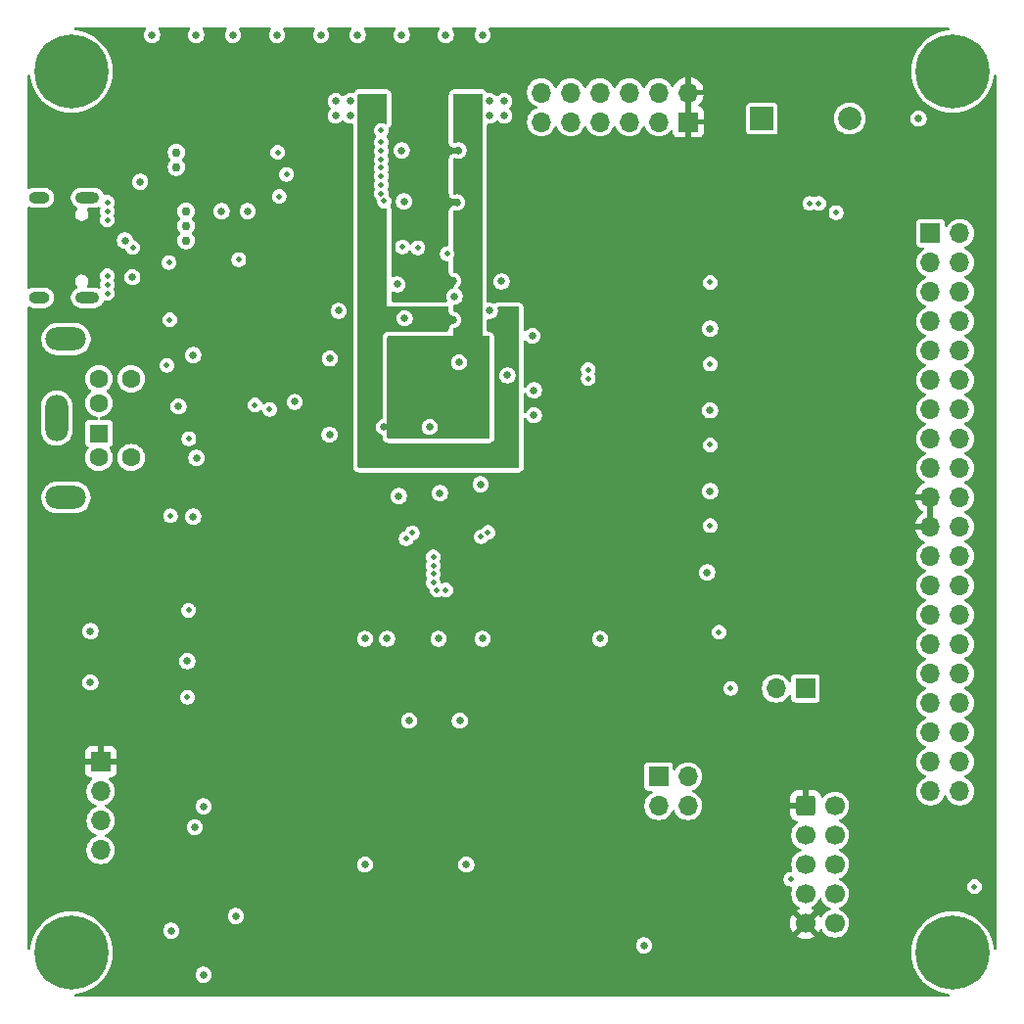
<source format=gbr>
%TF.GenerationSoftware,KiCad,Pcbnew,9.0.2+1*%
%TF.CreationDate,2025-07-26T23:48:38+01:00*%
%TF.ProjectId,ICE40HXDevBoard,49434534-3048-4584-9465-76426f617264,rev?*%
%TF.SameCoordinates,Original*%
%TF.FileFunction,Copper,L2,Inr*%
%TF.FilePolarity,Positive*%
%FSLAX46Y46*%
G04 Gerber Fmt 4.6, Leading zero omitted, Abs format (unit mm)*
G04 Created by KiCad (PCBNEW 9.0.2+1) date 2025-07-26 23:48:38*
%MOMM*%
%LPD*%
G01*
G04 APERTURE LIST*
G04 Aperture macros list*
%AMRoundRect*
0 Rectangle with rounded corners*
0 $1 Rounding radius*
0 $2 $3 $4 $5 $6 $7 $8 $9 X,Y pos of 4 corners*
0 Add a 4 corners polygon primitive as box body*
4,1,4,$2,$3,$4,$5,$6,$7,$8,$9,$2,$3,0*
0 Add four circle primitives for the rounded corners*
1,1,$1+$1,$2,$3*
1,1,$1+$1,$4,$5*
1,1,$1+$1,$6,$7*
1,1,$1+$1,$8,$9*
0 Add four rect primitives between the rounded corners*
20,1,$1+$1,$2,$3,$4,$5,0*
20,1,$1+$1,$4,$5,$6,$7,0*
20,1,$1+$1,$6,$7,$8,$9,0*
20,1,$1+$1,$8,$9,$2,$3,0*%
G04 Aperture macros list end*
%TA.AperFunction,ComponentPad*%
%ADD10R,2.000000X2.000000*%
%TD*%
%TA.AperFunction,ComponentPad*%
%ADD11C,2.000000*%
%TD*%
%TA.AperFunction,ComponentPad*%
%ADD12R,1.600000X1.600000*%
%TD*%
%TA.AperFunction,ComponentPad*%
%ADD13C,1.600000*%
%TD*%
%TA.AperFunction,ComponentPad*%
%ADD14O,3.500000X2.000000*%
%TD*%
%TA.AperFunction,ComponentPad*%
%ADD15O,2.000000X4.000000*%
%TD*%
%TA.AperFunction,ComponentPad*%
%ADD16R,1.700000X1.700000*%
%TD*%
%TA.AperFunction,ComponentPad*%
%ADD17O,1.700000X1.700000*%
%TD*%
%TA.AperFunction,HeatsinkPad*%
%ADD18O,2.100000X1.000000*%
%TD*%
%TA.AperFunction,HeatsinkPad*%
%ADD19O,1.800000X1.000000*%
%TD*%
%TA.AperFunction,ComponentPad*%
%ADD20RoundRect,0.250000X-0.600000X-0.600000X0.600000X-0.600000X0.600000X0.600000X-0.600000X0.600000X0*%
%TD*%
%TA.AperFunction,ComponentPad*%
%ADD21C,1.700000*%
%TD*%
%TA.AperFunction,ComponentPad*%
%ADD22C,6.400000*%
%TD*%
%TA.AperFunction,ViaPad*%
%ADD23C,0.635000*%
%TD*%
%TA.AperFunction,ViaPad*%
%ADD24C,0.762000*%
%TD*%
%TA.AperFunction,ViaPad*%
%ADD25C,0.508000*%
%TD*%
G04 APERTURE END LIST*
D10*
%TO.N,BUZZER*%
%TO.C,SP1*%
X237510000Y-80264000D03*
D11*
%TO.N,Net-(R36-Pad1)*%
X245110000Y-80264000D03*
%TD*%
D12*
%TO.N,Net-(J11-Pad1)*%
%TO.C,J11*%
X180180000Y-107480000D03*
D13*
%TO.N,Net-(J11-Pad2)*%
X180180000Y-104880000D03*
%TO.N,GND*%
X180180000Y-109580000D03*
%TO.N,+5V*%
X180180000Y-102780000D03*
%TO.N,Net-(J11-Pad5)*%
X182980000Y-109580000D03*
%TO.N,Net-(J11-Pad6)*%
X182980000Y-102780000D03*
D14*
%TO.N,N/C*%
X177330000Y-99330000D03*
D15*
X176530000Y-106180000D03*
D14*
X177330000Y-113030000D03*
%TD*%
D16*
%TO.N,+5V*%
%TO.C,J6*%
X252095000Y-90170000D03*
D17*
%TO.N,GND*%
X254635000Y-90170000D03*
%TO.N,MASTERCLK*%
X252095000Y-92710000D03*
%TO.N,SECONDARYCLK*%
X254635000Y-92710000D03*
%TO.N,EXP0*%
X252095000Y-95250000D03*
%TO.N,EXP15*%
X254635000Y-95250000D03*
%TO.N,EXP1*%
X252095000Y-97790000D03*
%TO.N,EXP16*%
X254635000Y-97790000D03*
%TO.N,EXP2*%
X252095000Y-100330000D03*
%TO.N,EXP17*%
X254635000Y-100330000D03*
%TO.N,EXP3*%
X252095000Y-102870000D03*
%TO.N,EXP18*%
X254635000Y-102870000D03*
%TO.N,EXP4*%
X252095000Y-105410000D03*
%TO.N,EXP19*%
X254635000Y-105410000D03*
%TO.N,EXP5*%
X252095000Y-107950000D03*
%TO.N,EXP20*%
X254635000Y-107950000D03*
%TO.N,EXP6*%
X252095000Y-110490000D03*
%TO.N,EXP21*%
X254635000Y-110490000D03*
%TO.N,+3V3*%
X252095000Y-113030000D03*
%TO.N,GND*%
X254635000Y-113030000D03*
%TO.N,+3V3*%
X252095000Y-115570000D03*
%TO.N,GND*%
X254635000Y-115570000D03*
%TO.N,EXP7*%
X252095000Y-118110000D03*
%TO.N,EXP22*%
X254635000Y-118110000D03*
%TO.N,EXP8*%
X252095000Y-120650000D03*
%TO.N,EXP23*%
X254635000Y-120650000D03*
%TO.N,EXP9*%
X252095000Y-123190000D03*
%TO.N,EXP24*%
X254635000Y-123190000D03*
%TO.N,EXP10*%
X252095000Y-125730000D03*
%TO.N,EXP25*%
X254635000Y-125730000D03*
%TO.N,EXP11*%
X252095000Y-128270000D03*
%TO.N,EXPCBSEL0*%
X254635000Y-128270000D03*
%TO.N,EXP12*%
X252095000Y-130810000D03*
%TO.N,EXPCBSEL1*%
X254635000Y-130810000D03*
%TO.N,EXP13*%
X252095000Y-133350000D03*
%TO.N,I2CSCL*%
X254635000Y-133350000D03*
%TO.N,EXP14*%
X252095000Y-135890000D03*
%TO.N,I2CSDA*%
X254635000Y-135890000D03*
%TO.N,+5V*%
X252095000Y-138430000D03*
%TO.N,GND*%
X254635000Y-138430000D03*
%TD*%
D18*
%TO.N,GND*%
%TO.C,J8*%
X179194625Y-87120000D03*
D19*
X175014625Y-87120000D03*
D18*
X179194625Y-95760000D03*
D19*
X175014625Y-95760000D03*
%TD*%
D16*
%TO.N,/FPGA Power and Config/ICE_SS*%
%TO.C,J3*%
X241300000Y-129540000D03*
D17*
%TO.N,Net-(J3-Pin_2)*%
X238760000Y-129540000D03*
%TD*%
D20*
%TO.N,+3V3*%
%TO.C,J12*%
X241300000Y-139700000D03*
D21*
%TO.N,GND*%
X243840000Y-139700000D03*
%TO.N,/FPGA Power and Config/FLASH_MOSI*%
X241300000Y-142240000D03*
%TO.N,/FPGA Power and Config/~{CRESET_B}*%
X243840000Y-142240000D03*
%TO.N,/FPGA Power and Config/FLASH_MISO*%
X241300000Y-144780000D03*
%TO.N,/FPGA Power and Config/CDONE*%
X243840000Y-144780000D03*
%TO.N,/FPGA Power and Config/ICE_SCK*%
X241300000Y-147320000D03*
%TO.N,/FPGA Power and Config/ICE_SS*%
X243840000Y-147320000D03*
%TO.N,+3V3*%
X241300000Y-149860000D03*
%TO.N,GND*%
X243840000Y-149860000D03*
%TD*%
D22*
%TO.N,GND*%
%TO.C,H4*%
X177800000Y-152400000D03*
%TD*%
D16*
%TO.N,/FPGA Power and Config/FLASH_MOSI*%
%TO.C,J4*%
X228600000Y-137160000D03*
D17*
%TO.N,/FPGA Power and Config/ICE_MISO*%
X231140000Y-137160000D03*
%TO.N,/FPGA Power and Config/ICE_MOSI*%
X228600000Y-139700000D03*
%TO.N,/FPGA Power and Config/FLASH_MISO*%
X231140000Y-139700000D03*
%TD*%
D16*
%TO.N,+3V3*%
%TO.C,J10*%
X180340000Y-135900000D03*
D17*
%TO.N,I2CSDA*%
X180340000Y-138440000D03*
%TO.N,I2CSCL*%
X180340000Y-140980000D03*
%TO.N,GND*%
X180340000Y-143520000D03*
%TD*%
D22*
%TO.N,GND*%
%TO.C,H1*%
X254000000Y-76200000D03*
%TD*%
%TO.N,GND*%
%TO.C,H3*%
X254000000Y-152400000D03*
%TD*%
D16*
%TO.N,+3V3*%
%TO.C,J5*%
X231140000Y-80555000D03*
D17*
X231140000Y-78015000D03*
%TO.N,GND*%
X228600000Y-80555000D03*
X228600000Y-78015000D03*
%TO.N,USER7*%
X226060000Y-80555000D03*
%TO.N,USER3*%
X226060000Y-78015000D03*
%TO.N,USER6*%
X223520000Y-80555000D03*
%TO.N,USER2*%
X223520000Y-78015000D03*
%TO.N,USER5*%
X220980000Y-80555000D03*
%TO.N,USER1*%
X220980000Y-78015000D03*
%TO.N,USER4*%
X218440000Y-80555000D03*
%TO.N,USER0*%
X218440000Y-78015000D03*
%TD*%
D22*
%TO.N,GND*%
%TO.C,H2*%
X177800000Y-76200000D03*
%TD*%
D23*
%TO.N,GND*%
X232791000Y-119507000D03*
X207010000Y-132334000D03*
X200152000Y-101019250D03*
X203200000Y-125252500D03*
X189230000Y-139745300D03*
X227330000Y-151765000D03*
X211390250Y-132334000D03*
X193032625Y-88265000D03*
X233045000Y-98425000D03*
X233045000Y-105505000D03*
X213360000Y-125252500D03*
X179451000Y-129032000D03*
X199390000Y-73025000D03*
X223520000Y-125252500D03*
X233045000Y-112490000D03*
X189230000Y-154305000D03*
X206375000Y-73025000D03*
X211963000Y-144780000D03*
X188341000Y-114681000D03*
X251079000Y-80264000D03*
X203200000Y-144780000D03*
X205994000Y-94603250D03*
X200914000Y-96889250D03*
X183750000Y-85725000D03*
X188595000Y-73025000D03*
X187071000Y-105156000D03*
X183074625Y-93980000D03*
X205105000Y-125252500D03*
X191770000Y-73025000D03*
X190788125Y-88265000D03*
X206375000Y-83015000D03*
X206560516Y-87432126D03*
X195580000Y-73025000D03*
X192024000Y-149225000D03*
X188341000Y-100711000D03*
X206629000Y-97524250D03*
X217805000Y-105918000D03*
X208788000Y-106934000D03*
X217678000Y-99048250D03*
X188623000Y-109601000D03*
X215519000Y-102477250D03*
X210185000Y-73025000D03*
X184785000Y-73025000D03*
X213187700Y-111894300D03*
X213360000Y-73025000D03*
X217805000Y-103759000D03*
X202565000Y-73025000D03*
X182439625Y-90805000D03*
X197114250Y-104764750D03*
X211328000Y-101346000D03*
X187833000Y-127185000D03*
X186436000Y-150495000D03*
X188468000Y-141540000D03*
X209550000Y-125252500D03*
X179451000Y-124587000D03*
D24*
%TO.N,+5V*%
X187710125Y-88265000D03*
X186884625Y-84455000D03*
X186884625Y-83185000D03*
X187710125Y-89535000D03*
X187710125Y-90805000D03*
D23*
%TO.N,+3V3*%
X210820000Y-94288250D03*
X189230000Y-137795000D03*
X209550000Y-131602500D03*
X193015000Y-80010000D03*
X191745000Y-80010000D03*
X195580000Y-78740000D03*
X242062000Y-125222000D03*
X200279000Y-105144250D03*
X191931125Y-86931500D03*
X198120000Y-80010000D03*
X216308060Y-111494250D03*
X218967001Y-99450813D03*
X188623000Y-102648395D03*
X188341000Y-111379000D03*
X231140000Y-103505000D03*
X217882030Y-113068220D03*
X255905000Y-141605000D03*
X205105000Y-131602500D03*
X231140000Y-110490000D03*
X189230000Y-146685000D03*
X231140000Y-96520000D03*
X231671500Y-147955000D03*
X191994625Y-89535000D03*
X206985000Y-80010000D03*
X208255000Y-80010000D03*
X194310000Y-80010000D03*
X213360000Y-131602500D03*
X199751389Y-88920927D03*
X196850000Y-80010000D03*
X227330000Y-147955000D03*
X219710000Y-131602500D03*
X188341000Y-97409000D03*
X183642000Y-124460000D03*
X209525000Y-80010000D03*
X191745000Y-78740000D03*
X195580000Y-80010000D03*
X218694000Y-104636250D03*
X231013000Y-117475000D03*
X194310000Y-78740000D03*
X206629000Y-95619250D03*
X222250000Y-151892000D03*
X256286000Y-84709000D03*
X207041750Y-124585750D03*
X193015000Y-78740000D03*
X187833000Y-124985000D03*
X211158000Y-87503000D03*
X187071000Y-106807000D03*
X211455000Y-124585750D03*
X232410000Y-128397000D03*
X203200000Y-131602500D03*
X231140000Y-152908000D03*
X211285000Y-83015000D03*
%TO.N,+2V5*%
X210820000Y-97663000D03*
X203200000Y-78740000D03*
X203200000Y-80010000D03*
X201930000Y-80010000D03*
X201930000Y-78740000D03*
X200660000Y-78740000D03*
X204470000Y-78740000D03*
X215392000Y-97663000D03*
X204470000Y-80010000D03*
X200660000Y-80010000D03*
%TO.N,Net-(U1E-GNDPLL1)*%
X215011000Y-94349250D03*
%TO.N,Net-(U1E-VCCPLL1)*%
X210947000Y-95631000D03*
%TO.N,+1V2*%
X213970000Y-78740000D03*
X211430000Y-78740000D03*
X212700000Y-78740000D03*
X213995000Y-96889250D03*
X212700000Y-80010000D03*
X215240000Y-78740000D03*
X215240000Y-80010000D03*
X200123485Y-107593500D03*
X213970000Y-80010000D03*
X213233000Y-101346000D03*
X204851000Y-106934000D03*
X213106000Y-103239250D03*
X211430000Y-80010000D03*
%TO.N,Net-(U1E-VCCPLL0)*%
X209677000Y-112649000D03*
%TO.N,Net-(U1E-GNDPLL0)*%
X206121000Y-112903000D03*
D25*
%TO.N,Net-(C38-Pad1)*%
X186249625Y-92710000D03*
%TO.N,Net-(C39-Pad1)*%
X183106375Y-91408250D03*
%TO.N,Net-(D1-K)*%
X195644625Y-83185000D03*
%TO.N,Net-(D3-K)*%
X195774625Y-86995000D03*
%TO.N,LEDRED*%
X242443000Y-87598250D03*
X206436203Y-91369794D03*
%TO.N,LEDGREEN*%
X241666916Y-87598250D03*
X207760250Y-91440000D03*
%TO.N,LEDBLUE*%
X210300000Y-91948000D03*
X243943500Y-88392000D03*
%TO.N,/FPGA Power and Config/CDONE*%
X209099749Y-118179423D03*
X233807000Y-124682250D03*
X234823000Y-129540000D03*
%TO.N,/FPGA Power and Config/~{CRESET_B}*%
X209099750Y-118942744D03*
%TO.N,/FPGA Power and Config/ICE_SS*%
X210179667Y-121037655D03*
%TO.N,/FPGA Power and Config/ICE_MISO*%
X209107014Y-119641209D03*
%TO.N,/FPGA Power and Config/ICE_MOSI*%
X209099750Y-120411796D03*
%TO.N,/FPGA Power and Config/FLASH_MOSI*%
X240030000Y-146050000D03*
%TO.N,/FPGA Power and Config/ICE_SCK*%
X209423000Y-121031000D03*
%TO.N,EXPCBSEL1*%
X213233000Y-116427250D03*
%TO.N,EXPCBSEL0*%
X213824500Y-116046250D03*
%TO.N,USER5*%
X204597000Y-84518497D03*
%TO.N,USER7*%
X204846422Y-87393452D03*
%TO.N,USER0*%
X204597000Y-82296000D03*
%TO.N,USER4*%
X204597000Y-83058000D03*
%TO.N,USER6*%
X204596339Y-85978339D03*
%TO.N,USER3*%
X204597000Y-86741000D03*
%TO.N,USER1*%
X204597000Y-83819994D03*
%TO.N,USER2*%
X204597000Y-85217000D03*
%TO.N,SDCARDCS*%
X187936000Y-122785000D03*
%TO.N,SDCARDDET*%
X187833000Y-130302000D03*
%TO.N,I2CSCL*%
X194945000Y-105413250D03*
%TO.N,I2CSDA*%
X193675000Y-105029000D03*
%TO.N,BUTTON1*%
X233045000Y-101505000D03*
X222504000Y-102743000D03*
%TO.N,BUTTON2*%
X206756000Y-116586000D03*
X233045000Y-108490000D03*
%TO.N,/Misc/RXLED*%
X196409625Y-85090000D03*
%TO.N,/Misc/TXLED*%
X192278000Y-92456000D03*
%TO.N,PS2BCLK*%
X186055000Y-101600000D03*
%TO.N,PS2BDATA*%
X186305837Y-97663000D03*
%TO.N,BUTTON0*%
X222489254Y-101974954D03*
X233045000Y-94425000D03*
%TO.N,PS2ADATA*%
X186372500Y-114617500D03*
%TO.N,PS2ACLK*%
X187960000Y-107950000D03*
%TO.N,BUZZER*%
X204597000Y-81280000D03*
%TO.N,/Misc/VBUS*%
X180915625Y-89027000D03*
X180915625Y-87503000D03*
X180915625Y-93853000D03*
X180915625Y-95377000D03*
X180915625Y-88265000D03*
X180915625Y-94615000D03*
%TO.N,BUTTON3*%
X207280753Y-116094753D03*
X233045000Y-115475000D03*
%TO.N,Net-(D4-K)*%
X255905000Y-146685000D03*
%TD*%
%TA.AperFunction,Conductor*%
%TO.N,+3V3*%
G36*
X242624711Y-147686555D02*
G01*
X242676187Y-147733799D01*
X242687931Y-147759515D01*
X242698722Y-147792729D01*
X242698723Y-147792732D01*
X242786727Y-147965447D01*
X242900664Y-148122268D01*
X243037732Y-148259336D01*
X243194553Y-148373273D01*
X243272555Y-148413017D01*
X243367267Y-148461276D01*
X243367270Y-148461277D01*
X243400484Y-148472069D01*
X243458160Y-148511507D01*
X243485358Y-148575865D01*
X243473443Y-148644712D01*
X243426199Y-148696187D01*
X243400484Y-148707931D01*
X243367270Y-148718722D01*
X243367267Y-148718723D01*
X243194552Y-148806727D01*
X243037729Y-148920666D01*
X242900666Y-149057729D01*
X242786725Y-149214555D01*
X242746981Y-149292556D01*
X242699006Y-149343352D01*
X242631185Y-149360146D01*
X242565050Y-149337608D01*
X242526012Y-149292555D01*
X242454624Y-149152449D01*
X242415270Y-149098282D01*
X242415269Y-149098282D01*
X241782962Y-149730590D01*
X241765925Y-149667007D01*
X241700099Y-149552993D01*
X241607007Y-149459901D01*
X241492993Y-149394075D01*
X241429409Y-149377037D01*
X242061716Y-148744728D01*
X242007550Y-148705375D01*
X241867444Y-148633987D01*
X241816648Y-148586012D01*
X241799853Y-148518191D01*
X241822391Y-148452056D01*
X241867445Y-148413017D01*
X241945445Y-148373274D01*
X241945444Y-148373274D01*
X241945447Y-148373273D01*
X242102268Y-148259336D01*
X242239336Y-148122268D01*
X242353273Y-147965447D01*
X242441276Y-147792732D01*
X242452069Y-147759515D01*
X242491506Y-147701840D01*
X242555864Y-147674641D01*
X242624711Y-147686555D01*
G37*
%TD.AperFunction*%
%TA.AperFunction,Conductor*%
G36*
X252345000Y-115136988D02*
G01*
X252287993Y-115104075D01*
X252160826Y-115070000D01*
X252029174Y-115070000D01*
X251902007Y-115104075D01*
X251845000Y-115136988D01*
X251845000Y-113463012D01*
X251902007Y-113495925D01*
X252029174Y-113530000D01*
X252160826Y-113530000D01*
X252287993Y-113495925D01*
X252345000Y-113463012D01*
X252345000Y-115136988D01*
G37*
%TD.AperFunction*%
%TA.AperFunction,Conductor*%
G36*
X231390000Y-80121988D02*
G01*
X231332993Y-80089075D01*
X231205826Y-80055000D01*
X231074174Y-80055000D01*
X230947007Y-80089075D01*
X230890000Y-80121988D01*
X230890000Y-78448012D01*
X230947007Y-78480925D01*
X231074174Y-78515000D01*
X231205826Y-78515000D01*
X231332993Y-78480925D01*
X231390000Y-78448012D01*
X231390000Y-80121988D01*
G37*
%TD.AperFunction*%
%TA.AperFunction,Conductor*%
G36*
X184203664Y-72409685D02*
G01*
X184249419Y-72462489D01*
X184259363Y-72531647D01*
X184239727Y-72582890D01*
X184165555Y-72693896D01*
X184165551Y-72693903D01*
X184112863Y-72821104D01*
X184112860Y-72821116D01*
X184086000Y-72956150D01*
X184086000Y-73093849D01*
X184112860Y-73228883D01*
X184112863Y-73228895D01*
X184165551Y-73356096D01*
X184165552Y-73356098D01*
X184242050Y-73470585D01*
X184242053Y-73470589D01*
X184339410Y-73567946D01*
X184339414Y-73567949D01*
X184453899Y-73644446D01*
X184453900Y-73644446D01*
X184453901Y-73644447D01*
X184453903Y-73644448D01*
X184581104Y-73697136D01*
X184581109Y-73697138D01*
X184716150Y-73723999D01*
X184716154Y-73724000D01*
X184716155Y-73724000D01*
X184853846Y-73724000D01*
X184853847Y-73723999D01*
X184988891Y-73697138D01*
X185116101Y-73644446D01*
X185230586Y-73567949D01*
X185327949Y-73470586D01*
X185404446Y-73356101D01*
X185457138Y-73228891D01*
X185484000Y-73093845D01*
X185484000Y-72956155D01*
X185457138Y-72821109D01*
X185446454Y-72795315D01*
X185404448Y-72693903D01*
X185404444Y-72693896D01*
X185330273Y-72582890D01*
X185309395Y-72516213D01*
X185327880Y-72448833D01*
X185379859Y-72402143D01*
X185433375Y-72390000D01*
X187946625Y-72390000D01*
X188013664Y-72409685D01*
X188059419Y-72462489D01*
X188069363Y-72531647D01*
X188049727Y-72582890D01*
X187975555Y-72693896D01*
X187975551Y-72693903D01*
X187922863Y-72821104D01*
X187922860Y-72821116D01*
X187896000Y-72956150D01*
X187896000Y-73093849D01*
X187922860Y-73228883D01*
X187922863Y-73228895D01*
X187975551Y-73356096D01*
X187975552Y-73356098D01*
X188052050Y-73470585D01*
X188052053Y-73470589D01*
X188149410Y-73567946D01*
X188149414Y-73567949D01*
X188263899Y-73644446D01*
X188263900Y-73644446D01*
X188263901Y-73644447D01*
X188263903Y-73644448D01*
X188391104Y-73697136D01*
X188391109Y-73697138D01*
X188526150Y-73723999D01*
X188526154Y-73724000D01*
X188526155Y-73724000D01*
X188663846Y-73724000D01*
X188663847Y-73723999D01*
X188798891Y-73697138D01*
X188926101Y-73644446D01*
X189040586Y-73567949D01*
X189137949Y-73470586D01*
X189214446Y-73356101D01*
X189267138Y-73228891D01*
X189294000Y-73093845D01*
X189294000Y-72956155D01*
X189267138Y-72821109D01*
X189256454Y-72795315D01*
X189214448Y-72693903D01*
X189214444Y-72693896D01*
X189140273Y-72582890D01*
X189119395Y-72516213D01*
X189137880Y-72448833D01*
X189189859Y-72402143D01*
X189243375Y-72390000D01*
X191121625Y-72390000D01*
X191188664Y-72409685D01*
X191234419Y-72462489D01*
X191244363Y-72531647D01*
X191224727Y-72582890D01*
X191150555Y-72693896D01*
X191150551Y-72693903D01*
X191097863Y-72821104D01*
X191097860Y-72821116D01*
X191071000Y-72956150D01*
X191071000Y-73093849D01*
X191097860Y-73228883D01*
X191097863Y-73228895D01*
X191150551Y-73356096D01*
X191150552Y-73356098D01*
X191227050Y-73470585D01*
X191227053Y-73470589D01*
X191324410Y-73567946D01*
X191324414Y-73567949D01*
X191438899Y-73644446D01*
X191438900Y-73644446D01*
X191438901Y-73644447D01*
X191438903Y-73644448D01*
X191566104Y-73697136D01*
X191566109Y-73697138D01*
X191701150Y-73723999D01*
X191701154Y-73724000D01*
X191701155Y-73724000D01*
X191838846Y-73724000D01*
X191838847Y-73723999D01*
X191973891Y-73697138D01*
X192101101Y-73644446D01*
X192215586Y-73567949D01*
X192312949Y-73470586D01*
X192389446Y-73356101D01*
X192442138Y-73228891D01*
X192469000Y-73093845D01*
X192469000Y-72956155D01*
X192442138Y-72821109D01*
X192431454Y-72795315D01*
X192389448Y-72693903D01*
X192389444Y-72693896D01*
X192315273Y-72582890D01*
X192294395Y-72516213D01*
X192312880Y-72448833D01*
X192364859Y-72402143D01*
X192418375Y-72390000D01*
X194931625Y-72390000D01*
X194998664Y-72409685D01*
X195044419Y-72462489D01*
X195054363Y-72531647D01*
X195034727Y-72582890D01*
X194960555Y-72693896D01*
X194960551Y-72693903D01*
X194907863Y-72821104D01*
X194907860Y-72821116D01*
X194881000Y-72956150D01*
X194881000Y-73093849D01*
X194907860Y-73228883D01*
X194907863Y-73228895D01*
X194960551Y-73356096D01*
X194960552Y-73356098D01*
X195037050Y-73470585D01*
X195037053Y-73470589D01*
X195134410Y-73567946D01*
X195134414Y-73567949D01*
X195248899Y-73644446D01*
X195248900Y-73644446D01*
X195248901Y-73644447D01*
X195248903Y-73644448D01*
X195376104Y-73697136D01*
X195376109Y-73697138D01*
X195511150Y-73723999D01*
X195511154Y-73724000D01*
X195511155Y-73724000D01*
X195648846Y-73724000D01*
X195648847Y-73723999D01*
X195783891Y-73697138D01*
X195911101Y-73644446D01*
X196025586Y-73567949D01*
X196122949Y-73470586D01*
X196199446Y-73356101D01*
X196252138Y-73228891D01*
X196279000Y-73093845D01*
X196279000Y-72956155D01*
X196252138Y-72821109D01*
X196241454Y-72795315D01*
X196199448Y-72693903D01*
X196199444Y-72693896D01*
X196125273Y-72582890D01*
X196104395Y-72516213D01*
X196122880Y-72448833D01*
X196174859Y-72402143D01*
X196228375Y-72390000D01*
X198741625Y-72390000D01*
X198808664Y-72409685D01*
X198854419Y-72462489D01*
X198864363Y-72531647D01*
X198844727Y-72582890D01*
X198770555Y-72693896D01*
X198770551Y-72693903D01*
X198717863Y-72821104D01*
X198717860Y-72821116D01*
X198691000Y-72956150D01*
X198691000Y-73093849D01*
X198717860Y-73228883D01*
X198717863Y-73228895D01*
X198770551Y-73356096D01*
X198770552Y-73356098D01*
X198847050Y-73470585D01*
X198847053Y-73470589D01*
X198944410Y-73567946D01*
X198944414Y-73567949D01*
X199058899Y-73644446D01*
X199058900Y-73644446D01*
X199058901Y-73644447D01*
X199058903Y-73644448D01*
X199186104Y-73697136D01*
X199186109Y-73697138D01*
X199321150Y-73723999D01*
X199321154Y-73724000D01*
X199321155Y-73724000D01*
X199458846Y-73724000D01*
X199458847Y-73723999D01*
X199593891Y-73697138D01*
X199721101Y-73644446D01*
X199835586Y-73567949D01*
X199932949Y-73470586D01*
X200009446Y-73356101D01*
X200062138Y-73228891D01*
X200089000Y-73093845D01*
X200089000Y-72956155D01*
X200062138Y-72821109D01*
X200051454Y-72795315D01*
X200009448Y-72693903D01*
X200009444Y-72693896D01*
X199935273Y-72582890D01*
X199914395Y-72516213D01*
X199932880Y-72448833D01*
X199984859Y-72402143D01*
X200038375Y-72390000D01*
X201916625Y-72390000D01*
X201983664Y-72409685D01*
X202029419Y-72462489D01*
X202039363Y-72531647D01*
X202019727Y-72582890D01*
X201945555Y-72693896D01*
X201945551Y-72693903D01*
X201892863Y-72821104D01*
X201892860Y-72821116D01*
X201866000Y-72956150D01*
X201866000Y-73093849D01*
X201892860Y-73228883D01*
X201892863Y-73228895D01*
X201945551Y-73356096D01*
X201945552Y-73356098D01*
X202022050Y-73470585D01*
X202022053Y-73470589D01*
X202119410Y-73567946D01*
X202119414Y-73567949D01*
X202233899Y-73644446D01*
X202233900Y-73644446D01*
X202233901Y-73644447D01*
X202233903Y-73644448D01*
X202361104Y-73697136D01*
X202361109Y-73697138D01*
X202496150Y-73723999D01*
X202496154Y-73724000D01*
X202496155Y-73724000D01*
X202633846Y-73724000D01*
X202633847Y-73723999D01*
X202768891Y-73697138D01*
X202896101Y-73644446D01*
X203010586Y-73567949D01*
X203107949Y-73470586D01*
X203184446Y-73356101D01*
X203237138Y-73228891D01*
X203264000Y-73093845D01*
X203264000Y-72956155D01*
X203237138Y-72821109D01*
X203226454Y-72795315D01*
X203184448Y-72693903D01*
X203184444Y-72693896D01*
X203110273Y-72582890D01*
X203089395Y-72516213D01*
X203107880Y-72448833D01*
X203159859Y-72402143D01*
X203213375Y-72390000D01*
X205726625Y-72390000D01*
X205793664Y-72409685D01*
X205839419Y-72462489D01*
X205849363Y-72531647D01*
X205829727Y-72582890D01*
X205755555Y-72693896D01*
X205755551Y-72693903D01*
X205702863Y-72821104D01*
X205702860Y-72821116D01*
X205676000Y-72956150D01*
X205676000Y-73093849D01*
X205702860Y-73228883D01*
X205702863Y-73228895D01*
X205755551Y-73356096D01*
X205755552Y-73356098D01*
X205832050Y-73470585D01*
X205832053Y-73470589D01*
X205929410Y-73567946D01*
X205929414Y-73567949D01*
X206043899Y-73644446D01*
X206043900Y-73644446D01*
X206043901Y-73644447D01*
X206043903Y-73644448D01*
X206171104Y-73697136D01*
X206171109Y-73697138D01*
X206306150Y-73723999D01*
X206306154Y-73724000D01*
X206306155Y-73724000D01*
X206443846Y-73724000D01*
X206443847Y-73723999D01*
X206578891Y-73697138D01*
X206706101Y-73644446D01*
X206820586Y-73567949D01*
X206917949Y-73470586D01*
X206994446Y-73356101D01*
X207047138Y-73228891D01*
X207074000Y-73093845D01*
X207074000Y-72956155D01*
X207047138Y-72821109D01*
X207036454Y-72795315D01*
X206994448Y-72693903D01*
X206994444Y-72693896D01*
X206920273Y-72582890D01*
X206899395Y-72516213D01*
X206917880Y-72448833D01*
X206969859Y-72402143D01*
X207023375Y-72390000D01*
X209536625Y-72390000D01*
X209603664Y-72409685D01*
X209649419Y-72462489D01*
X209659363Y-72531647D01*
X209639727Y-72582890D01*
X209565555Y-72693896D01*
X209565551Y-72693903D01*
X209512863Y-72821104D01*
X209512860Y-72821116D01*
X209486000Y-72956150D01*
X209486000Y-73093849D01*
X209512860Y-73228883D01*
X209512863Y-73228895D01*
X209565551Y-73356096D01*
X209565552Y-73356098D01*
X209642050Y-73470585D01*
X209642053Y-73470589D01*
X209739410Y-73567946D01*
X209739414Y-73567949D01*
X209853899Y-73644446D01*
X209853900Y-73644446D01*
X209853901Y-73644447D01*
X209853903Y-73644448D01*
X209981104Y-73697136D01*
X209981109Y-73697138D01*
X210116150Y-73723999D01*
X210116154Y-73724000D01*
X210116155Y-73724000D01*
X210253846Y-73724000D01*
X210253847Y-73723999D01*
X210388891Y-73697138D01*
X210516101Y-73644446D01*
X210630586Y-73567949D01*
X210727949Y-73470586D01*
X210804446Y-73356101D01*
X210857138Y-73228891D01*
X210884000Y-73093845D01*
X210884000Y-72956155D01*
X210857138Y-72821109D01*
X210846454Y-72795315D01*
X210804448Y-72693903D01*
X210804444Y-72693896D01*
X210730273Y-72582890D01*
X210709395Y-72516213D01*
X210727880Y-72448833D01*
X210779859Y-72402143D01*
X210833375Y-72390000D01*
X212711625Y-72390000D01*
X212778664Y-72409685D01*
X212824419Y-72462489D01*
X212834363Y-72531647D01*
X212814727Y-72582890D01*
X212740555Y-72693896D01*
X212740551Y-72693903D01*
X212687863Y-72821104D01*
X212687860Y-72821116D01*
X212661000Y-72956150D01*
X212661000Y-73093849D01*
X212687860Y-73228883D01*
X212687863Y-73228895D01*
X212740551Y-73356096D01*
X212740552Y-73356098D01*
X212817050Y-73470585D01*
X212817053Y-73470589D01*
X212914410Y-73567946D01*
X212914414Y-73567949D01*
X213028899Y-73644446D01*
X213028900Y-73644446D01*
X213028901Y-73644447D01*
X213028903Y-73644448D01*
X213156104Y-73697136D01*
X213156109Y-73697138D01*
X213291150Y-73723999D01*
X213291154Y-73724000D01*
X213291155Y-73724000D01*
X213428846Y-73724000D01*
X213428847Y-73723999D01*
X213563891Y-73697138D01*
X213691101Y-73644446D01*
X213805586Y-73567949D01*
X213902949Y-73470586D01*
X213979446Y-73356101D01*
X214032138Y-73228891D01*
X214059000Y-73093845D01*
X214059000Y-72956155D01*
X214032138Y-72821109D01*
X214021454Y-72795315D01*
X213979448Y-72693903D01*
X213979444Y-72693896D01*
X213905273Y-72582890D01*
X213884395Y-72516213D01*
X213902880Y-72448833D01*
X213954859Y-72402143D01*
X214008375Y-72390000D01*
X253619973Y-72390000D01*
X253687012Y-72409685D01*
X253732767Y-72462489D01*
X253742711Y-72531647D01*
X253713686Y-72595203D01*
X253654908Y-72632977D01*
X253632127Y-72637403D01*
X253473861Y-72652990D01*
X253473844Y-72652993D01*
X253128722Y-72721642D01*
X252791972Y-72823793D01*
X252466862Y-72958459D01*
X252466857Y-72958461D01*
X252156532Y-73124333D01*
X252156514Y-73124344D01*
X251863938Y-73319837D01*
X251863924Y-73319847D01*
X251591905Y-73543087D01*
X251343087Y-73791905D01*
X251119847Y-74063924D01*
X251119837Y-74063938D01*
X250924344Y-74356514D01*
X250924333Y-74356532D01*
X250758461Y-74666857D01*
X250758459Y-74666862D01*
X250623793Y-74991972D01*
X250521642Y-75328722D01*
X250452993Y-75673844D01*
X250452990Y-75673861D01*
X250429370Y-75913685D01*
X250418500Y-76024052D01*
X250418500Y-76375948D01*
X250426740Y-76459610D01*
X250452990Y-76726138D01*
X250452993Y-76726155D01*
X250521642Y-77071277D01*
X250623793Y-77408027D01*
X250758459Y-77733137D01*
X250758461Y-77733142D01*
X250924333Y-78043467D01*
X250924344Y-78043485D01*
X251119837Y-78336061D01*
X251119847Y-78336075D01*
X251343087Y-78608094D01*
X251591905Y-78856912D01*
X251591910Y-78856916D01*
X251591911Y-78856917D01*
X251863930Y-79080157D01*
X252156521Y-79275660D01*
X252156530Y-79275665D01*
X252156532Y-79275666D01*
X252466857Y-79441538D01*
X252466859Y-79441538D01*
X252466865Y-79441542D01*
X252791974Y-79576207D01*
X253128717Y-79678356D01*
X253473851Y-79747008D01*
X253824052Y-79781500D01*
X253824055Y-79781500D01*
X254175945Y-79781500D01*
X254175948Y-79781500D01*
X254526149Y-79747008D01*
X254871283Y-79678356D01*
X255208026Y-79576207D01*
X255533135Y-79441542D01*
X255843479Y-79275660D01*
X256136070Y-79080157D01*
X256408089Y-78856917D01*
X256656917Y-78608089D01*
X256880157Y-78336070D01*
X257075660Y-78043479D01*
X257241542Y-77733135D01*
X257376207Y-77408026D01*
X257478356Y-77071283D01*
X257547008Y-76726149D01*
X257562597Y-76567873D01*
X257588758Y-76503086D01*
X257645792Y-76462727D01*
X257715592Y-76459610D01*
X257775997Y-76494724D01*
X257807828Y-76556922D01*
X257810000Y-76580027D01*
X257810000Y-152019972D01*
X257790315Y-152087011D01*
X257737511Y-152132766D01*
X257668353Y-152142710D01*
X257604797Y-152113685D01*
X257567023Y-152054907D01*
X257562597Y-152032126D01*
X257547009Y-151873861D01*
X257547008Y-151873860D01*
X257547008Y-151873851D01*
X257478356Y-151528717D01*
X257376207Y-151191974D01*
X257241542Y-150866865D01*
X257205445Y-150799333D01*
X257075666Y-150556532D01*
X257075665Y-150556530D01*
X257075660Y-150556521D01*
X256880157Y-150263930D01*
X256656917Y-149991911D01*
X256656916Y-149991910D01*
X256656912Y-149991905D01*
X256408094Y-149743087D01*
X256136075Y-149519847D01*
X256136074Y-149519846D01*
X256136070Y-149519843D01*
X255843479Y-149324340D01*
X255843474Y-149324337D01*
X255843467Y-149324333D01*
X255533142Y-149158461D01*
X255533137Y-149158459D01*
X255527572Y-149156154D01*
X255289962Y-149057732D01*
X255208027Y-149023793D01*
X254871277Y-148921642D01*
X254526155Y-148852993D01*
X254526138Y-148852990D01*
X254261314Y-148826907D01*
X254175948Y-148818500D01*
X253824052Y-148818500D01*
X253745100Y-148826276D01*
X253473861Y-148852990D01*
X253473844Y-148852993D01*
X253128722Y-148921642D01*
X252791972Y-149023793D01*
X252466862Y-149158459D01*
X252466857Y-149158461D01*
X252156532Y-149324333D01*
X252156514Y-149324344D01*
X251863938Y-149519837D01*
X251863924Y-149519847D01*
X251591905Y-149743087D01*
X251343087Y-149991905D01*
X251119847Y-150263924D01*
X251119837Y-150263938D01*
X250924344Y-150556514D01*
X250924333Y-150556532D01*
X250758461Y-150866857D01*
X250758459Y-150866862D01*
X250623793Y-151191972D01*
X250521642Y-151528722D01*
X250452993Y-151873844D01*
X250452990Y-151873861D01*
X250429370Y-152113685D01*
X250418500Y-152224052D01*
X250418500Y-152575948D01*
X250426740Y-152659610D01*
X250452990Y-152926138D01*
X250452993Y-152926155D01*
X250521642Y-153271277D01*
X250623793Y-153608027D01*
X250655905Y-153685551D01*
X250753062Y-153920109D01*
X250758459Y-153933137D01*
X250758461Y-153933142D01*
X250924333Y-154243467D01*
X250924344Y-154243485D01*
X251119837Y-154536061D01*
X251119847Y-154536075D01*
X251343087Y-154808094D01*
X251591905Y-155056912D01*
X251591910Y-155056916D01*
X251591911Y-155056917D01*
X251863930Y-155280157D01*
X252156521Y-155475660D01*
X252156530Y-155475665D01*
X252156532Y-155475666D01*
X252466857Y-155641538D01*
X252466859Y-155641538D01*
X252466865Y-155641542D01*
X252791974Y-155776207D01*
X253128717Y-155878356D01*
X253473851Y-155947008D01*
X253473860Y-155947008D01*
X253473861Y-155947009D01*
X253632127Y-155962597D01*
X253696914Y-155988758D01*
X253737273Y-156045792D01*
X253740390Y-156115592D01*
X253705276Y-156175997D01*
X253643078Y-156207828D01*
X253619973Y-156210000D01*
X178180027Y-156210000D01*
X178112988Y-156190315D01*
X178067233Y-156137511D01*
X178057289Y-156068353D01*
X178086314Y-156004797D01*
X178145092Y-155967023D01*
X178167873Y-155962597D01*
X178244757Y-155955024D01*
X178326149Y-155947008D01*
X178671283Y-155878356D01*
X179008026Y-155776207D01*
X179333135Y-155641542D01*
X179643479Y-155475660D01*
X179936070Y-155280157D01*
X180208089Y-155056917D01*
X180456917Y-154808089D01*
X180680157Y-154536070D01*
X180875660Y-154243479D01*
X180879577Y-154236150D01*
X188531000Y-154236150D01*
X188531000Y-154373849D01*
X188557860Y-154508883D01*
X188557863Y-154508895D01*
X188610551Y-154636096D01*
X188610552Y-154636098D01*
X188687050Y-154750585D01*
X188687053Y-154750589D01*
X188784410Y-154847946D01*
X188784414Y-154847949D01*
X188898899Y-154924446D01*
X188898900Y-154924446D01*
X188898901Y-154924447D01*
X188898903Y-154924448D01*
X189026104Y-154977136D01*
X189026109Y-154977138D01*
X189161150Y-155003999D01*
X189161154Y-155004000D01*
X189161155Y-155004000D01*
X189298846Y-155004000D01*
X189298847Y-155003999D01*
X189433891Y-154977138D01*
X189561101Y-154924446D01*
X189675586Y-154847949D01*
X189772949Y-154750586D01*
X189849446Y-154636101D01*
X189902138Y-154508891D01*
X189929000Y-154373845D01*
X189929000Y-154236155D01*
X189902138Y-154101109D01*
X189849446Y-153973899D01*
X189772949Y-153859414D01*
X189772946Y-153859410D01*
X189675589Y-153762053D01*
X189675585Y-153762050D01*
X189561098Y-153685552D01*
X189561096Y-153685551D01*
X189433895Y-153632863D01*
X189433883Y-153632860D01*
X189298849Y-153606000D01*
X189298845Y-153606000D01*
X189161155Y-153606000D01*
X189161150Y-153606000D01*
X189026116Y-153632860D01*
X189026104Y-153632863D01*
X188898903Y-153685551D01*
X188898901Y-153685552D01*
X188784414Y-153762050D01*
X188784410Y-153762053D01*
X188687053Y-153859410D01*
X188687050Y-153859414D01*
X188610552Y-153973901D01*
X188610551Y-153973903D01*
X188557863Y-154101104D01*
X188557860Y-154101116D01*
X188531000Y-154236150D01*
X180879577Y-154236150D01*
X180951755Y-154101116D01*
X181041538Y-153933142D01*
X181041542Y-153933135D01*
X181176207Y-153608026D01*
X181278356Y-153271283D01*
X181347008Y-152926149D01*
X181381500Y-152575948D01*
X181381500Y-152224052D01*
X181347008Y-151873851D01*
X181311661Y-151696150D01*
X226631000Y-151696150D01*
X226631000Y-151833849D01*
X226657860Y-151968883D01*
X226657863Y-151968895D01*
X226710551Y-152096096D01*
X226710552Y-152096098D01*
X226787050Y-152210585D01*
X226787053Y-152210589D01*
X226884410Y-152307946D01*
X226884414Y-152307949D01*
X226998899Y-152384446D01*
X226998900Y-152384446D01*
X226998901Y-152384447D01*
X226998903Y-152384448D01*
X227126104Y-152437136D01*
X227126109Y-152437138D01*
X227261150Y-152463999D01*
X227261154Y-152464000D01*
X227261155Y-152464000D01*
X227398846Y-152464000D01*
X227398847Y-152463999D01*
X227533891Y-152437138D01*
X227661101Y-152384446D01*
X227775586Y-152307949D01*
X227872949Y-152210586D01*
X227949446Y-152096101D01*
X228002138Y-151968891D01*
X228029000Y-151833845D01*
X228029000Y-151696155D01*
X228002138Y-151561109D01*
X227949446Y-151433899D01*
X227872949Y-151319414D01*
X227872946Y-151319410D01*
X227775589Y-151222053D01*
X227775585Y-151222050D01*
X227661098Y-151145552D01*
X227661096Y-151145551D01*
X227533895Y-151092863D01*
X227533883Y-151092860D01*
X227398849Y-151066000D01*
X227398845Y-151066000D01*
X227261155Y-151066000D01*
X227261150Y-151066000D01*
X227126116Y-151092860D01*
X227126104Y-151092863D01*
X226998903Y-151145551D01*
X226998901Y-151145552D01*
X226884414Y-151222050D01*
X226884410Y-151222053D01*
X226787053Y-151319410D01*
X226787050Y-151319414D01*
X226710552Y-151433901D01*
X226710551Y-151433903D01*
X226657863Y-151561104D01*
X226657860Y-151561116D01*
X226631000Y-151696150D01*
X181311661Y-151696150D01*
X181278356Y-151528717D01*
X181176207Y-151191974D01*
X181041542Y-150866865D01*
X181005445Y-150799333D01*
X180875666Y-150556532D01*
X180875665Y-150556530D01*
X180875660Y-150556521D01*
X180788549Y-150426150D01*
X185737000Y-150426150D01*
X185737000Y-150563849D01*
X185763860Y-150698883D01*
X185763863Y-150698895D01*
X185816551Y-150826096D01*
X185816552Y-150826098D01*
X185893050Y-150940585D01*
X185893053Y-150940589D01*
X185990410Y-151037946D01*
X185990414Y-151037949D01*
X186104899Y-151114446D01*
X186104900Y-151114446D01*
X186104901Y-151114447D01*
X186104903Y-151114448D01*
X186232104Y-151167136D01*
X186232109Y-151167138D01*
X186367150Y-151193999D01*
X186367154Y-151194000D01*
X186367155Y-151194000D01*
X186504846Y-151194000D01*
X186504847Y-151193999D01*
X186639891Y-151167138D01*
X186767101Y-151114446D01*
X186881586Y-151037949D01*
X186978949Y-150940586D01*
X187055446Y-150826101D01*
X187108138Y-150698891D01*
X187135000Y-150563845D01*
X187135000Y-150426155D01*
X187108138Y-150291109D01*
X187108136Y-150291104D01*
X187055448Y-150163903D01*
X187055447Y-150163901D01*
X186978949Y-150049414D01*
X186978946Y-150049410D01*
X186881589Y-149952053D01*
X186881585Y-149952050D01*
X186767098Y-149875552D01*
X186767096Y-149875551D01*
X186639895Y-149822863D01*
X186639883Y-149822860D01*
X186504849Y-149796000D01*
X186504845Y-149796000D01*
X186367155Y-149796000D01*
X186367150Y-149796000D01*
X186232116Y-149822860D01*
X186232104Y-149822863D01*
X186104903Y-149875551D01*
X186104901Y-149875552D01*
X185990414Y-149952050D01*
X185990410Y-149952053D01*
X185893053Y-150049410D01*
X185893050Y-150049414D01*
X185816552Y-150163901D01*
X185816551Y-150163903D01*
X185763863Y-150291104D01*
X185763860Y-150291116D01*
X185737000Y-150426150D01*
X180788549Y-150426150D01*
X180680157Y-150263930D01*
X180456917Y-149991911D01*
X180456916Y-149991910D01*
X180456912Y-149991905D01*
X180208094Y-149743087D01*
X179936075Y-149519847D01*
X179936074Y-149519846D01*
X179936070Y-149519843D01*
X179643479Y-149324340D01*
X179643474Y-149324337D01*
X179643467Y-149324333D01*
X179522024Y-149259421D01*
X179333142Y-149158461D01*
X179333137Y-149158459D01*
X179327572Y-149156154D01*
X179327562Y-149156150D01*
X191325000Y-149156150D01*
X191325000Y-149293849D01*
X191351860Y-149428883D01*
X191351863Y-149428895D01*
X191404551Y-149556096D01*
X191404552Y-149556098D01*
X191481050Y-149670585D01*
X191481053Y-149670589D01*
X191578410Y-149767946D01*
X191578414Y-149767949D01*
X191692899Y-149844446D01*
X191692900Y-149844446D01*
X191692901Y-149844447D01*
X191692903Y-149844448D01*
X191820104Y-149897136D01*
X191820109Y-149897138D01*
X191955150Y-149923999D01*
X191955154Y-149924000D01*
X191955155Y-149924000D01*
X192092846Y-149924000D01*
X192092847Y-149923999D01*
X192227891Y-149897138D01*
X192355101Y-149844446D01*
X192469586Y-149767949D01*
X192566949Y-149670586D01*
X192643446Y-149556101D01*
X192696138Y-149428891D01*
X192723000Y-149293845D01*
X192723000Y-149156155D01*
X192696138Y-149021109D01*
X192696136Y-149021104D01*
X192643448Y-148893903D01*
X192643447Y-148893901D01*
X192616112Y-148852992D01*
X192566949Y-148779414D01*
X192566946Y-148779410D01*
X192469589Y-148682053D01*
X192469585Y-148682050D01*
X192355098Y-148605552D01*
X192355096Y-148605551D01*
X192227895Y-148552863D01*
X192227883Y-148552860D01*
X192092849Y-148526000D01*
X192092845Y-148526000D01*
X191955155Y-148526000D01*
X191955150Y-148526000D01*
X191820116Y-148552860D01*
X191820104Y-148552863D01*
X191692903Y-148605551D01*
X191692901Y-148605552D01*
X191578414Y-148682050D01*
X191578410Y-148682053D01*
X191481053Y-148779410D01*
X191481050Y-148779414D01*
X191404552Y-148893901D01*
X191404551Y-148893903D01*
X191351863Y-149021104D01*
X191351860Y-149021116D01*
X191325000Y-149156150D01*
X179327562Y-149156150D01*
X179089962Y-149057732D01*
X179008027Y-149023793D01*
X178671277Y-148921642D01*
X178326155Y-148852993D01*
X178326138Y-148852990D01*
X178061314Y-148826907D01*
X177975948Y-148818500D01*
X177624052Y-148818500D01*
X177545100Y-148826276D01*
X177273861Y-148852990D01*
X177273844Y-148852993D01*
X176928722Y-148921642D01*
X176591972Y-149023793D01*
X176266862Y-149158459D01*
X176266857Y-149158461D01*
X175956532Y-149324333D01*
X175956514Y-149324344D01*
X175663938Y-149519837D01*
X175663924Y-149519847D01*
X175391905Y-149743087D01*
X175143087Y-149991905D01*
X174919847Y-150263924D01*
X174919837Y-150263938D01*
X174724344Y-150556514D01*
X174724333Y-150556532D01*
X174558461Y-150866857D01*
X174558459Y-150866862D01*
X174423793Y-151191972D01*
X174321642Y-151528722D01*
X174252993Y-151873844D01*
X174252990Y-151873861D01*
X174237403Y-152032126D01*
X174211242Y-152096913D01*
X174154208Y-152137272D01*
X174084408Y-152140389D01*
X174024003Y-152105275D01*
X173992172Y-152043077D01*
X173990000Y-152019972D01*
X173990000Y-145987404D01*
X239394500Y-145987404D01*
X239394500Y-146112595D01*
X239418920Y-146235361D01*
X239418923Y-146235373D01*
X239466823Y-146351015D01*
X239466830Y-146351028D01*
X239536374Y-146455107D01*
X239536377Y-146455111D01*
X239624888Y-146543622D01*
X239624892Y-146543625D01*
X239728971Y-146613169D01*
X239728984Y-146613176D01*
X239844626Y-146661076D01*
X239844631Y-146661078D01*
X239912370Y-146674552D01*
X239967404Y-146685499D01*
X239967408Y-146685500D01*
X240040614Y-146685500D01*
X240107653Y-146705185D01*
X240153408Y-146757989D01*
X240163352Y-146827147D01*
X240158545Y-146847818D01*
X240098824Y-147031621D01*
X240068500Y-147223079D01*
X240068500Y-147416920D01*
X240098824Y-147608378D01*
X240158722Y-147792729D01*
X240158723Y-147792732D01*
X240246727Y-147965447D01*
X240360664Y-148122268D01*
X240497732Y-148259336D01*
X240654553Y-148373273D01*
X240732555Y-148413017D01*
X240783351Y-148460992D01*
X240800146Y-148528813D01*
X240777609Y-148594948D01*
X240732556Y-148633986D01*
X240592443Y-148705378D01*
X240592440Y-148705380D01*
X240538282Y-148744727D01*
X240538282Y-148744728D01*
X241170591Y-149377037D01*
X241107007Y-149394075D01*
X240992993Y-149459901D01*
X240899901Y-149552993D01*
X240834075Y-149667007D01*
X240817037Y-149730591D01*
X240184728Y-149098282D01*
X240184727Y-149098282D01*
X240145380Y-149152439D01*
X240048904Y-149341782D01*
X239983242Y-149543869D01*
X239983242Y-149543872D01*
X239950000Y-149753753D01*
X239950000Y-149966246D01*
X239983242Y-150176127D01*
X239983242Y-150176130D01*
X240048904Y-150378217D01*
X240145375Y-150567550D01*
X240184728Y-150621716D01*
X240817037Y-149989408D01*
X240834075Y-150052993D01*
X240899901Y-150167007D01*
X240992993Y-150260099D01*
X241107007Y-150325925D01*
X241170590Y-150342962D01*
X240538282Y-150975269D01*
X240538282Y-150975270D01*
X240592449Y-151014624D01*
X240781782Y-151111095D01*
X240983870Y-151176757D01*
X241193754Y-151210000D01*
X241406246Y-151210000D01*
X241616127Y-151176757D01*
X241616130Y-151176757D01*
X241818217Y-151111095D01*
X242007554Y-151014622D01*
X242061716Y-150975270D01*
X242061717Y-150975270D01*
X241429408Y-150342962D01*
X241492993Y-150325925D01*
X241607007Y-150260099D01*
X241700099Y-150167007D01*
X241765925Y-150052993D01*
X241782962Y-149989408D01*
X242415270Y-150621717D01*
X242415270Y-150621716D01*
X242454622Y-150567554D01*
X242526012Y-150427444D01*
X242573986Y-150376648D01*
X242641807Y-150359853D01*
X242707942Y-150382390D01*
X242746981Y-150427444D01*
X242786723Y-150505442D01*
X242786727Y-150505447D01*
X242900664Y-150662268D01*
X243037732Y-150799336D01*
X243194553Y-150913273D01*
X243279264Y-150956435D01*
X243367267Y-151001276D01*
X243367270Y-151001277D01*
X243408343Y-151014622D01*
X243551623Y-151061176D01*
X243743079Y-151091500D01*
X243743080Y-151091500D01*
X243936920Y-151091500D01*
X243936921Y-151091500D01*
X244128377Y-151061176D01*
X244312732Y-151001276D01*
X244485447Y-150913273D01*
X244642268Y-150799336D01*
X244779336Y-150662268D01*
X244893273Y-150505447D01*
X244981276Y-150332732D01*
X245041176Y-150148377D01*
X245071500Y-149956921D01*
X245071500Y-149763079D01*
X245041176Y-149571623D01*
X244994800Y-149428891D01*
X244981277Y-149387270D01*
X244981276Y-149387267D01*
X244893272Y-149214552D01*
X244779336Y-149057732D01*
X244642268Y-148920664D01*
X244485447Y-148806727D01*
X244312732Y-148718723D01*
X244312729Y-148718722D01*
X244279515Y-148707931D01*
X244221840Y-148668494D01*
X244194641Y-148604136D01*
X244206555Y-148535289D01*
X244253799Y-148483813D01*
X244279515Y-148472069D01*
X244312729Y-148461277D01*
X244312732Y-148461276D01*
X244330827Y-148452056D01*
X244485447Y-148373273D01*
X244642268Y-148259336D01*
X244779336Y-148122268D01*
X244893273Y-147965447D01*
X244981276Y-147792732D01*
X245041176Y-147608377D01*
X245071500Y-147416921D01*
X245071500Y-147223079D01*
X245041176Y-147031623D01*
X245000424Y-146906199D01*
X244981277Y-146847270D01*
X244981276Y-146847267D01*
X244893273Y-146674553D01*
X244855387Y-146622408D01*
X244855384Y-146622404D01*
X255269500Y-146622404D01*
X255269500Y-146747595D01*
X255293920Y-146870361D01*
X255293923Y-146870373D01*
X255341823Y-146986015D01*
X255341830Y-146986028D01*
X255411374Y-147090107D01*
X255411377Y-147090111D01*
X255499888Y-147178622D01*
X255499892Y-147178625D01*
X255603971Y-147248169D01*
X255603984Y-147248176D01*
X255719626Y-147296076D01*
X255719631Y-147296078D01*
X255842404Y-147320499D01*
X255842408Y-147320500D01*
X255842409Y-147320500D01*
X255967592Y-147320500D01*
X255967593Y-147320499D01*
X256090369Y-147296078D01*
X256206022Y-147248173D01*
X256310108Y-147178625D01*
X256398625Y-147090108D01*
X256468173Y-146986022D01*
X256516078Y-146870369D01*
X256540500Y-146747591D01*
X256540500Y-146622409D01*
X256516078Y-146499631D01*
X256497636Y-146455107D01*
X256468176Y-146383984D01*
X256468169Y-146383971D01*
X256398625Y-146279892D01*
X256398622Y-146279888D01*
X256310111Y-146191377D01*
X256310107Y-146191374D01*
X256206028Y-146121830D01*
X256206015Y-146121823D01*
X256090373Y-146073923D01*
X256090361Y-146073920D01*
X255967595Y-146049500D01*
X255967591Y-146049500D01*
X255842409Y-146049500D01*
X255842404Y-146049500D01*
X255719638Y-146073920D01*
X255719626Y-146073923D01*
X255603984Y-146121823D01*
X255603971Y-146121830D01*
X255499892Y-146191374D01*
X255499888Y-146191377D01*
X255411377Y-146279888D01*
X255411374Y-146279892D01*
X255341830Y-146383971D01*
X255341823Y-146383984D01*
X255293923Y-146499626D01*
X255293920Y-146499638D01*
X255269500Y-146622404D01*
X244855384Y-146622404D01*
X244779336Y-146517732D01*
X244642268Y-146380664D01*
X244485447Y-146266727D01*
X244423904Y-146235369D01*
X244312732Y-146178723D01*
X244312729Y-146178722D01*
X244279515Y-146167931D01*
X244221840Y-146128494D01*
X244194641Y-146064136D01*
X244206555Y-145995289D01*
X244253799Y-145943813D01*
X244279515Y-145932069D01*
X244312729Y-145921277D01*
X244312732Y-145921276D01*
X244485447Y-145833273D01*
X244642268Y-145719336D01*
X244779336Y-145582268D01*
X244893273Y-145425447D01*
X244981276Y-145252732D01*
X245041176Y-145068377D01*
X245071500Y-144876921D01*
X245071500Y-144683079D01*
X245041176Y-144491623D01*
X245000424Y-144366199D01*
X244981277Y-144307270D01*
X244981276Y-144307267D01*
X244906520Y-144160552D01*
X244893273Y-144134553D01*
X244779336Y-143977732D01*
X244642268Y-143840664D01*
X244485447Y-143726727D01*
X244312732Y-143638723D01*
X244312729Y-143638722D01*
X244279515Y-143627931D01*
X244221840Y-143588494D01*
X244194641Y-143524136D01*
X244206555Y-143455289D01*
X244253799Y-143403813D01*
X244279515Y-143392069D01*
X244312729Y-143381277D01*
X244312732Y-143381276D01*
X244485447Y-143293273D01*
X244642268Y-143179336D01*
X244779336Y-143042268D01*
X244893273Y-142885447D01*
X244981276Y-142712732D01*
X245041176Y-142528377D01*
X245071500Y-142336921D01*
X245071500Y-142143079D01*
X245041176Y-141951623D01*
X245000424Y-141826199D01*
X244981277Y-141767270D01*
X244981276Y-141767267D01*
X244900557Y-141608849D01*
X244893273Y-141594553D01*
X244779336Y-141437732D01*
X244642268Y-141300664D01*
X244485447Y-141186727D01*
X244312732Y-141098723D01*
X244312729Y-141098722D01*
X244279515Y-141087931D01*
X244221840Y-141048494D01*
X244194641Y-140984136D01*
X244206555Y-140915289D01*
X244253799Y-140863813D01*
X244279515Y-140852069D01*
X244312729Y-140841277D01*
X244312732Y-140841276D01*
X244313274Y-140841000D01*
X244485447Y-140753273D01*
X244642268Y-140639336D01*
X244779336Y-140502268D01*
X244893273Y-140345447D01*
X244981276Y-140172732D01*
X245041176Y-139988377D01*
X245071500Y-139796921D01*
X245071500Y-139603079D01*
X245041176Y-139411623D01*
X245000424Y-139286199D01*
X244981277Y-139227270D01*
X244981276Y-139227267D01*
X244902755Y-139073163D01*
X244893273Y-139054553D01*
X244779336Y-138897732D01*
X244642268Y-138760664D01*
X244485447Y-138646727D01*
X244444737Y-138625984D01*
X244312732Y-138558723D01*
X244312729Y-138558722D01*
X244128378Y-138498824D01*
X244032649Y-138483662D01*
X243936921Y-138468500D01*
X243743079Y-138468500D01*
X243679260Y-138478608D01*
X243551621Y-138498824D01*
X243367270Y-138558722D01*
X243367267Y-138558723D01*
X243194552Y-138646727D01*
X243037729Y-138760666D01*
X242900666Y-138897729D01*
X242900666Y-138897730D01*
X242900664Y-138897732D01*
X242864644Y-138947309D01*
X242852049Y-138964645D01*
X242796719Y-139007310D01*
X242727105Y-139013289D01*
X242665310Y-138980683D01*
X242634025Y-138930763D01*
X242584358Y-138780880D01*
X242584356Y-138780875D01*
X242492315Y-138631654D01*
X242368345Y-138507684D01*
X242219124Y-138415643D01*
X242219119Y-138415641D01*
X242052697Y-138360494D01*
X242052690Y-138360493D01*
X241949986Y-138350000D01*
X241550000Y-138350000D01*
X241550000Y-139266988D01*
X241492993Y-139234075D01*
X241365826Y-139200000D01*
X241234174Y-139200000D01*
X241107007Y-139234075D01*
X241050000Y-139266988D01*
X241050000Y-138350000D01*
X240650028Y-138350000D01*
X240650012Y-138350001D01*
X240547302Y-138360494D01*
X240380880Y-138415641D01*
X240380875Y-138415643D01*
X240231654Y-138507684D01*
X240107684Y-138631654D01*
X240015643Y-138780875D01*
X240015641Y-138780880D01*
X239960494Y-138947302D01*
X239960493Y-138947309D01*
X239950000Y-139050013D01*
X239950000Y-139450000D01*
X240866988Y-139450000D01*
X240834075Y-139507007D01*
X240800000Y-139634174D01*
X240800000Y-139765826D01*
X240834075Y-139892993D01*
X240866988Y-139950000D01*
X239950001Y-139950000D01*
X239950001Y-140349986D01*
X239960494Y-140452697D01*
X240015641Y-140619119D01*
X240015643Y-140619124D01*
X240107684Y-140768345D01*
X240231654Y-140892315D01*
X240380875Y-140984356D01*
X240380880Y-140984358D01*
X240530763Y-141034024D01*
X240588208Y-141073796D01*
X240615031Y-141138312D01*
X240602716Y-141207088D01*
X240564646Y-141252047D01*
X240497732Y-141300663D01*
X240360666Y-141437729D01*
X240246727Y-141594552D01*
X240158723Y-141767267D01*
X240158722Y-141767270D01*
X240098824Y-141951621D01*
X240093444Y-141985589D01*
X240068500Y-142143079D01*
X240068500Y-142336921D01*
X240073412Y-142367931D01*
X240098824Y-142528378D01*
X240158722Y-142712729D01*
X240158723Y-142712732D01*
X240241176Y-142874552D01*
X240246727Y-142885447D01*
X240360664Y-143042268D01*
X240497732Y-143179336D01*
X240654553Y-143293273D01*
X240739264Y-143336435D01*
X240827267Y-143381276D01*
X240827270Y-143381277D01*
X240860484Y-143392069D01*
X240918160Y-143431507D01*
X240945358Y-143495865D01*
X240933443Y-143564712D01*
X240886199Y-143616187D01*
X240860484Y-143627931D01*
X240827270Y-143638722D01*
X240827267Y-143638723D01*
X240654552Y-143726727D01*
X240497729Y-143840666D01*
X240360666Y-143977729D01*
X240246727Y-144134552D01*
X240158723Y-144307267D01*
X240158722Y-144307270D01*
X240098824Y-144491621D01*
X240068500Y-144683079D01*
X240068500Y-144876920D01*
X240098824Y-145068378D01*
X240158545Y-145252182D01*
X240160540Y-145322023D01*
X240124459Y-145381856D01*
X240061758Y-145412684D01*
X240040614Y-145414500D01*
X239967404Y-145414500D01*
X239844638Y-145438920D01*
X239844626Y-145438923D01*
X239728984Y-145486823D01*
X239728971Y-145486830D01*
X239624892Y-145556374D01*
X239624888Y-145556377D01*
X239536377Y-145644888D01*
X239536374Y-145644892D01*
X239466830Y-145748971D01*
X239466823Y-145748984D01*
X239418923Y-145864626D01*
X239418920Y-145864638D01*
X239394500Y-145987404D01*
X173990000Y-145987404D01*
X173990000Y-135002155D01*
X178990000Y-135002155D01*
X178990000Y-135650000D01*
X179906988Y-135650000D01*
X179874075Y-135707007D01*
X179840000Y-135834174D01*
X179840000Y-135965826D01*
X179874075Y-136092993D01*
X179906988Y-136150000D01*
X178990000Y-136150000D01*
X178990000Y-136797844D01*
X178996401Y-136857372D01*
X178996403Y-136857379D01*
X179046645Y-136992086D01*
X179046649Y-136992093D01*
X179132809Y-137107187D01*
X179132812Y-137107190D01*
X179247906Y-137193350D01*
X179247913Y-137193354D01*
X179382620Y-137243596D01*
X179382627Y-137243598D01*
X179442155Y-137249999D01*
X179442172Y-137250000D01*
X179501109Y-137250000D01*
X179568148Y-137269685D01*
X179613903Y-137322489D01*
X179623847Y-137391647D01*
X179594822Y-137455203D01*
X179573998Y-137474315D01*
X179551496Y-137490664D01*
X179537729Y-137500666D01*
X179400666Y-137637729D01*
X179286727Y-137794552D01*
X179198723Y-137967267D01*
X179198722Y-137967270D01*
X179138824Y-138151621D01*
X179108500Y-138343079D01*
X179108500Y-138536920D01*
X179138824Y-138728378D01*
X179198722Y-138912729D01*
X179198723Y-138912732D01*
X179280466Y-139073160D01*
X179286727Y-139085447D01*
X179400664Y-139242268D01*
X179537732Y-139379336D01*
X179694553Y-139493273D01*
X179779264Y-139536435D01*
X179867267Y-139581276D01*
X179867270Y-139581277D01*
X179900484Y-139592069D01*
X179958160Y-139631507D01*
X179985358Y-139695865D01*
X179973443Y-139764712D01*
X179926199Y-139816187D01*
X179900484Y-139827931D01*
X179867270Y-139838722D01*
X179867267Y-139838723D01*
X179694552Y-139926727D01*
X179537729Y-140040666D01*
X179400666Y-140177729D01*
X179286727Y-140334552D01*
X179198723Y-140507267D01*
X179198722Y-140507270D01*
X179138824Y-140691621D01*
X179129059Y-140753273D01*
X179108500Y-140883079D01*
X179108500Y-141076921D01*
X179123662Y-141172649D01*
X179138824Y-141268378D01*
X179198722Y-141452729D01*
X179198723Y-141452732D01*
X179278268Y-141608845D01*
X179286727Y-141625447D01*
X179400664Y-141782268D01*
X179537732Y-141919336D01*
X179694553Y-142033273D01*
X179779264Y-142076435D01*
X179867267Y-142121276D01*
X179867270Y-142121277D01*
X179900484Y-142132069D01*
X179958160Y-142171507D01*
X179985358Y-142235865D01*
X179973443Y-142304712D01*
X179926199Y-142356187D01*
X179900484Y-142367931D01*
X179867270Y-142378722D01*
X179867267Y-142378723D01*
X179694552Y-142466727D01*
X179537729Y-142580666D01*
X179400666Y-142717729D01*
X179286727Y-142874552D01*
X179198723Y-143047267D01*
X179198722Y-143047270D01*
X179138824Y-143231621D01*
X179108500Y-143423079D01*
X179108500Y-143616920D01*
X179138824Y-143808378D01*
X179198722Y-143992729D01*
X179198723Y-143992732D01*
X179284232Y-144160551D01*
X179286727Y-144165447D01*
X179400664Y-144322268D01*
X179537732Y-144459336D01*
X179694553Y-144573273D01*
X179779264Y-144616435D01*
X179867267Y-144661276D01*
X179867270Y-144661277D01*
X179934371Y-144683079D01*
X180051623Y-144721176D01*
X180243079Y-144751500D01*
X180243080Y-144751500D01*
X180436920Y-144751500D01*
X180436921Y-144751500D01*
X180628377Y-144721176D01*
X180659234Y-144711150D01*
X202501000Y-144711150D01*
X202501000Y-144848849D01*
X202527860Y-144983883D01*
X202527863Y-144983895D01*
X202580551Y-145111096D01*
X202580552Y-145111098D01*
X202657050Y-145225585D01*
X202657053Y-145225589D01*
X202754410Y-145322946D01*
X202754414Y-145322949D01*
X202868899Y-145399446D01*
X202868900Y-145399446D01*
X202868901Y-145399447D01*
X202868903Y-145399448D01*
X202964205Y-145438923D01*
X202996109Y-145452138D01*
X203131150Y-145478999D01*
X203131154Y-145479000D01*
X203131155Y-145479000D01*
X203268846Y-145479000D01*
X203268847Y-145478999D01*
X203403891Y-145452138D01*
X203531101Y-145399446D01*
X203645586Y-145322949D01*
X203742949Y-145225586D01*
X203819446Y-145111101D01*
X203872138Y-144983891D01*
X203899000Y-144848845D01*
X203899000Y-144711155D01*
X203898999Y-144711150D01*
X211264000Y-144711150D01*
X211264000Y-144848849D01*
X211290860Y-144983883D01*
X211290863Y-144983895D01*
X211343551Y-145111096D01*
X211343552Y-145111098D01*
X211420050Y-145225585D01*
X211420053Y-145225589D01*
X211517410Y-145322946D01*
X211517414Y-145322949D01*
X211631899Y-145399446D01*
X211631900Y-145399446D01*
X211631901Y-145399447D01*
X211631903Y-145399448D01*
X211727205Y-145438923D01*
X211759109Y-145452138D01*
X211894150Y-145478999D01*
X211894154Y-145479000D01*
X211894155Y-145479000D01*
X212031846Y-145479000D01*
X212031847Y-145478999D01*
X212166891Y-145452138D01*
X212294101Y-145399446D01*
X212408586Y-145322949D01*
X212505949Y-145225586D01*
X212582446Y-145111101D01*
X212635138Y-144983891D01*
X212662000Y-144848845D01*
X212662000Y-144711155D01*
X212635138Y-144576109D01*
X212582446Y-144448899D01*
X212505949Y-144334414D01*
X212505946Y-144334410D01*
X212408589Y-144237053D01*
X212408585Y-144237050D01*
X212294098Y-144160552D01*
X212294096Y-144160551D01*
X212166895Y-144107863D01*
X212166883Y-144107860D01*
X212031849Y-144081000D01*
X212031845Y-144081000D01*
X211894155Y-144081000D01*
X211894150Y-144081000D01*
X211759116Y-144107860D01*
X211759104Y-144107863D01*
X211631903Y-144160551D01*
X211631901Y-144160552D01*
X211517414Y-144237050D01*
X211517410Y-144237053D01*
X211420053Y-144334410D01*
X211420050Y-144334414D01*
X211343552Y-144448901D01*
X211343551Y-144448903D01*
X211290863Y-144576104D01*
X211290860Y-144576116D01*
X211264000Y-144711150D01*
X203898999Y-144711150D01*
X203872138Y-144576109D01*
X203819446Y-144448899D01*
X203742949Y-144334414D01*
X203742946Y-144334410D01*
X203645589Y-144237053D01*
X203645585Y-144237050D01*
X203531098Y-144160552D01*
X203531096Y-144160551D01*
X203403895Y-144107863D01*
X203403883Y-144107860D01*
X203268849Y-144081000D01*
X203268845Y-144081000D01*
X203131155Y-144081000D01*
X203131150Y-144081000D01*
X202996116Y-144107860D01*
X202996104Y-144107863D01*
X202868903Y-144160551D01*
X202868901Y-144160552D01*
X202754414Y-144237050D01*
X202754410Y-144237053D01*
X202657053Y-144334410D01*
X202657050Y-144334414D01*
X202580552Y-144448901D01*
X202580551Y-144448903D01*
X202527863Y-144576104D01*
X202527860Y-144576116D01*
X202501000Y-144711150D01*
X180659234Y-144711150D01*
X180812732Y-144661276D01*
X180985447Y-144573273D01*
X181142268Y-144459336D01*
X181279336Y-144322268D01*
X181393273Y-144165447D01*
X181481276Y-143992732D01*
X181541176Y-143808377D01*
X181571500Y-143616921D01*
X181571500Y-143423079D01*
X181541176Y-143231623D01*
X181481276Y-143047268D01*
X181481276Y-143047267D01*
X181436435Y-142959264D01*
X181393273Y-142874553D01*
X181279336Y-142717732D01*
X181142268Y-142580664D01*
X180985447Y-142466727D01*
X180812732Y-142378723D01*
X180812729Y-142378722D01*
X180779515Y-142367931D01*
X180721840Y-142328494D01*
X180694641Y-142264136D01*
X180706555Y-142195289D01*
X180753799Y-142143813D01*
X180779515Y-142132069D01*
X180812729Y-142121277D01*
X180812732Y-142121276D01*
X180985447Y-142033273D01*
X181142268Y-141919336D01*
X181279336Y-141782268D01*
X181393273Y-141625447D01*
X181471892Y-141471150D01*
X187769000Y-141471150D01*
X187769000Y-141608849D01*
X187795860Y-141743883D01*
X187795863Y-141743895D01*
X187848551Y-141871096D01*
X187848552Y-141871098D01*
X187925050Y-141985585D01*
X187925053Y-141985589D01*
X188022410Y-142082946D01*
X188022414Y-142082949D01*
X188136899Y-142159446D01*
X188136900Y-142159446D01*
X188136901Y-142159447D01*
X188136903Y-142159448D01*
X188262569Y-142211500D01*
X188264109Y-142212138D01*
X188383394Y-142235865D01*
X188399150Y-142238999D01*
X188399154Y-142239000D01*
X188399155Y-142239000D01*
X188536846Y-142239000D01*
X188536847Y-142238999D01*
X188671891Y-142212138D01*
X188799101Y-142159446D01*
X188913586Y-142082949D01*
X189010949Y-141985586D01*
X189087446Y-141871101D01*
X189140138Y-141743891D01*
X189167000Y-141608845D01*
X189167000Y-141471155D01*
X189140138Y-141336109D01*
X189112083Y-141268377D01*
X189087448Y-141208903D01*
X189087447Y-141208901D01*
X189079307Y-141196719D01*
X189010949Y-141094414D01*
X189010946Y-141094410D01*
X188913589Y-140997053D01*
X188913585Y-140997050D01*
X188799098Y-140920552D01*
X188799096Y-140920551D01*
X188671895Y-140867863D01*
X188671883Y-140867860D01*
X188536849Y-140841000D01*
X188536845Y-140841000D01*
X188399155Y-140841000D01*
X188399150Y-140841000D01*
X188264116Y-140867860D01*
X188264104Y-140867863D01*
X188136903Y-140920551D01*
X188136901Y-140920552D01*
X188022414Y-140997050D01*
X188022410Y-140997053D01*
X187925053Y-141094410D01*
X187925050Y-141094414D01*
X187848552Y-141208901D01*
X187848551Y-141208903D01*
X187795863Y-141336104D01*
X187795860Y-141336116D01*
X187769000Y-141471150D01*
X181471892Y-141471150D01*
X181481276Y-141452732D01*
X181541176Y-141268377D01*
X181571500Y-141076921D01*
X181571500Y-140883079D01*
X181541176Y-140691623D01*
X181481276Y-140507268D01*
X181481276Y-140507267D01*
X181408658Y-140364748D01*
X181393273Y-140334553D01*
X181279336Y-140177732D01*
X181142268Y-140040664D01*
X180985447Y-139926727D01*
X180812732Y-139838723D01*
X180812729Y-139838722D01*
X180779515Y-139827931D01*
X180757817Y-139813094D01*
X180734199Y-139801550D01*
X180729431Y-139793684D01*
X180721840Y-139788494D01*
X180711607Y-139764281D01*
X180697980Y-139741801D01*
X180698221Y-139732607D01*
X180694641Y-139724136D01*
X180699124Y-139698229D01*
X180699696Y-139676450D01*
X188531000Y-139676450D01*
X188531000Y-139814149D01*
X188557860Y-139949183D01*
X188557863Y-139949195D01*
X188610551Y-140076396D01*
X188610552Y-140076398D01*
X188687050Y-140190885D01*
X188687053Y-140190889D01*
X188784410Y-140288246D01*
X188784414Y-140288249D01*
X188898899Y-140364746D01*
X188898900Y-140364746D01*
X188898901Y-140364747D01*
X188898903Y-140364748D01*
X188947719Y-140384968D01*
X189026109Y-140417438D01*
X189161150Y-140444299D01*
X189161154Y-140444300D01*
X189161155Y-140444300D01*
X189298846Y-140444300D01*
X189298847Y-140444299D01*
X189433891Y-140417438D01*
X189561101Y-140364746D01*
X189675586Y-140288249D01*
X189772949Y-140190886D01*
X189849446Y-140076401D01*
X189902138Y-139949191D01*
X189929000Y-139814145D01*
X189929000Y-139676455D01*
X189902138Y-139541409D01*
X189887888Y-139507007D01*
X189849448Y-139414203D01*
X189849447Y-139414201D01*
X189847724Y-139411623D01*
X189772949Y-139299714D01*
X189772946Y-139299710D01*
X189675589Y-139202353D01*
X189675585Y-139202350D01*
X189561098Y-139125852D01*
X189561096Y-139125851D01*
X189433895Y-139073163D01*
X189433883Y-139073160D01*
X189298849Y-139046300D01*
X189298845Y-139046300D01*
X189161155Y-139046300D01*
X189161150Y-139046300D01*
X189026116Y-139073160D01*
X189026104Y-139073163D01*
X188898903Y-139125851D01*
X188898901Y-139125852D01*
X188784414Y-139202350D01*
X188784410Y-139202353D01*
X188687053Y-139299710D01*
X188687050Y-139299714D01*
X188610552Y-139414201D01*
X188610551Y-139414203D01*
X188557863Y-139541404D01*
X188557860Y-139541416D01*
X188531000Y-139676450D01*
X180699696Y-139676450D01*
X180699814Y-139671955D01*
X180704986Y-139664352D01*
X180706555Y-139655289D01*
X180724329Y-139635921D01*
X180739117Y-139614188D01*
X180749489Y-139608509D01*
X180753799Y-139603813D01*
X180769299Y-139595893D01*
X180774326Y-139593754D01*
X180812732Y-139581276D01*
X180985447Y-139493273D01*
X181142268Y-139379336D01*
X181279336Y-139242268D01*
X181393273Y-139085447D01*
X181481276Y-138912732D01*
X181541176Y-138728377D01*
X181571500Y-138536921D01*
X181571500Y-138343079D01*
X181541176Y-138151623D01*
X181506922Y-138046200D01*
X181481277Y-137967270D01*
X181481276Y-137967267D01*
X181406765Y-137821033D01*
X181393273Y-137794553D01*
X181279336Y-137637732D01*
X181142268Y-137500664D01*
X181106003Y-137474316D01*
X181063340Y-137418988D01*
X181057361Y-137349375D01*
X181089967Y-137287580D01*
X181150806Y-137253222D01*
X181178891Y-137250000D01*
X181237828Y-137250000D01*
X181237844Y-137249999D01*
X181297372Y-137243598D01*
X181297379Y-137243596D01*
X181432086Y-137193354D01*
X181432093Y-137193350D01*
X181547187Y-137107190D01*
X181547190Y-137107187D01*
X181633350Y-136992093D01*
X181633354Y-136992086D01*
X181683596Y-136857379D01*
X181683598Y-136857372D01*
X181689999Y-136797844D01*
X181690000Y-136797827D01*
X181690000Y-136273794D01*
X227368500Y-136273794D01*
X227368500Y-138046206D01*
X227379304Y-138120361D01*
X227379304Y-138120362D01*
X227379305Y-138120364D01*
X227435221Y-138234743D01*
X227435223Y-138234746D01*
X227525253Y-138324776D01*
X227525256Y-138324778D01*
X227628579Y-138375289D01*
X227639639Y-138380696D01*
X227713794Y-138391500D01*
X227713800Y-138391500D01*
X227938966Y-138391500D01*
X228006005Y-138411185D01*
X228051760Y-138463989D01*
X228061704Y-138533147D01*
X228032679Y-138596703D01*
X227995262Y-138625984D01*
X227954554Y-138646725D01*
X227797729Y-138760666D01*
X227660666Y-138897729D01*
X227546727Y-139054552D01*
X227458723Y-139227267D01*
X227458722Y-139227270D01*
X227398824Y-139411621D01*
X227375650Y-139557935D01*
X227368500Y-139603079D01*
X227368500Y-139796921D01*
X227373106Y-139826000D01*
X227398824Y-139988378D01*
X227458722Y-140172729D01*
X227458723Y-140172732D01*
X227517583Y-140288249D01*
X227546727Y-140345447D01*
X227660664Y-140502268D01*
X227797732Y-140639336D01*
X227954553Y-140753273D01*
X228039264Y-140796435D01*
X228127267Y-140841276D01*
X228127270Y-140841277D01*
X228196630Y-140863813D01*
X228311623Y-140901176D01*
X228503079Y-140931500D01*
X228503080Y-140931500D01*
X228696920Y-140931500D01*
X228696921Y-140931500D01*
X228888377Y-140901176D01*
X229072732Y-140841276D01*
X229245447Y-140753273D01*
X229402268Y-140639336D01*
X229539336Y-140502268D01*
X229653273Y-140345447D01*
X229741276Y-140172732D01*
X229752069Y-140139515D01*
X229791506Y-140081840D01*
X229855864Y-140054641D01*
X229924711Y-140066555D01*
X229976187Y-140113799D01*
X229987931Y-140139515D01*
X229998722Y-140172729D01*
X229998723Y-140172732D01*
X230057583Y-140288249D01*
X230086727Y-140345447D01*
X230200664Y-140502268D01*
X230337732Y-140639336D01*
X230494553Y-140753273D01*
X230579264Y-140796435D01*
X230667267Y-140841276D01*
X230667270Y-140841277D01*
X230736630Y-140863813D01*
X230851623Y-140901176D01*
X231043079Y-140931500D01*
X231043080Y-140931500D01*
X231236920Y-140931500D01*
X231236921Y-140931500D01*
X231428377Y-140901176D01*
X231612732Y-140841276D01*
X231785447Y-140753273D01*
X231942268Y-140639336D01*
X232079336Y-140502268D01*
X232193273Y-140345447D01*
X232281276Y-140172732D01*
X232341176Y-139988377D01*
X232371500Y-139796921D01*
X232371500Y-139603079D01*
X232341176Y-139411623D01*
X232300424Y-139286199D01*
X232281277Y-139227270D01*
X232281276Y-139227267D01*
X232218039Y-139103159D01*
X232202755Y-139073163D01*
X232193273Y-139054553D01*
X232079336Y-138897732D01*
X231942268Y-138760664D01*
X231785447Y-138646727D01*
X231744737Y-138625984D01*
X231612732Y-138558723D01*
X231612729Y-138558722D01*
X231579515Y-138547931D01*
X231521840Y-138508494D01*
X231494641Y-138444136D01*
X231506555Y-138375289D01*
X231553799Y-138323813D01*
X231579515Y-138312069D01*
X231612729Y-138301277D01*
X231612732Y-138301276D01*
X231785447Y-138213273D01*
X231942268Y-138099336D01*
X232079336Y-137962268D01*
X232193273Y-137805447D01*
X232281276Y-137632732D01*
X232341176Y-137448377D01*
X232371500Y-137256921D01*
X232371500Y-137063079D01*
X232341176Y-136871623D01*
X232311226Y-136779445D01*
X232281277Y-136687270D01*
X232281276Y-136687267D01*
X232214015Y-136555262D01*
X232193273Y-136514553D01*
X232079336Y-136357732D01*
X231942268Y-136220664D01*
X231785447Y-136106727D01*
X231743304Y-136085254D01*
X231612732Y-136018723D01*
X231612729Y-136018722D01*
X231428378Y-135958824D01*
X231305134Y-135939304D01*
X231236921Y-135928500D01*
X231043079Y-135928500D01*
X230979260Y-135938608D01*
X230851621Y-135958824D01*
X230667270Y-136018722D01*
X230667267Y-136018723D01*
X230494552Y-136106727D01*
X230337729Y-136220666D01*
X230200666Y-136357729D01*
X230086725Y-136514554D01*
X230065984Y-136555262D01*
X230018010Y-136606057D01*
X229950189Y-136622852D01*
X229884054Y-136600314D01*
X229840603Y-136545599D01*
X229831500Y-136498966D01*
X229831500Y-136273799D01*
X229831500Y-136273794D01*
X229820696Y-136199639D01*
X229775274Y-136106727D01*
X229764778Y-136085256D01*
X229764776Y-136085253D01*
X229674746Y-135995223D01*
X229674743Y-135995221D01*
X229560364Y-135939305D01*
X229560362Y-135939304D01*
X229560361Y-135939304D01*
X229486206Y-135928500D01*
X227713794Y-135928500D01*
X227639639Y-135939304D01*
X227639637Y-135939304D01*
X227639635Y-135939305D01*
X227525256Y-135995221D01*
X227525253Y-135995223D01*
X227435223Y-136085253D01*
X227435221Y-136085256D01*
X227379305Y-136199635D01*
X227379304Y-136199637D01*
X227379304Y-136199639D01*
X227368500Y-136273794D01*
X181690000Y-136273794D01*
X181690000Y-136150000D01*
X180773012Y-136150000D01*
X180805925Y-136092993D01*
X180840000Y-135965826D01*
X180840000Y-135834174D01*
X180805925Y-135707007D01*
X180773012Y-135650000D01*
X181690000Y-135650000D01*
X181690000Y-135002172D01*
X181689999Y-135002155D01*
X181683598Y-134942627D01*
X181683596Y-134942620D01*
X181633354Y-134807913D01*
X181633350Y-134807906D01*
X181547190Y-134692812D01*
X181547187Y-134692809D01*
X181432093Y-134606649D01*
X181432086Y-134606645D01*
X181297379Y-134556403D01*
X181297372Y-134556401D01*
X181237844Y-134550000D01*
X180590000Y-134550000D01*
X180590000Y-135466988D01*
X180532993Y-135434075D01*
X180405826Y-135400000D01*
X180274174Y-135400000D01*
X180147007Y-135434075D01*
X180090000Y-135466988D01*
X180090000Y-134550000D01*
X179442155Y-134550000D01*
X179382627Y-134556401D01*
X179382620Y-134556403D01*
X179247913Y-134606645D01*
X179247906Y-134606649D01*
X179132812Y-134692809D01*
X179132809Y-134692812D01*
X179046649Y-134807906D01*
X179046645Y-134807913D01*
X178996403Y-134942620D01*
X178996401Y-134942627D01*
X178990000Y-135002155D01*
X173990000Y-135002155D01*
X173990000Y-132265150D01*
X206311000Y-132265150D01*
X206311000Y-132402849D01*
X206337860Y-132537883D01*
X206337863Y-132537895D01*
X206390551Y-132665096D01*
X206390552Y-132665098D01*
X206467050Y-132779585D01*
X206467053Y-132779589D01*
X206564410Y-132876946D01*
X206564414Y-132876949D01*
X206678899Y-132953446D01*
X206678900Y-132953446D01*
X206678901Y-132953447D01*
X206678903Y-132953448D01*
X206806104Y-133006136D01*
X206806109Y-133006138D01*
X206941150Y-133032999D01*
X206941154Y-133033000D01*
X206941155Y-133033000D01*
X207078846Y-133033000D01*
X207078847Y-133032999D01*
X207213891Y-133006138D01*
X207341101Y-132953446D01*
X207455586Y-132876949D01*
X207552949Y-132779586D01*
X207629446Y-132665101D01*
X207682138Y-132537891D01*
X207709000Y-132402845D01*
X207709000Y-132265155D01*
X207708999Y-132265150D01*
X210691250Y-132265150D01*
X210691250Y-132402849D01*
X210718110Y-132537883D01*
X210718113Y-132537895D01*
X210770801Y-132665096D01*
X210770802Y-132665098D01*
X210847300Y-132779585D01*
X210847303Y-132779589D01*
X210944660Y-132876946D01*
X210944664Y-132876949D01*
X211059149Y-132953446D01*
X211059150Y-132953446D01*
X211059151Y-132953447D01*
X211059153Y-132953448D01*
X211186354Y-133006136D01*
X211186359Y-133006138D01*
X211321400Y-133032999D01*
X211321404Y-133033000D01*
X211321405Y-133033000D01*
X211459096Y-133033000D01*
X211459097Y-133032999D01*
X211594141Y-133006138D01*
X211721351Y-132953446D01*
X211835836Y-132876949D01*
X211933199Y-132779586D01*
X212009696Y-132665101D01*
X212062388Y-132537891D01*
X212089250Y-132402845D01*
X212089250Y-132265155D01*
X212062388Y-132130109D01*
X212062386Y-132130104D01*
X212009698Y-132002903D01*
X212009697Y-132002901D01*
X211933199Y-131888414D01*
X211933196Y-131888410D01*
X211835839Y-131791053D01*
X211835835Y-131791050D01*
X211721348Y-131714552D01*
X211721346Y-131714551D01*
X211594145Y-131661863D01*
X211594133Y-131661860D01*
X211459099Y-131635000D01*
X211459095Y-131635000D01*
X211321405Y-131635000D01*
X211321400Y-131635000D01*
X211186366Y-131661860D01*
X211186354Y-131661863D01*
X211059153Y-131714551D01*
X211059151Y-131714552D01*
X210944664Y-131791050D01*
X210944660Y-131791053D01*
X210847303Y-131888410D01*
X210847300Y-131888414D01*
X210770802Y-132002901D01*
X210770801Y-132002903D01*
X210718113Y-132130104D01*
X210718110Y-132130116D01*
X210691250Y-132265150D01*
X207708999Y-132265150D01*
X207682138Y-132130109D01*
X207682136Y-132130104D01*
X207629448Y-132002903D01*
X207629447Y-132002901D01*
X207552949Y-131888414D01*
X207552946Y-131888410D01*
X207455589Y-131791053D01*
X207455585Y-131791050D01*
X207341098Y-131714552D01*
X207341096Y-131714551D01*
X207213895Y-131661863D01*
X207213883Y-131661860D01*
X207078849Y-131635000D01*
X207078845Y-131635000D01*
X206941155Y-131635000D01*
X206941150Y-131635000D01*
X206806116Y-131661860D01*
X206806104Y-131661863D01*
X206678903Y-131714551D01*
X206678901Y-131714552D01*
X206564414Y-131791050D01*
X206564410Y-131791053D01*
X206467053Y-131888410D01*
X206467050Y-131888414D01*
X206390552Y-132002901D01*
X206390551Y-132002903D01*
X206337863Y-132130104D01*
X206337860Y-132130116D01*
X206311000Y-132265150D01*
X173990000Y-132265150D01*
X173990000Y-130239404D01*
X187197500Y-130239404D01*
X187197500Y-130364595D01*
X187221920Y-130487361D01*
X187221923Y-130487373D01*
X187269823Y-130603015D01*
X187269830Y-130603028D01*
X187339374Y-130707107D01*
X187339377Y-130707111D01*
X187427888Y-130795622D01*
X187427892Y-130795625D01*
X187531971Y-130865169D01*
X187531984Y-130865176D01*
X187647626Y-130913076D01*
X187647631Y-130913078D01*
X187770404Y-130937499D01*
X187770408Y-130937500D01*
X187770409Y-130937500D01*
X187895592Y-130937500D01*
X187895593Y-130937499D01*
X188018369Y-130913078D01*
X188134022Y-130865173D01*
X188238108Y-130795625D01*
X188326625Y-130707108D01*
X188396173Y-130603022D01*
X188444078Y-130487369D01*
X188468500Y-130364591D01*
X188468500Y-130239409D01*
X188444078Y-130116631D01*
X188401042Y-130012732D01*
X188396176Y-130000984D01*
X188396169Y-130000971D01*
X188326625Y-129896892D01*
X188326622Y-129896888D01*
X188238111Y-129808377D01*
X188238107Y-129808374D01*
X188134028Y-129738830D01*
X188134015Y-129738823D01*
X188018373Y-129690923D01*
X188018361Y-129690920D01*
X187895595Y-129666500D01*
X187895591Y-129666500D01*
X187770409Y-129666500D01*
X187770404Y-129666500D01*
X187647638Y-129690920D01*
X187647626Y-129690923D01*
X187531984Y-129738823D01*
X187531971Y-129738830D01*
X187427892Y-129808374D01*
X187427888Y-129808377D01*
X187339377Y-129896888D01*
X187339374Y-129896892D01*
X187269830Y-130000971D01*
X187269823Y-130000984D01*
X187221923Y-130116626D01*
X187221920Y-130116638D01*
X187197500Y-130239404D01*
X173990000Y-130239404D01*
X173990000Y-128963150D01*
X178752000Y-128963150D01*
X178752000Y-129100849D01*
X178778860Y-129235883D01*
X178778863Y-129235895D01*
X178831551Y-129363096D01*
X178831552Y-129363098D01*
X178908050Y-129477585D01*
X178908053Y-129477589D01*
X179005410Y-129574946D01*
X179005414Y-129574949D01*
X179119899Y-129651446D01*
X179119900Y-129651446D01*
X179119901Y-129651447D01*
X179119903Y-129651448D01*
X179215205Y-129690923D01*
X179247109Y-129704138D01*
X179353846Y-129725369D01*
X179382150Y-129730999D01*
X179382154Y-129731000D01*
X179382155Y-129731000D01*
X179519846Y-129731000D01*
X179519847Y-129730999D01*
X179654891Y-129704138D01*
X179782101Y-129651446D01*
X179896586Y-129574949D01*
X179993949Y-129477586D01*
X179994071Y-129477404D01*
X234187500Y-129477404D01*
X234187500Y-129602595D01*
X234211920Y-129725361D01*
X234211923Y-129725373D01*
X234259823Y-129841015D01*
X234259830Y-129841028D01*
X234329374Y-129945107D01*
X234329377Y-129945111D01*
X234417888Y-130033622D01*
X234417892Y-130033625D01*
X234521971Y-130103169D01*
X234521984Y-130103176D01*
X234622325Y-130144738D01*
X234637631Y-130151078D01*
X234705370Y-130164552D01*
X234760404Y-130175499D01*
X234760408Y-130175500D01*
X234760409Y-130175500D01*
X234885592Y-130175500D01*
X234885593Y-130175499D01*
X235008369Y-130151078D01*
X235124022Y-130103173D01*
X235228108Y-130033625D01*
X235316625Y-129945108D01*
X235386173Y-129841022D01*
X235434078Y-129725369D01*
X235458500Y-129602591D01*
X235458500Y-129477409D01*
X235455514Y-129462396D01*
X235455514Y-129462394D01*
X235451672Y-129443079D01*
X237528500Y-129443079D01*
X237528500Y-129636920D01*
X237558824Y-129828378D01*
X237618722Y-130012729D01*
X237618723Y-130012732D01*
X237690907Y-130154399D01*
X237706727Y-130185447D01*
X237820664Y-130342268D01*
X237957732Y-130479336D01*
X238114553Y-130593273D01*
X238156696Y-130614746D01*
X238287267Y-130681276D01*
X238287270Y-130681277D01*
X238359594Y-130704776D01*
X238471623Y-130741176D01*
X238663079Y-130771500D01*
X238663080Y-130771500D01*
X238856920Y-130771500D01*
X238856921Y-130771500D01*
X239048377Y-130741176D01*
X239232732Y-130681276D01*
X239405447Y-130593273D01*
X239562268Y-130479336D01*
X239699336Y-130342268D01*
X239813273Y-130185447D01*
X239834015Y-130144737D01*
X239881989Y-130093942D01*
X239949810Y-130077147D01*
X240015945Y-130099684D01*
X240059397Y-130154399D01*
X240068500Y-130201033D01*
X240068500Y-130426206D01*
X240079304Y-130500361D01*
X240079304Y-130500362D01*
X240079305Y-130500364D01*
X240135221Y-130614743D01*
X240135223Y-130614746D01*
X240225253Y-130704776D01*
X240225256Y-130704778D01*
X240334863Y-130758361D01*
X240339639Y-130760696D01*
X240413794Y-130771500D01*
X240413800Y-130771500D01*
X242186200Y-130771500D01*
X242186206Y-130771500D01*
X242260361Y-130760696D01*
X242317553Y-130732736D01*
X242374743Y-130704778D01*
X242374746Y-130704776D01*
X242464776Y-130614746D01*
X242464778Y-130614743D01*
X242492736Y-130557553D01*
X242520696Y-130500361D01*
X242531500Y-130426206D01*
X242531500Y-128653794D01*
X242520696Y-128579639D01*
X242510302Y-128558377D01*
X242464778Y-128465256D01*
X242464776Y-128465253D01*
X242374746Y-128375223D01*
X242374743Y-128375221D01*
X242260364Y-128319305D01*
X242260362Y-128319304D01*
X242260361Y-128319304D01*
X242186206Y-128308500D01*
X240413794Y-128308500D01*
X240339639Y-128319304D01*
X240339637Y-128319304D01*
X240339635Y-128319305D01*
X240225256Y-128375221D01*
X240225253Y-128375223D01*
X240135223Y-128465253D01*
X240135221Y-128465256D01*
X240079305Y-128579635D01*
X240079304Y-128579637D01*
X240079304Y-128579639D01*
X240068500Y-128653794D01*
X240068500Y-128653799D01*
X240068500Y-128878966D01*
X240048815Y-128946005D01*
X239996011Y-128991760D01*
X239926853Y-129001704D01*
X239863297Y-128972679D01*
X239834016Y-128935262D01*
X239813274Y-128894554D01*
X239765004Y-128828116D01*
X239699336Y-128737732D01*
X239562268Y-128600664D01*
X239405447Y-128486727D01*
X239363304Y-128465254D01*
X239232732Y-128398723D01*
X239232729Y-128398722D01*
X239048378Y-128338824D01*
X238925134Y-128319304D01*
X238856921Y-128308500D01*
X238663079Y-128308500D01*
X238599260Y-128318608D01*
X238471621Y-128338824D01*
X238287270Y-128398722D01*
X238287267Y-128398723D01*
X238114552Y-128486727D01*
X237957729Y-128600666D01*
X237820666Y-128737729D01*
X237706727Y-128894552D01*
X237618723Y-129067267D01*
X237618722Y-129067270D01*
X237558824Y-129251621D01*
X237528500Y-129443079D01*
X235451672Y-129443079D01*
X235434079Y-129354636D01*
X235434078Y-129354635D01*
X235434078Y-129354631D01*
X235391410Y-129251621D01*
X235386176Y-129238984D01*
X235386169Y-129238971D01*
X235316625Y-129134892D01*
X235316622Y-129134888D01*
X235228111Y-129046377D01*
X235228107Y-129046374D01*
X235124028Y-128976830D01*
X235124015Y-128976823D01*
X235008373Y-128928923D01*
X235008361Y-128928920D01*
X234885595Y-128904500D01*
X234885591Y-128904500D01*
X234760409Y-128904500D01*
X234760404Y-128904500D01*
X234637638Y-128928920D01*
X234637626Y-128928923D01*
X234521984Y-128976823D01*
X234521971Y-128976830D01*
X234417892Y-129046374D01*
X234417888Y-129046377D01*
X234329377Y-129134888D01*
X234329374Y-129134892D01*
X234259830Y-129238971D01*
X234259823Y-129238984D01*
X234211923Y-129354626D01*
X234211920Y-129354638D01*
X234187500Y-129477404D01*
X179994071Y-129477404D01*
X180070446Y-129363101D01*
X180123138Y-129235891D01*
X180150000Y-129100845D01*
X180150000Y-128963155D01*
X180123138Y-128828109D01*
X180085703Y-128737732D01*
X180070448Y-128700903D01*
X180070447Y-128700901D01*
X180038974Y-128653799D01*
X179993949Y-128586414D01*
X179993946Y-128586410D01*
X179896589Y-128489053D01*
X179896585Y-128489050D01*
X179782098Y-128412552D01*
X179782096Y-128412551D01*
X179654895Y-128359863D01*
X179654883Y-128359860D01*
X179519849Y-128333000D01*
X179519845Y-128333000D01*
X179382155Y-128333000D01*
X179382150Y-128333000D01*
X179247116Y-128359860D01*
X179247104Y-128359863D01*
X179119903Y-128412551D01*
X179119901Y-128412552D01*
X179005414Y-128489050D01*
X179005410Y-128489053D01*
X178908053Y-128586410D01*
X178908050Y-128586414D01*
X178831552Y-128700901D01*
X178831551Y-128700903D01*
X178778863Y-128828104D01*
X178778860Y-128828116D01*
X178752000Y-128963150D01*
X173990000Y-128963150D01*
X173990000Y-127116150D01*
X187134000Y-127116150D01*
X187134000Y-127253849D01*
X187160860Y-127388883D01*
X187160863Y-127388895D01*
X187213551Y-127516096D01*
X187213552Y-127516098D01*
X187290050Y-127630585D01*
X187290053Y-127630589D01*
X187387410Y-127727946D01*
X187387414Y-127727949D01*
X187501899Y-127804446D01*
X187501900Y-127804446D01*
X187501901Y-127804447D01*
X187501903Y-127804448D01*
X187564760Y-127830484D01*
X187629109Y-127857138D01*
X187764150Y-127883999D01*
X187764154Y-127884000D01*
X187764155Y-127884000D01*
X187901846Y-127884000D01*
X187901847Y-127883999D01*
X188036891Y-127857138D01*
X188164101Y-127804446D01*
X188278586Y-127727949D01*
X188375949Y-127630586D01*
X188452446Y-127516101D01*
X188505138Y-127388891D01*
X188532000Y-127253845D01*
X188532000Y-127116155D01*
X188505138Y-126981109D01*
X188468979Y-126893813D01*
X188452448Y-126853903D01*
X188452447Y-126853901D01*
X188375949Y-126739414D01*
X188375946Y-126739410D01*
X188278589Y-126642053D01*
X188278585Y-126642050D01*
X188164098Y-126565552D01*
X188164096Y-126565551D01*
X188036895Y-126512863D01*
X188036883Y-126512860D01*
X187901849Y-126486000D01*
X187901845Y-126486000D01*
X187764155Y-126486000D01*
X187764150Y-126486000D01*
X187629116Y-126512860D01*
X187629104Y-126512863D01*
X187501903Y-126565551D01*
X187501901Y-126565552D01*
X187387414Y-126642050D01*
X187387410Y-126642053D01*
X187290053Y-126739410D01*
X187290050Y-126739414D01*
X187213552Y-126853901D01*
X187213551Y-126853903D01*
X187160863Y-126981104D01*
X187160860Y-126981116D01*
X187134000Y-127116150D01*
X173990000Y-127116150D01*
X173990000Y-124518150D01*
X178752000Y-124518150D01*
X178752000Y-124655849D01*
X178778860Y-124790883D01*
X178778863Y-124790895D01*
X178831551Y-124918096D01*
X178831552Y-124918098D01*
X178908050Y-125032585D01*
X178908053Y-125032589D01*
X179005410Y-125129946D01*
X179005414Y-125129949D01*
X179119899Y-125206446D01*
X179119900Y-125206446D01*
X179119901Y-125206447D01*
X179119903Y-125206448D01*
X179213988Y-125245419D01*
X179247109Y-125259138D01*
X179382150Y-125285999D01*
X179382154Y-125286000D01*
X179382155Y-125286000D01*
X179519846Y-125286000D01*
X179519847Y-125285999D01*
X179654891Y-125259138D01*
X179782101Y-125206446D01*
X179816217Y-125183650D01*
X202501000Y-125183650D01*
X202501000Y-125321349D01*
X202527860Y-125456383D01*
X202527863Y-125456395D01*
X202580551Y-125583596D01*
X202580552Y-125583598D01*
X202657050Y-125698085D01*
X202657053Y-125698089D01*
X202754410Y-125795446D01*
X202754414Y-125795449D01*
X202868899Y-125871946D01*
X202868900Y-125871946D01*
X202868901Y-125871947D01*
X202868903Y-125871948D01*
X202996104Y-125924636D01*
X202996109Y-125924638D01*
X203131150Y-125951499D01*
X203131154Y-125951500D01*
X203131155Y-125951500D01*
X203268846Y-125951500D01*
X203268847Y-125951499D01*
X203403891Y-125924638D01*
X203531101Y-125871946D01*
X203645586Y-125795449D01*
X203742949Y-125698086D01*
X203819446Y-125583601D01*
X203872138Y-125456391D01*
X203899000Y-125321345D01*
X203899000Y-125183655D01*
X203898999Y-125183650D01*
X204406000Y-125183650D01*
X204406000Y-125321349D01*
X204432860Y-125456383D01*
X204432863Y-125456395D01*
X204485551Y-125583596D01*
X204485552Y-125583598D01*
X204562050Y-125698085D01*
X204562053Y-125698089D01*
X204659410Y-125795446D01*
X204659414Y-125795449D01*
X204773899Y-125871946D01*
X204773900Y-125871946D01*
X204773901Y-125871947D01*
X204773903Y-125871948D01*
X204901104Y-125924636D01*
X204901109Y-125924638D01*
X205036150Y-125951499D01*
X205036154Y-125951500D01*
X205036155Y-125951500D01*
X205173846Y-125951500D01*
X205173847Y-125951499D01*
X205308891Y-125924638D01*
X205436101Y-125871946D01*
X205550586Y-125795449D01*
X205647949Y-125698086D01*
X205724446Y-125583601D01*
X205777138Y-125456391D01*
X205804000Y-125321345D01*
X205804000Y-125183655D01*
X205803999Y-125183650D01*
X208851000Y-125183650D01*
X208851000Y-125321349D01*
X208877860Y-125456383D01*
X208877863Y-125456395D01*
X208930551Y-125583596D01*
X208930552Y-125583598D01*
X209007050Y-125698085D01*
X209007053Y-125698089D01*
X209104410Y-125795446D01*
X209104414Y-125795449D01*
X209218899Y-125871946D01*
X209218900Y-125871946D01*
X209218901Y-125871947D01*
X209218903Y-125871948D01*
X209346104Y-125924636D01*
X209346109Y-125924638D01*
X209481150Y-125951499D01*
X209481154Y-125951500D01*
X209481155Y-125951500D01*
X209618846Y-125951500D01*
X209618847Y-125951499D01*
X209753891Y-125924638D01*
X209881101Y-125871946D01*
X209995586Y-125795449D01*
X210092949Y-125698086D01*
X210169446Y-125583601D01*
X210222138Y-125456391D01*
X210249000Y-125321345D01*
X210249000Y-125183655D01*
X210248999Y-125183650D01*
X212661000Y-125183650D01*
X212661000Y-125321349D01*
X212687860Y-125456383D01*
X212687863Y-125456395D01*
X212740551Y-125583596D01*
X212740552Y-125583598D01*
X212817050Y-125698085D01*
X212817053Y-125698089D01*
X212914410Y-125795446D01*
X212914414Y-125795449D01*
X213028899Y-125871946D01*
X213028900Y-125871946D01*
X213028901Y-125871947D01*
X213028903Y-125871948D01*
X213156104Y-125924636D01*
X213156109Y-125924638D01*
X213291150Y-125951499D01*
X213291154Y-125951500D01*
X213291155Y-125951500D01*
X213428846Y-125951500D01*
X213428847Y-125951499D01*
X213563891Y-125924638D01*
X213691101Y-125871946D01*
X213805586Y-125795449D01*
X213902949Y-125698086D01*
X213979446Y-125583601D01*
X214032138Y-125456391D01*
X214059000Y-125321345D01*
X214059000Y-125183655D01*
X214058999Y-125183650D01*
X222821000Y-125183650D01*
X222821000Y-125321349D01*
X222847860Y-125456383D01*
X222847863Y-125456395D01*
X222900551Y-125583596D01*
X222900552Y-125583598D01*
X222977050Y-125698085D01*
X222977053Y-125698089D01*
X223074410Y-125795446D01*
X223074414Y-125795449D01*
X223188899Y-125871946D01*
X223188900Y-125871946D01*
X223188901Y-125871947D01*
X223188903Y-125871948D01*
X223316104Y-125924636D01*
X223316109Y-125924638D01*
X223451150Y-125951499D01*
X223451154Y-125951500D01*
X223451155Y-125951500D01*
X223588846Y-125951500D01*
X223588847Y-125951499D01*
X223723891Y-125924638D01*
X223851101Y-125871946D01*
X223965586Y-125795449D01*
X224062949Y-125698086D01*
X224139446Y-125583601D01*
X224192138Y-125456391D01*
X224219000Y-125321345D01*
X224219000Y-125183655D01*
X224192138Y-125048609D01*
X224165072Y-124983265D01*
X224139448Y-124921403D01*
X224139447Y-124921401D01*
X224062949Y-124806914D01*
X224062946Y-124806910D01*
X223965586Y-124709550D01*
X223851098Y-124633052D01*
X223851096Y-124633051D01*
X223818753Y-124619654D01*
X233171500Y-124619654D01*
X233171500Y-124744845D01*
X233195920Y-124867611D01*
X233195923Y-124867623D01*
X233243823Y-124983265D01*
X233243830Y-124983278D01*
X233313374Y-125087357D01*
X233313377Y-125087361D01*
X233401888Y-125175872D01*
X233401892Y-125175875D01*
X233505971Y-125245419D01*
X233505984Y-125245426D01*
X233614765Y-125290484D01*
X233621631Y-125293328D01*
X233736612Y-125316199D01*
X233744404Y-125317749D01*
X233744408Y-125317750D01*
X233744409Y-125317750D01*
X233869592Y-125317750D01*
X233869593Y-125317749D01*
X233992369Y-125293328D01*
X234108022Y-125245423D01*
X234212108Y-125175875D01*
X234300625Y-125087358D01*
X234370173Y-124983272D01*
X234418078Y-124867619D01*
X234442500Y-124744841D01*
X234442500Y-124619659D01*
X234418078Y-124496881D01*
X234408657Y-124474136D01*
X234370176Y-124381234D01*
X234370169Y-124381221D01*
X234300625Y-124277142D01*
X234300622Y-124277138D01*
X234212111Y-124188627D01*
X234212107Y-124188624D01*
X234108028Y-124119080D01*
X234108015Y-124119073D01*
X233992373Y-124071173D01*
X233992361Y-124071170D01*
X233869595Y-124046750D01*
X233869591Y-124046750D01*
X233744409Y-124046750D01*
X233744404Y-124046750D01*
X233621638Y-124071170D01*
X233621626Y-124071173D01*
X233505984Y-124119073D01*
X233505971Y-124119080D01*
X233401892Y-124188624D01*
X233401888Y-124188627D01*
X233313377Y-124277138D01*
X233313374Y-124277142D01*
X233243830Y-124381221D01*
X233243823Y-124381234D01*
X233195923Y-124496876D01*
X233195920Y-124496888D01*
X233171500Y-124619654D01*
X223818753Y-124619654D01*
X223723895Y-124580363D01*
X223723883Y-124580360D01*
X223588849Y-124553500D01*
X223588845Y-124553500D01*
X223451155Y-124553500D01*
X223451150Y-124553500D01*
X223316116Y-124580360D01*
X223316104Y-124580363D01*
X223188903Y-124633051D01*
X223188901Y-124633052D01*
X223074414Y-124709550D01*
X223074410Y-124709553D01*
X222977053Y-124806910D01*
X222977050Y-124806914D01*
X222900552Y-124921401D01*
X222900551Y-124921403D01*
X222847863Y-125048604D01*
X222847860Y-125048616D01*
X222821000Y-125183650D01*
X214058999Y-125183650D01*
X214032138Y-125048609D01*
X214005072Y-124983265D01*
X213979448Y-124921403D01*
X213979447Y-124921401D01*
X213902949Y-124806914D01*
X213902946Y-124806910D01*
X213805589Y-124709553D01*
X213805585Y-124709550D01*
X213691098Y-124633052D01*
X213691096Y-124633051D01*
X213563895Y-124580363D01*
X213563883Y-124580360D01*
X213428849Y-124553500D01*
X213428845Y-124553500D01*
X213291155Y-124553500D01*
X213291150Y-124553500D01*
X213156116Y-124580360D01*
X213156104Y-124580363D01*
X213028903Y-124633051D01*
X213028901Y-124633052D01*
X212914414Y-124709550D01*
X212914410Y-124709553D01*
X212817053Y-124806910D01*
X212817050Y-124806914D01*
X212740552Y-124921401D01*
X212740551Y-124921403D01*
X212687863Y-125048604D01*
X212687860Y-125048616D01*
X212661000Y-125183650D01*
X210248999Y-125183650D01*
X210222138Y-125048609D01*
X210195072Y-124983265D01*
X210169448Y-124921403D01*
X210169447Y-124921401D01*
X210092949Y-124806914D01*
X210092946Y-124806910D01*
X209995589Y-124709553D01*
X209995585Y-124709550D01*
X209881098Y-124633052D01*
X209881096Y-124633051D01*
X209753895Y-124580363D01*
X209753883Y-124580360D01*
X209618849Y-124553500D01*
X209618845Y-124553500D01*
X209481155Y-124553500D01*
X209481150Y-124553500D01*
X209346116Y-124580360D01*
X209346104Y-124580363D01*
X209218903Y-124633051D01*
X209218901Y-124633052D01*
X209104414Y-124709550D01*
X209104410Y-124709553D01*
X209007053Y-124806910D01*
X209007050Y-124806914D01*
X208930552Y-124921401D01*
X208930551Y-124921403D01*
X208877863Y-125048604D01*
X208877860Y-125048616D01*
X208851000Y-125183650D01*
X205803999Y-125183650D01*
X205777138Y-125048609D01*
X205750072Y-124983265D01*
X205724448Y-124921403D01*
X205724447Y-124921401D01*
X205647949Y-124806914D01*
X205647946Y-124806910D01*
X205550589Y-124709553D01*
X205550585Y-124709550D01*
X205436098Y-124633052D01*
X205436096Y-124633051D01*
X205308895Y-124580363D01*
X205308883Y-124580360D01*
X205173849Y-124553500D01*
X205173845Y-124553500D01*
X205036155Y-124553500D01*
X205036150Y-124553500D01*
X204901116Y-124580360D01*
X204901104Y-124580363D01*
X204773903Y-124633051D01*
X204773901Y-124633052D01*
X204659414Y-124709550D01*
X204659410Y-124709553D01*
X204562053Y-124806910D01*
X204562050Y-124806914D01*
X204485552Y-124921401D01*
X204485551Y-124921403D01*
X204432863Y-125048604D01*
X204432860Y-125048616D01*
X204406000Y-125183650D01*
X203898999Y-125183650D01*
X203872138Y-125048609D01*
X203845072Y-124983265D01*
X203819448Y-124921403D01*
X203819447Y-124921401D01*
X203742949Y-124806914D01*
X203742946Y-124806910D01*
X203645589Y-124709553D01*
X203645585Y-124709550D01*
X203531098Y-124633052D01*
X203531096Y-124633051D01*
X203403895Y-124580363D01*
X203403883Y-124580360D01*
X203268849Y-124553500D01*
X203268845Y-124553500D01*
X203131155Y-124553500D01*
X203131150Y-124553500D01*
X202996116Y-124580360D01*
X202996104Y-124580363D01*
X202868903Y-124633051D01*
X202868901Y-124633052D01*
X202754414Y-124709550D01*
X202754410Y-124709553D01*
X202657053Y-124806910D01*
X202657050Y-124806914D01*
X202580552Y-124921401D01*
X202580551Y-124921403D01*
X202527863Y-125048604D01*
X202527860Y-125048616D01*
X202501000Y-125183650D01*
X179816217Y-125183650D01*
X179896586Y-125129949D01*
X179896589Y-125129946D01*
X179936654Y-125089882D01*
X179993946Y-125032589D01*
X179993949Y-125032586D01*
X180070446Y-124918101D01*
X180123138Y-124790891D01*
X180150000Y-124655845D01*
X180150000Y-124518155D01*
X180123138Y-124383109D01*
X180123136Y-124383104D01*
X180070448Y-124255903D01*
X180070447Y-124255901D01*
X180062009Y-124243273D01*
X179993949Y-124141414D01*
X179993946Y-124141410D01*
X179896589Y-124044053D01*
X179896585Y-124044050D01*
X179782098Y-123967552D01*
X179782096Y-123967551D01*
X179654895Y-123914863D01*
X179654883Y-123914860D01*
X179519849Y-123888000D01*
X179519845Y-123888000D01*
X179382155Y-123888000D01*
X179382150Y-123888000D01*
X179247116Y-123914860D01*
X179247104Y-123914863D01*
X179119903Y-123967551D01*
X179119901Y-123967552D01*
X179005414Y-124044050D01*
X179005410Y-124044053D01*
X178908053Y-124141410D01*
X178908050Y-124141414D01*
X178831552Y-124255901D01*
X178831551Y-124255903D01*
X178778863Y-124383104D01*
X178778860Y-124383116D01*
X178752000Y-124518150D01*
X173990000Y-124518150D01*
X173990000Y-122722404D01*
X187300500Y-122722404D01*
X187300500Y-122847595D01*
X187324920Y-122970361D01*
X187324923Y-122970373D01*
X187372823Y-123086015D01*
X187372830Y-123086028D01*
X187442374Y-123190107D01*
X187442377Y-123190111D01*
X187530888Y-123278622D01*
X187530892Y-123278625D01*
X187634971Y-123348169D01*
X187634984Y-123348176D01*
X187750626Y-123396076D01*
X187750631Y-123396078D01*
X187873404Y-123420499D01*
X187873408Y-123420500D01*
X187873409Y-123420500D01*
X187998592Y-123420500D01*
X187998593Y-123420499D01*
X188121369Y-123396078D01*
X188237022Y-123348173D01*
X188341108Y-123278625D01*
X188429625Y-123190108D01*
X188499173Y-123086022D01*
X188547078Y-122970369D01*
X188571500Y-122847591D01*
X188571500Y-122722409D01*
X188547078Y-122599631D01*
X188524264Y-122544552D01*
X188499176Y-122483984D01*
X188499169Y-122483971D01*
X188429625Y-122379892D01*
X188429622Y-122379888D01*
X188341111Y-122291377D01*
X188341107Y-122291374D01*
X188237028Y-122221830D01*
X188237015Y-122221823D01*
X188121373Y-122173923D01*
X188121361Y-122173920D01*
X187998595Y-122149500D01*
X187998591Y-122149500D01*
X187873409Y-122149500D01*
X187873404Y-122149500D01*
X187750638Y-122173920D01*
X187750626Y-122173923D01*
X187634984Y-122221823D01*
X187634971Y-122221830D01*
X187530892Y-122291374D01*
X187530888Y-122291377D01*
X187442377Y-122379888D01*
X187442374Y-122379892D01*
X187372830Y-122483971D01*
X187372823Y-122483984D01*
X187324923Y-122599626D01*
X187324920Y-122599638D01*
X187300500Y-122722404D01*
X173990000Y-122722404D01*
X173990000Y-118116827D01*
X208464249Y-118116827D01*
X208464249Y-118242018D01*
X208488669Y-118364784D01*
X208488672Y-118364796D01*
X208536574Y-118480443D01*
X208544427Y-118492196D01*
X208565303Y-118558875D01*
X208546816Y-118626254D01*
X208544428Y-118629970D01*
X208536577Y-118641720D01*
X208536575Y-118641723D01*
X208488673Y-118757370D01*
X208488670Y-118757382D01*
X208464250Y-118880148D01*
X208464250Y-119005339D01*
X208488670Y-119128105D01*
X208488673Y-119128117D01*
X208538908Y-119249395D01*
X208537248Y-119250082D01*
X208549766Y-119310198D01*
X208540727Y-119347702D01*
X208495937Y-119455835D01*
X208495934Y-119455847D01*
X208471514Y-119578613D01*
X208471514Y-119703804D01*
X208495934Y-119826570D01*
X208495937Y-119826582D01*
X208543837Y-119942224D01*
X208543845Y-119942238D01*
X208550484Y-119952174D01*
X208571363Y-120018851D01*
X208552879Y-120086231D01*
X208550488Y-120089953D01*
X208536575Y-120110776D01*
X208488673Y-120226422D01*
X208488670Y-120226434D01*
X208464250Y-120349200D01*
X208464250Y-120474391D01*
X208488670Y-120597157D01*
X208488673Y-120597169D01*
X208536573Y-120712811D01*
X208536580Y-120712824D01*
X208606124Y-120816903D01*
X208606127Y-120816907D01*
X208694639Y-120905419D01*
X208694642Y-120905421D01*
X208732390Y-120930643D01*
X208777196Y-120984255D01*
X208787500Y-121033746D01*
X208787500Y-121093595D01*
X208811920Y-121216361D01*
X208811923Y-121216373D01*
X208859823Y-121332015D01*
X208859830Y-121332028D01*
X208929374Y-121436107D01*
X208929377Y-121436111D01*
X209017888Y-121524622D01*
X209017892Y-121524625D01*
X209121971Y-121594169D01*
X209121984Y-121594176D01*
X209237626Y-121642076D01*
X209237631Y-121642078D01*
X209360404Y-121666499D01*
X209360408Y-121666500D01*
X209360409Y-121666500D01*
X209485592Y-121666500D01*
X209485593Y-121666499D01*
X209608369Y-121642078D01*
X209724022Y-121594173D01*
X209727458Y-121591877D01*
X209794131Y-121570996D01*
X209861512Y-121589476D01*
X209865242Y-121591873D01*
X209878640Y-121600825D01*
X209878651Y-121600831D01*
X209994293Y-121648731D01*
X209994298Y-121648733D01*
X210117071Y-121673154D01*
X210117075Y-121673155D01*
X210117076Y-121673155D01*
X210242259Y-121673155D01*
X210242260Y-121673154D01*
X210365036Y-121648733D01*
X210480689Y-121600828D01*
X210584775Y-121531280D01*
X210673292Y-121442763D01*
X210742840Y-121338677D01*
X210745600Y-121332015D01*
X210790743Y-121223028D01*
X210790745Y-121223024D01*
X210815167Y-121100246D01*
X210815167Y-120975064D01*
X210790745Y-120852286D01*
X210776091Y-120816907D01*
X210742843Y-120736639D01*
X210742836Y-120736626D01*
X210673292Y-120632547D01*
X210673289Y-120632543D01*
X210584778Y-120544032D01*
X210584774Y-120544029D01*
X210480695Y-120474485D01*
X210480682Y-120474478D01*
X210365040Y-120426578D01*
X210365028Y-120426575D01*
X210242262Y-120402155D01*
X210242258Y-120402155D01*
X210117076Y-120402155D01*
X210117071Y-120402155D01*
X209994305Y-120426575D01*
X209994298Y-120426577D01*
X209906701Y-120462860D01*
X209837232Y-120470328D01*
X209774753Y-120439052D01*
X209739101Y-120378963D01*
X209736121Y-120355238D01*
X209735847Y-120355266D01*
X209735250Y-120349210D01*
X209735250Y-120349205D01*
X209710828Y-120226427D01*
X209702367Y-120206000D01*
X209662925Y-120110778D01*
X209662924Y-120110776D01*
X209662923Y-120110774D01*
X209656278Y-120100829D01*
X209635399Y-120034155D01*
X209653882Y-119966774D01*
X209656243Y-119963098D01*
X209670187Y-119942231D01*
X209718092Y-119826578D01*
X209742514Y-119703800D01*
X209742514Y-119578618D01*
X209741962Y-119575845D01*
X209720398Y-119467431D01*
X209720397Y-119467428D01*
X209718092Y-119455840D01*
X209710765Y-119438150D01*
X232092000Y-119438150D01*
X232092000Y-119575849D01*
X232118860Y-119710883D01*
X232118863Y-119710895D01*
X232171551Y-119838096D01*
X232171552Y-119838098D01*
X232248050Y-119952585D01*
X232248053Y-119952589D01*
X232345410Y-120049946D01*
X232345414Y-120049949D01*
X232459899Y-120126446D01*
X232459900Y-120126446D01*
X232459901Y-120126447D01*
X232459903Y-120126448D01*
X232582592Y-120177267D01*
X232587109Y-120179138D01*
X232722150Y-120205999D01*
X232722154Y-120206000D01*
X232722155Y-120206000D01*
X232859846Y-120206000D01*
X232859847Y-120205999D01*
X232994891Y-120179138D01*
X233122101Y-120126446D01*
X233236586Y-120049949D01*
X233333949Y-119952586D01*
X233410446Y-119838101D01*
X233463138Y-119710891D01*
X233490000Y-119575845D01*
X233490000Y-119438155D01*
X233463138Y-119303109D01*
X233463136Y-119303104D01*
X233410448Y-119175903D01*
X233410447Y-119175901D01*
X233402009Y-119163273D01*
X233333949Y-119061414D01*
X233333946Y-119061410D01*
X233236589Y-118964053D01*
X233236585Y-118964050D01*
X233122098Y-118887552D01*
X233122096Y-118887551D01*
X232994895Y-118834863D01*
X232994883Y-118834860D01*
X232859849Y-118808000D01*
X232859845Y-118808000D01*
X232722155Y-118808000D01*
X232722150Y-118808000D01*
X232587116Y-118834860D01*
X232587104Y-118834863D01*
X232459903Y-118887551D01*
X232459901Y-118887552D01*
X232345414Y-118964050D01*
X232345410Y-118964053D01*
X232248053Y-119061410D01*
X232248050Y-119061414D01*
X232171552Y-119175901D01*
X232171551Y-119175903D01*
X232118863Y-119303104D01*
X232118860Y-119303116D01*
X232092000Y-119438150D01*
X209710765Y-119438150D01*
X209670187Y-119340187D01*
X209668800Y-119338112D01*
X209665426Y-119329654D01*
X209662767Y-119301472D01*
X209656996Y-119273767D01*
X209659266Y-119264345D01*
X209658865Y-119260093D01*
X209661535Y-119254928D01*
X209666035Y-119236252D01*
X209710828Y-119128113D01*
X209735250Y-119005335D01*
X209735250Y-118880153D01*
X209710828Y-118757375D01*
X209710029Y-118755447D01*
X209662926Y-118641728D01*
X209662922Y-118641721D01*
X209662921Y-118641720D01*
X209655072Y-118629973D01*
X209634195Y-118563297D01*
X209652679Y-118495916D01*
X209655045Y-118492232D01*
X209662922Y-118480445D01*
X209665752Y-118473614D01*
X209696915Y-118398378D01*
X209710827Y-118364792D01*
X209735249Y-118242014D01*
X209735249Y-118116832D01*
X209710827Y-117994054D01*
X209710825Y-117994049D01*
X209662925Y-117878407D01*
X209662918Y-117878394D01*
X209593374Y-117774315D01*
X209593371Y-117774311D01*
X209504860Y-117685800D01*
X209504856Y-117685797D01*
X209400777Y-117616253D01*
X209400764Y-117616246D01*
X209285122Y-117568346D01*
X209285110Y-117568343D01*
X209162344Y-117543923D01*
X209162340Y-117543923D01*
X209037158Y-117543923D01*
X209037153Y-117543923D01*
X208914387Y-117568343D01*
X208914375Y-117568346D01*
X208798733Y-117616246D01*
X208798720Y-117616253D01*
X208694641Y-117685797D01*
X208694637Y-117685800D01*
X208606126Y-117774311D01*
X208606123Y-117774315D01*
X208536579Y-117878394D01*
X208536572Y-117878407D01*
X208488672Y-117994049D01*
X208488669Y-117994061D01*
X208464249Y-118116827D01*
X173990000Y-118116827D01*
X173990000Y-116523404D01*
X206120500Y-116523404D01*
X206120500Y-116648595D01*
X206144920Y-116771361D01*
X206144923Y-116771373D01*
X206192823Y-116887015D01*
X206192830Y-116887028D01*
X206262374Y-116991107D01*
X206262377Y-116991111D01*
X206350888Y-117079622D01*
X206350892Y-117079625D01*
X206454971Y-117149169D01*
X206454984Y-117149176D01*
X206570626Y-117197076D01*
X206570631Y-117197078D01*
X206693404Y-117221499D01*
X206693408Y-117221500D01*
X206693409Y-117221500D01*
X206818592Y-117221500D01*
X206818593Y-117221499D01*
X206941369Y-117197078D01*
X207057022Y-117149173D01*
X207161108Y-117079625D01*
X207249625Y-116991108D01*
X207319173Y-116887022D01*
X207362405Y-116782651D01*
X207406246Y-116728247D01*
X207452773Y-116708486D01*
X207466122Y-116705831D01*
X207581775Y-116657926D01*
X207685861Y-116588378D01*
X207774378Y-116499861D01*
X207843926Y-116395775D01*
X207856817Y-116364654D01*
X212597500Y-116364654D01*
X212597500Y-116489845D01*
X212621920Y-116612611D01*
X212621923Y-116612623D01*
X212669823Y-116728265D01*
X212669830Y-116728278D01*
X212739374Y-116832357D01*
X212739377Y-116832361D01*
X212827888Y-116920872D01*
X212827892Y-116920875D01*
X212931971Y-116990419D01*
X212931984Y-116990426D01*
X213047626Y-117038326D01*
X213047631Y-117038328D01*
X213170404Y-117062749D01*
X213170408Y-117062750D01*
X213170409Y-117062750D01*
X213295592Y-117062750D01*
X213295593Y-117062749D01*
X213418369Y-117038328D01*
X213534022Y-116990423D01*
X213638108Y-116920875D01*
X213726625Y-116832358D01*
X213790461Y-116736819D01*
X213844071Y-116692017D01*
X213881416Y-116682308D01*
X213887081Y-116681750D01*
X213887091Y-116681750D01*
X214009869Y-116657328D01*
X214117806Y-116612619D01*
X214125515Y-116609426D01*
X214125515Y-116609425D01*
X214125522Y-116609423D01*
X214229608Y-116539875D01*
X214318125Y-116451358D01*
X214387673Y-116347272D01*
X214435578Y-116231619D01*
X214460000Y-116108841D01*
X214460000Y-115983659D01*
X214435578Y-115860881D01*
X214418645Y-115820000D01*
X214387676Y-115745234D01*
X214387669Y-115745221D01*
X214318125Y-115641142D01*
X214318122Y-115641138D01*
X214229608Y-115552624D01*
X214164946Y-115509419D01*
X214125527Y-115483080D01*
X214125515Y-115483073D01*
X214009873Y-115435173D01*
X214009861Y-115435170D01*
X213895410Y-115412404D01*
X232409500Y-115412404D01*
X232409500Y-115537595D01*
X232433920Y-115660361D01*
X232433923Y-115660373D01*
X232481823Y-115776015D01*
X232481830Y-115776028D01*
X232551374Y-115880107D01*
X232551377Y-115880111D01*
X232639888Y-115968622D01*
X232639892Y-115968625D01*
X232743971Y-116038169D01*
X232743984Y-116038176D01*
X232820460Y-116069853D01*
X232859631Y-116086078D01*
X232974069Y-116108841D01*
X232982404Y-116110499D01*
X232982408Y-116110500D01*
X232982409Y-116110500D01*
X233107592Y-116110500D01*
X233107593Y-116110499D01*
X233230369Y-116086078D01*
X233346022Y-116038173D01*
X233450108Y-115968625D01*
X233538625Y-115880108D01*
X233608173Y-115776022D01*
X233656078Y-115660369D01*
X233680500Y-115537591D01*
X233680500Y-115412409D01*
X233656078Y-115289631D01*
X233641267Y-115253873D01*
X233608176Y-115173984D01*
X233608169Y-115173971D01*
X233538625Y-115069892D01*
X233538622Y-115069888D01*
X233450111Y-114981377D01*
X233450107Y-114981374D01*
X233346028Y-114911830D01*
X233346015Y-114911823D01*
X233230373Y-114863923D01*
X233230361Y-114863920D01*
X233107595Y-114839500D01*
X233107591Y-114839500D01*
X232982409Y-114839500D01*
X232982404Y-114839500D01*
X232859638Y-114863920D01*
X232859626Y-114863923D01*
X232743984Y-114911823D01*
X232743971Y-114911830D01*
X232639892Y-114981374D01*
X232639888Y-114981377D01*
X232551377Y-115069888D01*
X232551374Y-115069892D01*
X232481830Y-115173971D01*
X232481823Y-115173984D01*
X232433923Y-115289626D01*
X232433920Y-115289638D01*
X232409500Y-115412404D01*
X213895410Y-115412404D01*
X213887095Y-115410750D01*
X213887091Y-115410750D01*
X213761909Y-115410750D01*
X213761904Y-115410750D01*
X213639138Y-115435170D01*
X213639126Y-115435173D01*
X213523484Y-115483073D01*
X213523471Y-115483080D01*
X213419392Y-115552624D01*
X213419388Y-115552627D01*
X213330877Y-115641138D01*
X213330874Y-115641142D01*
X213267039Y-115736678D01*
X213213427Y-115781483D01*
X213176094Y-115791190D01*
X213170403Y-115791750D01*
X213047638Y-115816170D01*
X213047626Y-115816173D01*
X212931984Y-115864073D01*
X212931971Y-115864080D01*
X212827892Y-115933624D01*
X212827888Y-115933627D01*
X212739377Y-116022138D01*
X212739374Y-116022142D01*
X212669830Y-116126221D01*
X212669823Y-116126234D01*
X212621923Y-116241876D01*
X212621920Y-116241888D01*
X212597500Y-116364654D01*
X207856817Y-116364654D01*
X207891831Y-116280122D01*
X207916253Y-116157344D01*
X207916253Y-116032162D01*
X207891831Y-115909384D01*
X207887158Y-115898102D01*
X207843929Y-115793737D01*
X207843922Y-115793724D01*
X207774378Y-115689645D01*
X207774375Y-115689641D01*
X207685864Y-115601130D01*
X207685860Y-115601127D01*
X207581781Y-115531583D01*
X207581768Y-115531576D01*
X207466126Y-115483676D01*
X207466114Y-115483673D01*
X207343348Y-115459253D01*
X207343344Y-115459253D01*
X207218162Y-115459253D01*
X207218157Y-115459253D01*
X207095391Y-115483673D01*
X207095379Y-115483676D01*
X206979737Y-115531576D01*
X206979724Y-115531583D01*
X206875645Y-115601127D01*
X206875641Y-115601130D01*
X206787130Y-115689641D01*
X206787127Y-115689645D01*
X206717583Y-115793724D01*
X206717578Y-115793733D01*
X206674348Y-115898102D01*
X206630507Y-115952505D01*
X206583982Y-115972266D01*
X206570632Y-115974921D01*
X206570626Y-115974923D01*
X206454984Y-116022823D01*
X206454971Y-116022830D01*
X206350892Y-116092374D01*
X206350888Y-116092377D01*
X206262377Y-116180888D01*
X206262374Y-116180892D01*
X206192830Y-116284971D01*
X206192823Y-116284984D01*
X206144923Y-116400626D01*
X206144920Y-116400638D01*
X206120500Y-116523404D01*
X173990000Y-116523404D01*
X173990000Y-114554904D01*
X185737000Y-114554904D01*
X185737000Y-114680095D01*
X185761420Y-114802861D01*
X185761423Y-114802873D01*
X185809323Y-114918515D01*
X185809330Y-114918528D01*
X185878874Y-115022607D01*
X185878877Y-115022611D01*
X185967388Y-115111122D01*
X185967392Y-115111125D01*
X186071471Y-115180669D01*
X186071484Y-115180676D01*
X186187126Y-115228576D01*
X186187131Y-115228578D01*
X186309904Y-115252999D01*
X186309908Y-115253000D01*
X186309909Y-115253000D01*
X186435092Y-115253000D01*
X186435093Y-115252999D01*
X186557869Y-115228578D01*
X186673522Y-115180673D01*
X186777608Y-115111125D01*
X186866125Y-115022608D01*
X186935673Y-114918522D01*
X186983578Y-114802869D01*
X187008000Y-114680091D01*
X187008000Y-114612150D01*
X187642000Y-114612150D01*
X187642000Y-114749849D01*
X187668860Y-114884883D01*
X187668863Y-114884895D01*
X187721551Y-115012096D01*
X187721552Y-115012098D01*
X187798050Y-115126585D01*
X187798053Y-115126589D01*
X187895410Y-115223946D01*
X187895414Y-115223949D01*
X188009899Y-115300446D01*
X188009900Y-115300446D01*
X188009901Y-115300447D01*
X188009903Y-115300448D01*
X188137104Y-115353136D01*
X188137109Y-115353138D01*
X188257108Y-115377007D01*
X188272150Y-115379999D01*
X188272154Y-115380000D01*
X188272155Y-115380000D01*
X188409846Y-115380000D01*
X188409847Y-115379999D01*
X188544891Y-115353138D01*
X188672101Y-115300446D01*
X188786586Y-115223949D01*
X188883949Y-115126586D01*
X188960446Y-115012101D01*
X189013138Y-114884891D01*
X189040000Y-114749845D01*
X189040000Y-114612155D01*
X189013138Y-114477109D01*
X189013136Y-114477104D01*
X188960448Y-114349903D01*
X188960447Y-114349901D01*
X188938118Y-114316484D01*
X188883949Y-114235414D01*
X188883946Y-114235410D01*
X188786589Y-114138053D01*
X188786585Y-114138050D01*
X188672098Y-114061552D01*
X188672096Y-114061551D01*
X188544895Y-114008863D01*
X188544883Y-114008860D01*
X188409849Y-113982000D01*
X188409845Y-113982000D01*
X188272155Y-113982000D01*
X188272150Y-113982000D01*
X188137116Y-114008860D01*
X188137104Y-114008863D01*
X188009903Y-114061551D01*
X188009901Y-114061552D01*
X187895414Y-114138050D01*
X187895410Y-114138053D01*
X187798053Y-114235410D01*
X187798050Y-114235414D01*
X187721552Y-114349901D01*
X187721551Y-114349903D01*
X187668863Y-114477104D01*
X187668860Y-114477116D01*
X187642000Y-114612150D01*
X187008000Y-114612150D01*
X187008000Y-114554909D01*
X186983578Y-114432131D01*
X186976638Y-114415377D01*
X186935676Y-114316484D01*
X186935669Y-114316471D01*
X186866125Y-114212392D01*
X186866122Y-114212388D01*
X186777611Y-114123877D01*
X186777607Y-114123874D01*
X186673528Y-114054330D01*
X186673515Y-114054323D01*
X186557873Y-114006423D01*
X186557861Y-114006420D01*
X186435095Y-113982000D01*
X186435091Y-113982000D01*
X186309909Y-113982000D01*
X186309904Y-113982000D01*
X186187138Y-114006420D01*
X186187126Y-114006423D01*
X186071484Y-114054323D01*
X186071471Y-114054330D01*
X185967392Y-114123874D01*
X185967388Y-114123877D01*
X185878877Y-114212388D01*
X185878874Y-114212392D01*
X185809330Y-114316471D01*
X185809323Y-114316484D01*
X185761423Y-114432126D01*
X185761420Y-114432138D01*
X185737000Y-114554904D01*
X173990000Y-114554904D01*
X173990000Y-112921268D01*
X175198500Y-112921268D01*
X175198500Y-113138731D01*
X175232516Y-113353502D01*
X175299715Y-113560316D01*
X175390024Y-113737557D01*
X175398435Y-113754064D01*
X175526251Y-113929987D01*
X175680013Y-114083749D01*
X175855936Y-114211565D01*
X175947477Y-114258207D01*
X176049683Y-114310284D01*
X176049685Y-114310284D01*
X176049688Y-114310286D01*
X176160542Y-114346305D01*
X176256497Y-114377483D01*
X176471269Y-114411500D01*
X176471274Y-114411500D01*
X178188731Y-114411500D01*
X178403502Y-114377483D01*
X178422079Y-114371447D01*
X178610312Y-114310286D01*
X178804064Y-114211565D01*
X178979987Y-114083749D01*
X179133749Y-113929987D01*
X179261565Y-113754064D01*
X179360286Y-113560312D01*
X179427483Y-113353502D01*
X179440954Y-113268448D01*
X179461500Y-113138731D01*
X179461500Y-112921268D01*
X179449810Y-112847461D01*
X179447702Y-112834150D01*
X205422000Y-112834150D01*
X205422000Y-112971849D01*
X205448860Y-113106883D01*
X205448863Y-113106895D01*
X205501551Y-113234096D01*
X205501552Y-113234098D01*
X205578050Y-113348585D01*
X205578053Y-113348589D01*
X205675410Y-113445946D01*
X205675414Y-113445949D01*
X205789899Y-113522446D01*
X205789900Y-113522446D01*
X205789901Y-113522447D01*
X205789903Y-113522448D01*
X205917104Y-113575136D01*
X205917109Y-113575138D01*
X206052150Y-113601999D01*
X206052154Y-113602000D01*
X206052155Y-113602000D01*
X206189846Y-113602000D01*
X206189847Y-113601999D01*
X206324891Y-113575138D01*
X206452101Y-113522446D01*
X206566586Y-113445949D01*
X206663949Y-113348586D01*
X206740446Y-113234101D01*
X206793138Y-113106891D01*
X206820000Y-112971845D01*
X206820000Y-112834155D01*
X206793138Y-112699109D01*
X206790973Y-112693883D01*
X206760998Y-112621515D01*
X206743864Y-112580150D01*
X208978000Y-112580150D01*
X208978000Y-112717849D01*
X209004860Y-112852883D01*
X209004863Y-112852895D01*
X209057551Y-112980096D01*
X209057552Y-112980098D01*
X209134050Y-113094585D01*
X209134053Y-113094589D01*
X209231410Y-113191946D01*
X209231414Y-113191949D01*
X209345899Y-113268446D01*
X209345900Y-113268446D01*
X209345901Y-113268447D01*
X209345903Y-113268448D01*
X209466443Y-113318377D01*
X209473109Y-113321138D01*
X209598734Y-113346126D01*
X209608150Y-113347999D01*
X209608154Y-113348000D01*
X209608155Y-113348000D01*
X209745846Y-113348000D01*
X209745847Y-113347999D01*
X209880891Y-113321138D01*
X210008101Y-113268446D01*
X210122586Y-113191949D01*
X210219949Y-113094586D01*
X210296446Y-112980101D01*
X210349138Y-112852891D01*
X210376000Y-112717845D01*
X210376000Y-112580155D01*
X210349138Y-112445109D01*
X210313906Y-112360051D01*
X210296448Y-112317903D01*
X210296447Y-112317901D01*
X210288452Y-112305936D01*
X210219949Y-112203414D01*
X210219946Y-112203410D01*
X210122589Y-112106053D01*
X210122585Y-112106050D01*
X210008098Y-112029552D01*
X210008096Y-112029551D01*
X209880895Y-111976863D01*
X209880883Y-111976860D01*
X209745849Y-111950000D01*
X209745845Y-111950000D01*
X209608155Y-111950000D01*
X209608150Y-111950000D01*
X209473116Y-111976860D01*
X209473104Y-111976863D01*
X209345903Y-112029551D01*
X209345901Y-112029552D01*
X209231414Y-112106050D01*
X209231410Y-112106053D01*
X209134053Y-112203410D01*
X209134050Y-112203414D01*
X209057552Y-112317901D01*
X209057551Y-112317903D01*
X209004863Y-112445104D01*
X209004860Y-112445116D01*
X208978000Y-112580150D01*
X206743864Y-112580150D01*
X206740448Y-112571903D01*
X206740447Y-112571901D01*
X206736797Y-112566439D01*
X206663949Y-112457414D01*
X206663946Y-112457410D01*
X206566589Y-112360053D01*
X206566585Y-112360050D01*
X206452098Y-112283552D01*
X206452096Y-112283551D01*
X206324895Y-112230863D01*
X206324883Y-112230860D01*
X206189849Y-112204000D01*
X206189845Y-112204000D01*
X206052155Y-112204000D01*
X206052150Y-112204000D01*
X205917116Y-112230860D01*
X205917104Y-112230863D01*
X205789903Y-112283551D01*
X205789901Y-112283552D01*
X205675414Y-112360050D01*
X205675410Y-112360053D01*
X205578053Y-112457410D01*
X205578050Y-112457414D01*
X205501552Y-112571901D01*
X205501551Y-112571903D01*
X205448863Y-112699104D01*
X205448860Y-112699116D01*
X205422000Y-112834150D01*
X179447702Y-112834150D01*
X179427483Y-112706497D01*
X179396305Y-112610542D01*
X179360286Y-112499688D01*
X179360284Y-112499685D01*
X179360284Y-112499683D01*
X179278863Y-112339886D01*
X179261565Y-112305936D01*
X179133749Y-112130013D01*
X178979987Y-111976251D01*
X178804064Y-111848435D01*
X178758961Y-111825454D01*
X178758953Y-111825450D01*
X212488700Y-111825450D01*
X212488700Y-111963149D01*
X212515560Y-112098183D01*
X212515563Y-112098195D01*
X212568251Y-112225396D01*
X212568252Y-112225398D01*
X212644750Y-112339885D01*
X212644753Y-112339889D01*
X212742110Y-112437246D01*
X212742114Y-112437249D01*
X212856599Y-112513746D01*
X212856600Y-112513746D01*
X212856601Y-112513747D01*
X212856603Y-112513748D01*
X212961675Y-112557270D01*
X212983809Y-112566438D01*
X213118850Y-112593299D01*
X213118854Y-112593300D01*
X213118855Y-112593300D01*
X213256546Y-112593300D01*
X213256547Y-112593299D01*
X213391591Y-112566438D01*
X213518801Y-112513746D01*
X213633286Y-112437249D01*
X213649385Y-112421150D01*
X232346000Y-112421150D01*
X232346000Y-112558849D01*
X232372860Y-112693883D01*
X232372863Y-112693895D01*
X232425551Y-112821096D01*
X232425552Y-112821098D01*
X232502050Y-112935585D01*
X232502053Y-112935589D01*
X232599410Y-113032946D01*
X232599414Y-113032949D01*
X232713899Y-113109446D01*
X232713900Y-113109446D01*
X232713901Y-113109447D01*
X232713903Y-113109448D01*
X232784587Y-113138726D01*
X232841109Y-113162138D01*
X232976150Y-113188999D01*
X232976154Y-113189000D01*
X232976155Y-113189000D01*
X233113846Y-113189000D01*
X233113847Y-113188999D01*
X233248891Y-113162138D01*
X233376101Y-113109446D01*
X233490586Y-113032949D01*
X233587949Y-112935586D01*
X233664446Y-112821101D01*
X233681471Y-112780000D01*
X250767769Y-112780000D01*
X251661988Y-112780000D01*
X251629075Y-112837007D01*
X251595000Y-112964174D01*
X251595000Y-113095826D01*
X251629075Y-113222993D01*
X251661988Y-113280000D01*
X250767769Y-113280000D01*
X250778242Y-113346126D01*
X250778242Y-113346129D01*
X250843904Y-113548217D01*
X250940379Y-113737557D01*
X251065272Y-113909459D01*
X251065276Y-113909464D01*
X251215535Y-114059723D01*
X251215540Y-114059727D01*
X251387444Y-114184622D01*
X251397048Y-114189516D01*
X251447844Y-114237491D01*
X251464638Y-114305312D01*
X251442100Y-114371447D01*
X251397048Y-114410484D01*
X251387444Y-114415377D01*
X251215540Y-114540272D01*
X251215535Y-114540276D01*
X251065276Y-114690535D01*
X251065272Y-114690540D01*
X250940379Y-114862442D01*
X250843904Y-115051782D01*
X250778242Y-115253870D01*
X250778242Y-115253873D01*
X250767769Y-115320000D01*
X251661988Y-115320000D01*
X251629075Y-115377007D01*
X251595000Y-115504174D01*
X251595000Y-115635826D01*
X251629075Y-115762993D01*
X251661988Y-115820000D01*
X250767769Y-115820000D01*
X250778242Y-115886126D01*
X250778242Y-115886129D01*
X250843904Y-116088217D01*
X250940379Y-116277557D01*
X251065272Y-116449459D01*
X251065276Y-116449464D01*
X251215535Y-116599723D01*
X251215540Y-116599727D01*
X251387442Y-116724620D01*
X251527555Y-116796012D01*
X251578351Y-116843987D01*
X251595146Y-116911808D01*
X251572609Y-116977942D01*
X251527556Y-117016981D01*
X251449555Y-117056725D01*
X251292729Y-117170666D01*
X251155666Y-117307729D01*
X251041727Y-117464552D01*
X250953723Y-117637267D01*
X250953722Y-117637270D01*
X250893824Y-117821621D01*
X250893824Y-117821623D01*
X250863500Y-118013079D01*
X250863500Y-118206921D01*
X250869059Y-118242018D01*
X250893824Y-118398378D01*
X250953722Y-118582729D01*
X250953723Y-118582732D01*
X251041727Y-118755447D01*
X251155664Y-118912268D01*
X251292732Y-119049336D01*
X251449553Y-119163273D01*
X251474337Y-119175901D01*
X251622267Y-119251276D01*
X251622270Y-119251277D01*
X251655484Y-119262069D01*
X251713160Y-119301507D01*
X251740358Y-119365865D01*
X251728443Y-119434712D01*
X251681199Y-119486187D01*
X251655484Y-119497931D01*
X251622270Y-119508722D01*
X251622267Y-119508723D01*
X251449552Y-119596727D01*
X251292729Y-119710666D01*
X251155666Y-119847729D01*
X251041727Y-120004552D01*
X250953723Y-120177267D01*
X250953722Y-120177270D01*
X250893824Y-120361621D01*
X250863500Y-120553079D01*
X250863500Y-120746920D01*
X250893824Y-120938378D01*
X250953722Y-121122729D01*
X250953723Y-121122732D01*
X251041727Y-121295447D01*
X251155664Y-121452268D01*
X251292732Y-121589336D01*
X251449553Y-121703273D01*
X251534264Y-121746435D01*
X251622267Y-121791276D01*
X251622270Y-121791277D01*
X251655484Y-121802069D01*
X251713160Y-121841507D01*
X251740358Y-121905865D01*
X251728443Y-121974712D01*
X251681199Y-122026187D01*
X251655484Y-122037931D01*
X251622270Y-122048722D01*
X251622267Y-122048723D01*
X251449552Y-122136727D01*
X251292729Y-122250666D01*
X251155666Y-122387729D01*
X251041727Y-122544552D01*
X250953723Y-122717267D01*
X250953722Y-122717270D01*
X250893824Y-122901621D01*
X250882935Y-122970373D01*
X250863500Y-123093079D01*
X250863500Y-123286921D01*
X250873202Y-123348176D01*
X250893824Y-123478378D01*
X250953722Y-123662729D01*
X250953723Y-123662732D01*
X251041727Y-123835447D01*
X251155664Y-123992268D01*
X251292732Y-124129336D01*
X251449553Y-124243273D01*
X251534264Y-124286435D01*
X251622267Y-124331276D01*
X251622270Y-124331277D01*
X251655484Y-124342069D01*
X251713160Y-124381507D01*
X251740358Y-124445865D01*
X251728443Y-124514712D01*
X251681199Y-124566187D01*
X251655484Y-124577931D01*
X251622270Y-124588722D01*
X251622267Y-124588723D01*
X251449552Y-124676727D01*
X251292729Y-124790666D01*
X251155666Y-124927729D01*
X251041727Y-125084552D01*
X250953723Y-125257267D01*
X250953722Y-125257270D01*
X250893824Y-125441621D01*
X250893824Y-125441623D01*
X250863500Y-125633079D01*
X250863500Y-125826921D01*
X250870632Y-125871948D01*
X250893824Y-126018378D01*
X250953722Y-126202729D01*
X250953723Y-126202732D01*
X251041727Y-126375447D01*
X251155664Y-126532268D01*
X251292732Y-126669336D01*
X251449553Y-126783273D01*
X251534264Y-126826435D01*
X251622267Y-126871276D01*
X251622270Y-126871277D01*
X251655484Y-126882069D01*
X251713160Y-126921507D01*
X251740358Y-126985865D01*
X251728443Y-127054712D01*
X251681199Y-127106187D01*
X251655484Y-127117931D01*
X251622270Y-127128722D01*
X251622267Y-127128723D01*
X251449552Y-127216727D01*
X251292729Y-127330666D01*
X251155666Y-127467729D01*
X251041727Y-127624552D01*
X250953723Y-127797267D01*
X250953722Y-127797270D01*
X250893824Y-127981621D01*
X250863500Y-128173079D01*
X250863500Y-128366920D01*
X250893824Y-128558378D01*
X250953722Y-128742729D01*
X250953723Y-128742732D01*
X250997229Y-128828116D01*
X251041727Y-128915447D01*
X251155664Y-129072268D01*
X251292732Y-129209336D01*
X251449553Y-129323273D01*
X251511106Y-129354636D01*
X251622267Y-129411276D01*
X251622270Y-129411277D01*
X251655484Y-129422069D01*
X251713160Y-129461507D01*
X251740358Y-129525865D01*
X251728443Y-129594712D01*
X251681199Y-129646187D01*
X251655484Y-129657931D01*
X251622270Y-129668722D01*
X251622267Y-129668723D01*
X251449552Y-129756727D01*
X251292729Y-129870666D01*
X251155666Y-130007729D01*
X251041727Y-130164552D01*
X250953723Y-130337267D01*
X250953722Y-130337270D01*
X250893824Y-130521621D01*
X250863500Y-130713079D01*
X250863500Y-130906920D01*
X250893824Y-131098378D01*
X250953722Y-131282729D01*
X250953723Y-131282732D01*
X251041727Y-131455447D01*
X251155664Y-131612268D01*
X251292732Y-131749336D01*
X251449553Y-131863273D01*
X251498887Y-131888410D01*
X251622267Y-131951276D01*
X251622270Y-131951277D01*
X251655484Y-131962069D01*
X251713160Y-132001507D01*
X251740358Y-132065865D01*
X251728443Y-132134712D01*
X251681199Y-132186187D01*
X251655484Y-132197931D01*
X251622270Y-132208722D01*
X251622267Y-132208723D01*
X251449552Y-132296727D01*
X251292729Y-132410666D01*
X251155666Y-132547729D01*
X251041727Y-132704552D01*
X250953723Y-132877267D01*
X250953722Y-132877270D01*
X250893824Y-133061621D01*
X250863500Y-133253079D01*
X250863500Y-133446920D01*
X250893824Y-133638378D01*
X250953722Y-133822729D01*
X250953723Y-133822732D01*
X251041727Y-133995447D01*
X251155664Y-134152268D01*
X251292732Y-134289336D01*
X251449553Y-134403273D01*
X251534264Y-134446435D01*
X251622267Y-134491276D01*
X251622270Y-134491277D01*
X251655484Y-134502069D01*
X251713160Y-134541507D01*
X251740358Y-134605865D01*
X251728443Y-134674712D01*
X251681199Y-134726187D01*
X251655484Y-134737931D01*
X251622270Y-134748722D01*
X251622267Y-134748723D01*
X251449552Y-134836727D01*
X251292729Y-134950666D01*
X251155666Y-135087729D01*
X251041727Y-135244552D01*
X250953723Y-135417267D01*
X250953722Y-135417270D01*
X250893824Y-135601621D01*
X250863500Y-135793079D01*
X250863500Y-135986920D01*
X250893824Y-136178378D01*
X250953722Y-136362729D01*
X250953723Y-136362732D01*
X251023139Y-136498966D01*
X251041727Y-136535447D01*
X251155664Y-136692268D01*
X251292732Y-136829336D01*
X251449553Y-136943273D01*
X251534264Y-136986435D01*
X251622267Y-137031276D01*
X251622270Y-137031277D01*
X251655484Y-137042069D01*
X251713160Y-137081507D01*
X251740358Y-137145865D01*
X251728443Y-137214712D01*
X251681199Y-137266187D01*
X251655484Y-137277931D01*
X251622270Y-137288722D01*
X251622267Y-137288723D01*
X251449552Y-137376727D01*
X251292729Y-137490666D01*
X251155666Y-137627729D01*
X251041727Y-137784552D01*
X250953723Y-137957267D01*
X250953722Y-137957270D01*
X250893824Y-138141621D01*
X250863500Y-138333079D01*
X250863500Y-138526920D01*
X250893824Y-138718378D01*
X250953722Y-138902729D01*
X250953723Y-138902732D01*
X251026876Y-139046300D01*
X251041727Y-139075447D01*
X251155664Y-139232268D01*
X251292732Y-139369336D01*
X251449553Y-139483273D01*
X251534264Y-139526435D01*
X251622267Y-139571276D01*
X251622270Y-139571277D01*
X251686263Y-139592069D01*
X251806623Y-139631176D01*
X251998079Y-139661500D01*
X251998080Y-139661500D01*
X252191920Y-139661500D01*
X252191921Y-139661500D01*
X252383377Y-139631176D01*
X252567732Y-139571276D01*
X252740447Y-139483273D01*
X252897268Y-139369336D01*
X253034336Y-139232268D01*
X253148273Y-139075447D01*
X253236276Y-138902732D01*
X253247069Y-138869515D01*
X253286506Y-138811840D01*
X253350864Y-138784641D01*
X253419711Y-138796555D01*
X253471187Y-138843799D01*
X253482931Y-138869515D01*
X253493722Y-138902729D01*
X253493723Y-138902732D01*
X253566876Y-139046300D01*
X253581727Y-139075447D01*
X253695664Y-139232268D01*
X253832732Y-139369336D01*
X253989553Y-139483273D01*
X254074264Y-139526435D01*
X254162267Y-139571276D01*
X254162270Y-139571277D01*
X254226263Y-139592069D01*
X254346623Y-139631176D01*
X254538079Y-139661500D01*
X254538080Y-139661500D01*
X254731920Y-139661500D01*
X254731921Y-139661500D01*
X254923377Y-139631176D01*
X255107732Y-139571276D01*
X255280447Y-139483273D01*
X255437268Y-139369336D01*
X255574336Y-139232268D01*
X255688273Y-139075447D01*
X255776276Y-138902732D01*
X255836176Y-138718377D01*
X255866500Y-138526921D01*
X255866500Y-138333079D01*
X255836176Y-138141623D01*
X255795424Y-138016199D01*
X255776277Y-137957270D01*
X255776276Y-137957267D01*
X255731435Y-137869264D01*
X255688273Y-137784553D01*
X255574336Y-137627732D01*
X255437268Y-137490664D01*
X255280447Y-137376727D01*
X255226766Y-137349375D01*
X255107732Y-137288723D01*
X255107729Y-137288722D01*
X255074515Y-137277931D01*
X255016840Y-137238494D01*
X254989641Y-137174136D01*
X255001555Y-137105289D01*
X255048799Y-137053813D01*
X255074515Y-137042069D01*
X255107729Y-137031277D01*
X255107732Y-137031276D01*
X255280447Y-136943273D01*
X255437268Y-136829336D01*
X255574336Y-136692268D01*
X255688273Y-136535447D01*
X255776276Y-136362732D01*
X255836176Y-136178377D01*
X255866500Y-135986921D01*
X255866500Y-135793079D01*
X255836176Y-135601623D01*
X255795424Y-135476199D01*
X255776277Y-135417270D01*
X255776276Y-135417267D01*
X255688272Y-135244552D01*
X255574336Y-135087732D01*
X255437268Y-134950664D01*
X255280447Y-134836727D01*
X255223883Y-134807906D01*
X255107732Y-134748723D01*
X255107729Y-134748722D01*
X255074515Y-134737931D01*
X255016840Y-134698494D01*
X254989641Y-134634136D01*
X255001555Y-134565289D01*
X255048799Y-134513813D01*
X255074515Y-134502069D01*
X255107729Y-134491277D01*
X255107732Y-134491276D01*
X255280447Y-134403273D01*
X255437268Y-134289336D01*
X255574336Y-134152268D01*
X255688273Y-133995447D01*
X255776276Y-133822732D01*
X255836176Y-133638377D01*
X255866500Y-133446921D01*
X255866500Y-133253079D01*
X255836176Y-133061623D01*
X255801028Y-132953447D01*
X255776277Y-132877270D01*
X255776276Y-132877267D01*
X255688272Y-132704552D01*
X255659607Y-132665098D01*
X255574336Y-132547732D01*
X255437268Y-132410664D01*
X255280447Y-132296727D01*
X255218482Y-132265154D01*
X255107732Y-132208723D01*
X255107729Y-132208722D01*
X255074515Y-132197931D01*
X255016840Y-132158494D01*
X254989641Y-132094136D01*
X255001555Y-132025289D01*
X255048799Y-131973813D01*
X255074515Y-131962069D01*
X255107729Y-131951277D01*
X255107732Y-131951276D01*
X255280447Y-131863273D01*
X255437268Y-131749336D01*
X255574336Y-131612268D01*
X255688273Y-131455447D01*
X255776276Y-131282732D01*
X255836176Y-131098377D01*
X255866500Y-130906921D01*
X255866500Y-130713079D01*
X255836176Y-130521623D01*
X255795424Y-130396199D01*
X255776277Y-130337270D01*
X255776276Y-130337267D01*
X255726412Y-130239404D01*
X255688273Y-130164553D01*
X255574336Y-130007732D01*
X255437268Y-129870664D01*
X255280447Y-129756727D01*
X255107732Y-129668723D01*
X255107729Y-129668722D01*
X255074515Y-129657931D01*
X255016840Y-129618494D01*
X254989641Y-129554136D01*
X255001555Y-129485289D01*
X255048799Y-129433813D01*
X255074515Y-129422069D01*
X255107729Y-129411277D01*
X255107732Y-129411276D01*
X255125101Y-129402426D01*
X255280447Y-129323273D01*
X255437268Y-129209336D01*
X255574336Y-129072268D01*
X255688273Y-128915447D01*
X255776276Y-128742732D01*
X255836176Y-128558377D01*
X255866500Y-128366921D01*
X255866500Y-128173079D01*
X255836176Y-127981623D01*
X255795424Y-127856199D01*
X255776277Y-127797270D01*
X255776276Y-127797267D01*
X255731435Y-127709264D01*
X255688273Y-127624553D01*
X255574336Y-127467732D01*
X255437268Y-127330664D01*
X255280447Y-127216727D01*
X255107732Y-127128723D01*
X255107729Y-127128722D01*
X255074515Y-127117931D01*
X255016840Y-127078494D01*
X254989641Y-127014136D01*
X255001555Y-126945289D01*
X255048799Y-126893813D01*
X255074515Y-126882069D01*
X255107729Y-126871277D01*
X255107732Y-126871276D01*
X255141836Y-126853899D01*
X255280447Y-126783273D01*
X255437268Y-126669336D01*
X255574336Y-126532268D01*
X255688273Y-126375447D01*
X255776276Y-126202732D01*
X255836176Y-126018377D01*
X255866500Y-125826921D01*
X255866500Y-125633079D01*
X255836176Y-125441623D01*
X255787993Y-125293329D01*
X255776277Y-125257270D01*
X255776276Y-125257267D01*
X255690988Y-125089882D01*
X255688273Y-125084553D01*
X255574336Y-124927732D01*
X255437268Y-124790664D01*
X255280447Y-124676727D01*
X255239464Y-124655845D01*
X255107732Y-124588723D01*
X255107729Y-124588722D01*
X255074515Y-124577931D01*
X255016840Y-124538494D01*
X254989641Y-124474136D01*
X255001555Y-124405289D01*
X255048799Y-124353813D01*
X255074515Y-124342069D01*
X255107729Y-124331277D01*
X255107732Y-124331276D01*
X255280447Y-124243273D01*
X255437268Y-124129336D01*
X255574336Y-123992268D01*
X255688273Y-123835447D01*
X255776276Y-123662732D01*
X255836176Y-123478377D01*
X255866500Y-123286921D01*
X255866500Y-123093079D01*
X255836176Y-122901623D01*
X255795424Y-122776199D01*
X255776277Y-122717270D01*
X255776276Y-122717267D01*
X255688272Y-122544552D01*
X255644267Y-122483984D01*
X255574336Y-122387732D01*
X255437268Y-122250664D01*
X255280447Y-122136727D01*
X255107732Y-122048723D01*
X255107729Y-122048722D01*
X255074515Y-122037931D01*
X255016840Y-121998494D01*
X254989641Y-121934136D01*
X255001555Y-121865289D01*
X255048799Y-121813813D01*
X255074515Y-121802069D01*
X255107729Y-121791277D01*
X255107732Y-121791276D01*
X255280447Y-121703273D01*
X255437268Y-121589336D01*
X255574336Y-121452268D01*
X255688273Y-121295447D01*
X255776276Y-121122732D01*
X255836176Y-120938377D01*
X255866500Y-120746921D01*
X255866500Y-120553079D01*
X255836176Y-120361623D01*
X255792247Y-120226422D01*
X255776277Y-120177270D01*
X255776276Y-120177267D01*
X255702226Y-120031938D01*
X255688273Y-120004553D01*
X255574336Y-119847732D01*
X255437268Y-119710664D01*
X255280447Y-119596727D01*
X255107732Y-119508723D01*
X255107729Y-119508722D01*
X255074515Y-119497931D01*
X255016840Y-119458494D01*
X254989641Y-119394136D01*
X255001555Y-119325289D01*
X255048799Y-119273813D01*
X255074515Y-119262069D01*
X255107729Y-119251277D01*
X255107732Y-119251276D01*
X255137224Y-119236249D01*
X255280447Y-119163273D01*
X255437268Y-119049336D01*
X255574336Y-118912268D01*
X255688273Y-118755447D01*
X255776276Y-118582732D01*
X255836176Y-118398377D01*
X255866500Y-118206921D01*
X255866500Y-118013079D01*
X255836176Y-117821623D01*
X255792044Y-117685797D01*
X255776277Y-117637270D01*
X255776276Y-117637267D01*
X255688272Y-117464552D01*
X255574336Y-117307732D01*
X255437268Y-117170664D01*
X255280447Y-117056727D01*
X255244337Y-117038328D01*
X255107732Y-116968723D01*
X255107729Y-116968722D01*
X255074515Y-116957931D01*
X255016840Y-116918494D01*
X254989641Y-116854136D01*
X255001555Y-116785289D01*
X255048799Y-116733813D01*
X255074515Y-116722069D01*
X255107729Y-116711277D01*
X255107732Y-116711276D01*
X255118422Y-116705829D01*
X255280447Y-116623273D01*
X255437268Y-116509336D01*
X255574336Y-116372268D01*
X255688273Y-116215447D01*
X255776276Y-116042732D01*
X255836176Y-115858377D01*
X255866500Y-115666921D01*
X255866500Y-115473079D01*
X255836176Y-115281623D01*
X255785802Y-115126585D01*
X255776277Y-115097270D01*
X255776276Y-115097267D01*
X255688272Y-114924552D01*
X255574336Y-114767732D01*
X255437268Y-114630664D01*
X255280447Y-114516727D01*
X255107732Y-114428723D01*
X255107729Y-114428722D01*
X255074515Y-114417931D01*
X255016840Y-114378494D01*
X254989641Y-114314136D01*
X255001555Y-114245289D01*
X255048799Y-114193813D01*
X255074515Y-114182069D01*
X255107729Y-114171277D01*
X255107732Y-114171276D01*
X255280447Y-114083273D01*
X255437268Y-113969336D01*
X255574336Y-113832268D01*
X255688273Y-113675447D01*
X255776276Y-113502732D01*
X255836176Y-113318377D01*
X255866500Y-113126921D01*
X255866500Y-112933079D01*
X255836176Y-112741623D01*
X255797151Y-112621515D01*
X255776277Y-112557270D01*
X255776276Y-112557267D01*
X255715123Y-112437249D01*
X255688273Y-112384553D01*
X255574336Y-112227732D01*
X255437268Y-112090664D01*
X255280447Y-111976727D01*
X255253791Y-111963145D01*
X255107732Y-111888723D01*
X255107729Y-111888722D01*
X255074515Y-111877931D01*
X255016840Y-111838494D01*
X254989641Y-111774136D01*
X255001555Y-111705289D01*
X255048799Y-111653813D01*
X255074515Y-111642069D01*
X255107729Y-111631277D01*
X255107732Y-111631276D01*
X255125827Y-111622056D01*
X255280447Y-111543273D01*
X255437268Y-111429336D01*
X255574336Y-111292268D01*
X255688273Y-111135447D01*
X255776276Y-110962732D01*
X255836176Y-110778377D01*
X255866500Y-110586921D01*
X255866500Y-110393079D01*
X255836176Y-110201623D01*
X255795424Y-110076199D01*
X255776277Y-110017270D01*
X255776276Y-110017267D01*
X255688272Y-109844552D01*
X255574336Y-109687732D01*
X255437268Y-109550664D01*
X255280447Y-109436727D01*
X255107732Y-109348723D01*
X255107729Y-109348722D01*
X255074515Y-109337931D01*
X255016840Y-109298494D01*
X254989641Y-109234136D01*
X255001555Y-109165289D01*
X255048799Y-109113813D01*
X255074515Y-109102069D01*
X255107729Y-109091277D01*
X255107732Y-109091276D01*
X255280447Y-109003273D01*
X255437268Y-108889336D01*
X255574336Y-108752268D01*
X255688273Y-108595447D01*
X255776276Y-108422732D01*
X255836176Y-108238377D01*
X255866500Y-108046921D01*
X255866500Y-107853079D01*
X255836176Y-107661623D01*
X255791673Y-107524655D01*
X255776277Y-107477270D01*
X255776276Y-107477267D01*
X255688272Y-107304552D01*
X255574336Y-107147732D01*
X255437268Y-107010664D01*
X255280447Y-106896727D01*
X255276076Y-106894500D01*
X255107732Y-106808723D01*
X255107729Y-106808722D01*
X255074515Y-106797931D01*
X255016840Y-106758494D01*
X254989641Y-106694136D01*
X255001555Y-106625289D01*
X255048799Y-106573813D01*
X255074515Y-106562069D01*
X255107729Y-106551277D01*
X255107732Y-106551276D01*
X255134873Y-106537447D01*
X255280447Y-106463273D01*
X255437268Y-106349336D01*
X255574336Y-106212268D01*
X255688273Y-106055447D01*
X255776276Y-105882732D01*
X255836176Y-105698377D01*
X255866500Y-105506921D01*
X255866500Y-105313079D01*
X255836176Y-105121623D01*
X255791193Y-104983179D01*
X255776277Y-104937270D01*
X255776276Y-104937267D01*
X255688272Y-104764552D01*
X255661704Y-104727984D01*
X255574336Y-104607732D01*
X255437268Y-104470664D01*
X255280447Y-104356727D01*
X255107732Y-104268723D01*
X255107729Y-104268722D01*
X255074515Y-104257931D01*
X255016840Y-104218494D01*
X254989641Y-104154136D01*
X255001555Y-104085289D01*
X255048799Y-104033813D01*
X255074515Y-104022069D01*
X255107729Y-104011277D01*
X255107732Y-104011276D01*
X255164610Y-103982295D01*
X255280447Y-103923273D01*
X255437268Y-103809336D01*
X255574336Y-103672268D01*
X255688273Y-103515447D01*
X255776276Y-103342732D01*
X255836176Y-103158377D01*
X255866500Y-102966921D01*
X255866500Y-102773079D01*
X255836176Y-102581623D01*
X255790805Y-102441984D01*
X255776277Y-102397270D01*
X255776276Y-102397267D01*
X255717938Y-102282773D01*
X255688273Y-102224553D01*
X255574336Y-102067732D01*
X255437268Y-101930664D01*
X255280447Y-101816727D01*
X255259449Y-101806028D01*
X255107732Y-101728723D01*
X255107729Y-101728722D01*
X255074515Y-101717931D01*
X255016840Y-101678494D01*
X254989641Y-101614136D01*
X255001555Y-101545289D01*
X255048799Y-101493813D01*
X255074515Y-101482069D01*
X255107729Y-101471277D01*
X255107732Y-101471276D01*
X255164396Y-101442404D01*
X255280447Y-101383273D01*
X255437268Y-101269336D01*
X255574336Y-101132268D01*
X255688273Y-100975447D01*
X255776276Y-100802732D01*
X255836176Y-100618377D01*
X255866500Y-100426921D01*
X255866500Y-100233079D01*
X255836176Y-100041623D01*
X255795424Y-99916199D01*
X255776277Y-99857270D01*
X255776276Y-99857267D01*
X255688272Y-99684552D01*
X255676026Y-99667697D01*
X255574336Y-99527732D01*
X255437268Y-99390664D01*
X255280447Y-99276727D01*
X255107732Y-99188723D01*
X255107729Y-99188722D01*
X255074515Y-99177931D01*
X255016840Y-99138494D01*
X254989641Y-99074136D01*
X255001555Y-99005289D01*
X255048799Y-98953813D01*
X255074515Y-98942069D01*
X255107729Y-98931277D01*
X255107732Y-98931276D01*
X255280447Y-98843273D01*
X255437268Y-98729336D01*
X255574336Y-98592268D01*
X255688273Y-98435447D01*
X255776276Y-98262732D01*
X255836176Y-98078377D01*
X255866500Y-97886921D01*
X255866500Y-97693079D01*
X255836176Y-97501623D01*
X255790801Y-97361971D01*
X255776277Y-97317270D01*
X255776276Y-97317267D01*
X255726892Y-97220346D01*
X255688273Y-97144553D01*
X255574336Y-96987732D01*
X255437268Y-96850664D01*
X255280447Y-96736727D01*
X255107732Y-96648723D01*
X255107729Y-96648722D01*
X255074515Y-96637931D01*
X255016840Y-96598494D01*
X254989641Y-96534136D01*
X255001555Y-96465289D01*
X255048799Y-96413813D01*
X255074515Y-96402069D01*
X255107729Y-96391277D01*
X255107732Y-96391276D01*
X255280447Y-96303273D01*
X255437268Y-96189336D01*
X255574336Y-96052268D01*
X255688273Y-95895447D01*
X255776276Y-95722732D01*
X255836176Y-95538377D01*
X255866500Y-95346921D01*
X255866500Y-95153079D01*
X255836176Y-94961623D01*
X255790266Y-94820325D01*
X255776277Y-94777270D01*
X255776276Y-94777267D01*
X255725488Y-94677591D01*
X255688273Y-94604553D01*
X255574336Y-94447732D01*
X255437268Y-94310664D01*
X255280447Y-94196727D01*
X255255255Y-94183891D01*
X255107732Y-94108723D01*
X255107729Y-94108722D01*
X255074515Y-94097931D01*
X255016840Y-94058494D01*
X254989641Y-93994136D01*
X255001555Y-93925289D01*
X255048799Y-93873813D01*
X255074515Y-93862069D01*
X255107729Y-93851277D01*
X255107732Y-93851276D01*
X255280447Y-93763273D01*
X255437268Y-93649336D01*
X255574336Y-93512268D01*
X255688273Y-93355447D01*
X255776276Y-93182732D01*
X255836176Y-92998377D01*
X255866500Y-92806921D01*
X255866500Y-92613079D01*
X255836176Y-92421623D01*
X255795424Y-92296199D01*
X255776277Y-92237270D01*
X255776276Y-92237267D01*
X255723337Y-92133369D01*
X255688273Y-92064553D01*
X255574336Y-91907732D01*
X255437268Y-91770664D01*
X255280447Y-91656727D01*
X255275898Y-91654409D01*
X255107732Y-91568723D01*
X255107729Y-91568722D01*
X255074515Y-91557931D01*
X255016840Y-91518494D01*
X254989641Y-91454136D01*
X255001555Y-91385289D01*
X255048799Y-91333813D01*
X255074515Y-91322069D01*
X255107729Y-91311277D01*
X255107732Y-91311276D01*
X255115735Y-91307198D01*
X255280447Y-91223273D01*
X255437268Y-91109336D01*
X255574336Y-90972268D01*
X255688273Y-90815447D01*
X255776276Y-90642732D01*
X255836176Y-90458377D01*
X255866500Y-90266921D01*
X255866500Y-90073079D01*
X255836176Y-89881623D01*
X255776276Y-89697268D01*
X255776276Y-89697267D01*
X255709015Y-89565262D01*
X255688273Y-89524553D01*
X255574336Y-89367732D01*
X255437268Y-89230664D01*
X255280447Y-89116727D01*
X255238304Y-89095254D01*
X255107732Y-89028723D01*
X255107729Y-89028722D01*
X254923378Y-88968824D01*
X254758615Y-88942728D01*
X254731921Y-88938500D01*
X254538079Y-88938500D01*
X254511385Y-88942728D01*
X254346621Y-88968824D01*
X254162270Y-89028722D01*
X254162267Y-89028723D01*
X253989552Y-89116727D01*
X253832729Y-89230666D01*
X253695666Y-89367729D01*
X253581725Y-89524554D01*
X253560984Y-89565262D01*
X253513010Y-89616057D01*
X253445189Y-89632852D01*
X253379054Y-89610314D01*
X253335603Y-89555599D01*
X253326500Y-89508966D01*
X253326500Y-89283799D01*
X253326500Y-89283794D01*
X253315696Y-89209639D01*
X253313361Y-89204863D01*
X253259778Y-89095256D01*
X253259776Y-89095253D01*
X253169746Y-89005223D01*
X253169743Y-89005221D01*
X253055364Y-88949305D01*
X253055362Y-88949304D01*
X253055361Y-88949304D01*
X252981206Y-88938500D01*
X251208794Y-88938500D01*
X251134639Y-88949304D01*
X251134637Y-88949304D01*
X251134635Y-88949305D01*
X251020256Y-89005221D01*
X251020253Y-89005223D01*
X250930223Y-89095253D01*
X250930221Y-89095256D01*
X250874305Y-89209635D01*
X250874304Y-89209637D01*
X250874304Y-89209639D01*
X250863500Y-89283794D01*
X250863500Y-91056206D01*
X250874304Y-91130361D01*
X250874304Y-91130362D01*
X250874305Y-91130364D01*
X250930221Y-91244743D01*
X250930223Y-91244746D01*
X251020253Y-91334776D01*
X251020256Y-91334778D01*
X251107450Y-91377404D01*
X251134639Y-91390696D01*
X251208794Y-91401500D01*
X251208800Y-91401500D01*
X251433966Y-91401500D01*
X251501005Y-91421185D01*
X251546760Y-91473989D01*
X251556704Y-91543147D01*
X251527679Y-91606703D01*
X251490262Y-91635984D01*
X251449554Y-91656725D01*
X251292729Y-91770666D01*
X251155666Y-91907729D01*
X251041727Y-92064552D01*
X250953723Y-92237267D01*
X250953722Y-92237270D01*
X250893824Y-92421621D01*
X250878465Y-92518592D01*
X250863500Y-92613079D01*
X250863500Y-92806921D01*
X250872083Y-92861111D01*
X250893824Y-92998378D01*
X250953722Y-93182729D01*
X250953723Y-93182732D01*
X251036658Y-93345499D01*
X251041727Y-93355447D01*
X251155664Y-93512268D01*
X251292732Y-93649336D01*
X251449553Y-93763273D01*
X251533998Y-93806300D01*
X251622267Y-93851276D01*
X251622270Y-93851277D01*
X251655484Y-93862069D01*
X251713160Y-93901507D01*
X251740358Y-93965865D01*
X251728443Y-94034712D01*
X251681199Y-94086187D01*
X251655484Y-94097931D01*
X251622270Y-94108722D01*
X251622267Y-94108723D01*
X251449552Y-94196727D01*
X251292729Y-94310666D01*
X251155666Y-94447729D01*
X251041727Y-94604552D01*
X250953723Y-94777267D01*
X250953722Y-94777270D01*
X250893824Y-94961621D01*
X250863500Y-95153079D01*
X250863500Y-95346920D01*
X250893824Y-95538378D01*
X250953722Y-95722729D01*
X250953723Y-95722732D01*
X251041727Y-95895447D01*
X251155664Y-96052268D01*
X251292732Y-96189336D01*
X251449553Y-96303273D01*
X251533998Y-96346300D01*
X251622267Y-96391276D01*
X251622270Y-96391277D01*
X251655484Y-96402069D01*
X251713160Y-96441507D01*
X251740358Y-96505865D01*
X251728443Y-96574712D01*
X251681199Y-96626187D01*
X251655484Y-96637931D01*
X251622270Y-96648722D01*
X251622267Y-96648723D01*
X251449552Y-96736727D01*
X251292729Y-96850666D01*
X251155666Y-96987729D01*
X251041727Y-97144552D01*
X250953723Y-97317267D01*
X250953722Y-97317270D01*
X250893824Y-97501621D01*
X250863500Y-97693079D01*
X250863500Y-97886920D01*
X250893824Y-98078378D01*
X250953722Y-98262729D01*
X250953723Y-98262732D01*
X251038341Y-98428801D01*
X251041727Y-98435447D01*
X251155664Y-98592268D01*
X251292732Y-98729336D01*
X251449553Y-98843273D01*
X251534264Y-98886435D01*
X251622267Y-98931276D01*
X251622270Y-98931277D01*
X251655484Y-98942069D01*
X251713160Y-98981507D01*
X251740358Y-99045865D01*
X251728443Y-99114712D01*
X251681199Y-99166187D01*
X251655484Y-99177931D01*
X251622270Y-99188722D01*
X251622267Y-99188723D01*
X251449552Y-99276727D01*
X251292729Y-99390666D01*
X251155666Y-99527729D01*
X251041727Y-99684552D01*
X250953723Y-99857267D01*
X250953722Y-99857270D01*
X250893824Y-100041621D01*
X250873799Y-100168053D01*
X250863500Y-100233079D01*
X250863500Y-100426921D01*
X250876200Y-100507104D01*
X250893824Y-100618378D01*
X250953722Y-100802729D01*
X250953723Y-100802732D01*
X251024598Y-100941830D01*
X251041727Y-100975447D01*
X251155664Y-101132268D01*
X251292732Y-101269336D01*
X251449553Y-101383273D01*
X251511110Y-101414638D01*
X251622267Y-101471276D01*
X251622270Y-101471277D01*
X251655484Y-101482069D01*
X251713160Y-101521507D01*
X251740358Y-101585865D01*
X251728443Y-101654712D01*
X251681199Y-101706187D01*
X251655484Y-101717931D01*
X251622270Y-101728722D01*
X251622267Y-101728723D01*
X251449552Y-101816727D01*
X251292729Y-101930666D01*
X251155666Y-102067729D01*
X251041727Y-102224552D01*
X250953723Y-102397267D01*
X250953722Y-102397270D01*
X250893824Y-102581621D01*
X250863500Y-102773079D01*
X250863500Y-102966920D01*
X250893824Y-103158378D01*
X250953722Y-103342729D01*
X250953723Y-103342732D01*
X251004299Y-103441991D01*
X251041727Y-103515447D01*
X251155664Y-103672268D01*
X251292732Y-103809336D01*
X251449553Y-103923273D01*
X251527315Y-103962895D01*
X251622267Y-104011276D01*
X251622270Y-104011277D01*
X251655484Y-104022069D01*
X251713160Y-104061507D01*
X251740358Y-104125865D01*
X251728443Y-104194712D01*
X251681199Y-104246187D01*
X251655484Y-104257931D01*
X251622270Y-104268722D01*
X251622267Y-104268723D01*
X251449552Y-104356727D01*
X251292729Y-104470666D01*
X251155666Y-104607729D01*
X251041727Y-104764552D01*
X250953723Y-104937267D01*
X250953722Y-104937270D01*
X250893824Y-105121621D01*
X250874146Y-105245862D01*
X250863500Y-105313079D01*
X250863500Y-105506921D01*
X250876167Y-105586896D01*
X250893824Y-105698378D01*
X250953722Y-105882729D01*
X250953723Y-105882732D01*
X251029987Y-106032406D01*
X251041727Y-106055447D01*
X251155664Y-106212268D01*
X251292732Y-106349336D01*
X251449553Y-106463273D01*
X251534264Y-106506435D01*
X251622267Y-106551276D01*
X251622270Y-106551277D01*
X251655484Y-106562069D01*
X251713160Y-106601507D01*
X251740358Y-106665865D01*
X251728443Y-106734712D01*
X251681199Y-106786187D01*
X251655484Y-106797931D01*
X251622270Y-106808722D01*
X251622267Y-106808723D01*
X251449552Y-106896727D01*
X251292729Y-107010666D01*
X251155666Y-107147729D01*
X251041727Y-107304552D01*
X250953723Y-107477267D01*
X250953722Y-107477270D01*
X250893824Y-107661621D01*
X250863500Y-107853079D01*
X250863500Y-108046921D01*
X250869514Y-108084892D01*
X250893824Y-108238378D01*
X250953722Y-108422729D01*
X250953723Y-108422732D01*
X251024430Y-108561500D01*
X251041727Y-108595447D01*
X251155664Y-108752268D01*
X251292732Y-108889336D01*
X251449553Y-109003273D01*
X251534264Y-109046435D01*
X251622267Y-109091276D01*
X251622270Y-109091277D01*
X251655484Y-109102069D01*
X251713160Y-109141507D01*
X251740358Y-109205865D01*
X251728443Y-109274712D01*
X251681199Y-109326187D01*
X251655484Y-109337931D01*
X251622270Y-109348722D01*
X251622267Y-109348723D01*
X251449552Y-109436727D01*
X251292729Y-109550666D01*
X251155666Y-109687729D01*
X251041727Y-109844552D01*
X250953723Y-110017267D01*
X250953722Y-110017270D01*
X250893824Y-110201621D01*
X250863500Y-110393079D01*
X250863500Y-110586920D01*
X250893824Y-110778378D01*
X250953722Y-110962729D01*
X250953723Y-110962732D01*
X251041727Y-111135447D01*
X251155664Y-111292268D01*
X251292732Y-111429336D01*
X251449553Y-111543273D01*
X251488660Y-111563199D01*
X251527555Y-111583017D01*
X251578351Y-111630992D01*
X251595146Y-111698813D01*
X251572609Y-111764948D01*
X251527555Y-111803986D01*
X251387447Y-111875375D01*
X251387446Y-111875376D01*
X251215540Y-112000272D01*
X251215535Y-112000276D01*
X251065276Y-112150535D01*
X251065272Y-112150540D01*
X250940379Y-112322442D01*
X250843904Y-112511782D01*
X250778242Y-112713870D01*
X250778242Y-112713873D01*
X250767769Y-112780000D01*
X233681471Y-112780000D01*
X233717138Y-112693891D01*
X233744000Y-112558845D01*
X233744000Y-112421155D01*
X233717138Y-112286109D01*
X233716079Y-112283552D01*
X233664448Y-112158903D01*
X233664447Y-112158901D01*
X233658860Y-112150540D01*
X233587949Y-112044414D01*
X233587946Y-112044410D01*
X233490589Y-111947053D01*
X233490585Y-111947050D01*
X233376098Y-111870552D01*
X233376096Y-111870551D01*
X233248895Y-111817863D01*
X233248883Y-111817860D01*
X233113849Y-111791000D01*
X233113845Y-111791000D01*
X232976155Y-111791000D01*
X232976150Y-111791000D01*
X232841116Y-111817860D01*
X232841104Y-111817863D01*
X232713903Y-111870551D01*
X232713901Y-111870552D01*
X232599414Y-111947050D01*
X232599410Y-111947053D01*
X232502053Y-112044410D01*
X232502050Y-112044414D01*
X232425552Y-112158901D01*
X232425551Y-112158903D01*
X232372863Y-112286104D01*
X232372860Y-112286116D01*
X232346000Y-112421150D01*
X213649385Y-112421150D01*
X213730649Y-112339886D01*
X213807146Y-112225401D01*
X213859838Y-112098191D01*
X213886700Y-111963145D01*
X213886700Y-111825455D01*
X213859838Y-111690409D01*
X213856151Y-111681507D01*
X213807148Y-111563203D01*
X213807147Y-111563201D01*
X213793831Y-111543273D01*
X213730649Y-111448714D01*
X213730646Y-111448710D01*
X213633289Y-111351353D01*
X213633285Y-111351350D01*
X213518798Y-111274852D01*
X213518796Y-111274851D01*
X213391595Y-111222163D01*
X213391583Y-111222160D01*
X213256549Y-111195300D01*
X213256545Y-111195300D01*
X213118855Y-111195300D01*
X213118850Y-111195300D01*
X212983816Y-111222160D01*
X212983804Y-111222163D01*
X212856603Y-111274851D01*
X212856601Y-111274852D01*
X212742114Y-111351350D01*
X212742110Y-111351353D01*
X212644753Y-111448710D01*
X212644750Y-111448714D01*
X212568252Y-111563201D01*
X212568251Y-111563203D01*
X212515563Y-111690404D01*
X212515560Y-111690416D01*
X212488700Y-111825450D01*
X178758953Y-111825450D01*
X178610316Y-111749715D01*
X178403502Y-111682516D01*
X178188731Y-111648500D01*
X178188726Y-111648500D01*
X176471274Y-111648500D01*
X176471269Y-111648500D01*
X176256497Y-111682516D01*
X176049683Y-111749715D01*
X175855935Y-111848435D01*
X175800483Y-111888724D01*
X175680013Y-111976251D01*
X175680011Y-111976253D01*
X175680010Y-111976253D01*
X175526253Y-112130010D01*
X175526253Y-112130011D01*
X175526251Y-112130013D01*
X175505264Y-112158899D01*
X175398435Y-112305935D01*
X175299715Y-112499683D01*
X175232516Y-112706497D01*
X175198500Y-112921268D01*
X173990000Y-112921268D01*
X173990000Y-105071268D01*
X175148500Y-105071268D01*
X175148500Y-107288731D01*
X175182516Y-107503502D01*
X175249715Y-107710316D01*
X175335625Y-107878923D01*
X175348435Y-107904064D01*
X175476251Y-108079987D01*
X175630013Y-108233749D01*
X175805936Y-108361565D01*
X175897477Y-108408207D01*
X175999683Y-108460284D01*
X175999685Y-108460284D01*
X175999688Y-108460286D01*
X176110542Y-108496305D01*
X176206497Y-108527483D01*
X176421269Y-108561500D01*
X176421274Y-108561500D01*
X176638731Y-108561500D01*
X176853502Y-108527483D01*
X176897543Y-108513173D01*
X177060312Y-108460286D01*
X177254064Y-108361565D01*
X177429987Y-108233749D01*
X177583749Y-108079987D01*
X177711565Y-107904064D01*
X177810286Y-107710312D01*
X177877483Y-107503502D01*
X177895962Y-107386830D01*
X177911500Y-107288731D01*
X177911500Y-105071268D01*
X177877483Y-104856497D01*
X177825303Y-104695905D01*
X177810286Y-104649688D01*
X177810284Y-104649685D01*
X177810284Y-104649683D01*
X177716606Y-104465830D01*
X177711565Y-104455936D01*
X177583749Y-104280013D01*
X177429987Y-104126251D01*
X177254064Y-103998435D01*
X177060316Y-103899715D01*
X176853502Y-103832516D01*
X176638731Y-103798500D01*
X176638726Y-103798500D01*
X176421274Y-103798500D01*
X176421269Y-103798500D01*
X176206497Y-103832516D01*
X175999683Y-103899715D01*
X175805935Y-103998435D01*
X175719125Y-104061507D01*
X175630013Y-104126251D01*
X175630011Y-104126253D01*
X175630010Y-104126253D01*
X175476253Y-104280010D01*
X175476253Y-104280011D01*
X175476251Y-104280013D01*
X175460316Y-104301946D01*
X175348435Y-104455935D01*
X175249715Y-104649683D01*
X175182516Y-104856497D01*
X175148500Y-105071268D01*
X173990000Y-105071268D01*
X173990000Y-102687014D01*
X178998500Y-102687014D01*
X178998500Y-102872985D01*
X179027593Y-103056669D01*
X179085059Y-103233535D01*
X179085060Y-103233538D01*
X179140698Y-103342732D01*
X179169491Y-103399241D01*
X179278031Y-103548633D01*
X179278804Y-103549696D01*
X179410305Y-103681197D01*
X179477039Y-103729683D01*
X179519704Y-103785013D01*
X179525682Y-103854627D01*
X179493075Y-103916421D01*
X179477039Y-103930317D01*
X179410305Y-103978802D01*
X179278804Y-104110303D01*
X179169491Y-104260758D01*
X179085060Y-104426461D01*
X179085059Y-104426464D01*
X179027593Y-104603330D01*
X179007850Y-104727984D01*
X178998500Y-104787014D01*
X178998500Y-104972986D01*
X179000325Y-104984508D01*
X179027593Y-105156669D01*
X179085059Y-105333535D01*
X179085060Y-105333538D01*
X179157570Y-105475845D01*
X179169491Y-105499241D01*
X179278803Y-105649695D01*
X179410305Y-105781197D01*
X179560759Y-105890509D01*
X179642031Y-105931919D01*
X179726461Y-105974939D01*
X179726464Y-105974940D01*
X179814897Y-106003673D01*
X179903332Y-106032407D01*
X180023703Y-106051472D01*
X180027205Y-106052027D01*
X180090340Y-106081956D01*
X180127271Y-106141268D01*
X180126273Y-106211130D01*
X180087663Y-106269363D01*
X180023699Y-106297477D01*
X180007807Y-106298500D01*
X179343794Y-106298500D01*
X179269639Y-106309304D01*
X179269637Y-106309304D01*
X179269635Y-106309305D01*
X179155256Y-106365221D01*
X179155253Y-106365223D01*
X179065223Y-106455253D01*
X179065221Y-106455256D01*
X179009305Y-106569635D01*
X179009304Y-106569637D01*
X179009304Y-106569639D01*
X178998500Y-106643794D01*
X178998500Y-108316206D01*
X179009304Y-108390361D01*
X179009304Y-108390362D01*
X179009305Y-108390364D01*
X179065221Y-108504743D01*
X179065223Y-108504746D01*
X179155253Y-108594776D01*
X179229333Y-108630992D01*
X179280915Y-108678120D01*
X179298829Y-108745654D01*
X179277388Y-108812152D01*
X179275190Y-108815278D01*
X179169491Y-108960758D01*
X179085060Y-109126461D01*
X179085059Y-109126464D01*
X179027593Y-109303330D01*
X178998500Y-109487014D01*
X178998500Y-109672985D01*
X179027593Y-109856669D01*
X179085059Y-110033535D01*
X179085060Y-110033538D01*
X179141318Y-110143949D01*
X179169491Y-110199241D01*
X179278803Y-110349695D01*
X179410305Y-110481197D01*
X179560759Y-110590509D01*
X179642031Y-110631919D01*
X179726461Y-110674939D01*
X179726464Y-110674940D01*
X179814897Y-110703673D01*
X179903332Y-110732407D01*
X180087014Y-110761500D01*
X180087015Y-110761500D01*
X180272985Y-110761500D01*
X180272986Y-110761500D01*
X180456668Y-110732407D01*
X180633538Y-110674939D01*
X180799241Y-110590509D01*
X180949695Y-110481197D01*
X181081197Y-110349695D01*
X181190509Y-110199241D01*
X181274939Y-110033538D01*
X181332407Y-109856668D01*
X181361500Y-109672986D01*
X181361500Y-109487014D01*
X181798500Y-109487014D01*
X181798500Y-109672985D01*
X181827593Y-109856669D01*
X181885059Y-110033535D01*
X181885060Y-110033538D01*
X181941318Y-110143949D01*
X181969491Y-110199241D01*
X182078803Y-110349695D01*
X182210305Y-110481197D01*
X182360759Y-110590509D01*
X182442031Y-110631919D01*
X182526461Y-110674939D01*
X182526464Y-110674940D01*
X182614897Y-110703673D01*
X182703332Y-110732407D01*
X182887014Y-110761500D01*
X182887015Y-110761500D01*
X183072985Y-110761500D01*
X183072986Y-110761500D01*
X183256668Y-110732407D01*
X183433538Y-110674939D01*
X183599241Y-110590509D01*
X183749695Y-110481197D01*
X183881197Y-110349695D01*
X183990509Y-110199241D01*
X184074939Y-110033538D01*
X184132407Y-109856668D01*
X184161500Y-109672986D01*
X184161500Y-109532150D01*
X187924000Y-109532150D01*
X187924000Y-109669849D01*
X187950860Y-109804883D01*
X187950863Y-109804895D01*
X188003551Y-109932096D01*
X188003552Y-109932098D01*
X188080050Y-110046585D01*
X188080053Y-110046589D01*
X188177410Y-110143946D01*
X188177414Y-110143949D01*
X188291899Y-110220446D01*
X188291900Y-110220446D01*
X188291901Y-110220447D01*
X188291903Y-110220448D01*
X188419104Y-110273136D01*
X188419109Y-110273138D01*
X188554150Y-110299999D01*
X188554154Y-110300000D01*
X188554155Y-110300000D01*
X188691846Y-110300000D01*
X188691847Y-110299999D01*
X188826891Y-110273138D01*
X188954101Y-110220446D01*
X189068586Y-110143949D01*
X189165949Y-110046586D01*
X189242446Y-109932101D01*
X189295138Y-109804891D01*
X189322000Y-109669845D01*
X189322000Y-109532155D01*
X189295138Y-109397109D01*
X189275096Y-109348723D01*
X189242448Y-109269903D01*
X189242447Y-109269901D01*
X189199659Y-109205865D01*
X189165949Y-109155414D01*
X189165946Y-109155410D01*
X189068589Y-109058053D01*
X189068585Y-109058050D01*
X188954098Y-108981552D01*
X188954096Y-108981551D01*
X188826895Y-108928863D01*
X188826883Y-108928860D01*
X188691849Y-108902000D01*
X188691845Y-108902000D01*
X188554155Y-108902000D01*
X188554150Y-108902000D01*
X188419116Y-108928860D01*
X188419104Y-108928863D01*
X188291903Y-108981551D01*
X188291901Y-108981552D01*
X188177414Y-109058050D01*
X188177410Y-109058053D01*
X188080053Y-109155410D01*
X188080050Y-109155414D01*
X188003552Y-109269901D01*
X188003551Y-109269903D01*
X187950863Y-109397104D01*
X187950860Y-109397116D01*
X187924000Y-109532150D01*
X184161500Y-109532150D01*
X184161500Y-109487014D01*
X184132407Y-109303332D01*
X184082969Y-109151176D01*
X184074940Y-109126464D01*
X184074939Y-109126461D01*
X184012170Y-109003272D01*
X183990509Y-108960759D01*
X183881197Y-108810305D01*
X183749695Y-108678803D01*
X183599241Y-108569491D01*
X183566073Y-108552591D01*
X183433538Y-108485060D01*
X183433535Y-108485059D01*
X183256669Y-108427593D01*
X183164827Y-108413046D01*
X183072986Y-108398500D01*
X182887014Y-108398500D01*
X182825786Y-108408197D01*
X182703330Y-108427593D01*
X182526464Y-108485059D01*
X182526461Y-108485060D01*
X182360758Y-108569491D01*
X182210303Y-108678804D01*
X182078804Y-108810303D01*
X181969491Y-108960758D01*
X181885060Y-109126461D01*
X181885059Y-109126464D01*
X181827593Y-109303330D01*
X181798500Y-109487014D01*
X181361500Y-109487014D01*
X181332407Y-109303332D01*
X181282969Y-109151176D01*
X181274940Y-109126464D01*
X181274939Y-109126461D01*
X181212170Y-109003272D01*
X181190509Y-108960759D01*
X181084807Y-108815274D01*
X181061329Y-108749472D01*
X181077154Y-108681418D01*
X181127259Y-108632723D01*
X181130646Y-108631001D01*
X181204746Y-108594776D01*
X181294776Y-108504746D01*
X181294778Y-108504743D01*
X181332584Y-108427409D01*
X181350696Y-108390361D01*
X181361500Y-108316206D01*
X181361500Y-107887404D01*
X187324500Y-107887404D01*
X187324500Y-108012595D01*
X187348920Y-108135361D01*
X187348923Y-108135373D01*
X187396823Y-108251015D01*
X187396830Y-108251028D01*
X187466374Y-108355107D01*
X187466377Y-108355111D01*
X187554888Y-108443622D01*
X187554892Y-108443625D01*
X187658971Y-108513169D01*
X187658984Y-108513176D01*
X187754144Y-108552592D01*
X187774631Y-108561078D01*
X187897404Y-108585499D01*
X187897408Y-108585500D01*
X187897409Y-108585500D01*
X188022592Y-108585500D01*
X188022593Y-108585499D01*
X188145369Y-108561078D01*
X188261022Y-108513173D01*
X188365108Y-108443625D01*
X188453625Y-108355108D01*
X188523173Y-108251022D01*
X188571078Y-108135369D01*
X188595500Y-108012591D01*
X188595500Y-107887409D01*
X188571078Y-107764631D01*
X188548580Y-107710316D01*
X188523176Y-107648984D01*
X188523174Y-107648980D01*
X188523173Y-107648978D01*
X188453625Y-107544892D01*
X188453623Y-107544889D01*
X188433384Y-107524650D01*
X199424485Y-107524650D01*
X199424485Y-107662349D01*
X199451345Y-107797383D01*
X199451348Y-107797395D01*
X199504036Y-107924596D01*
X199504037Y-107924598D01*
X199580535Y-108039085D01*
X199580538Y-108039089D01*
X199677895Y-108136446D01*
X199677899Y-108136449D01*
X199792384Y-108212946D01*
X199792385Y-108212946D01*
X199792386Y-108212947D01*
X199792388Y-108212948D01*
X199884322Y-108251028D01*
X199919594Y-108265638D01*
X200054635Y-108292499D01*
X200054639Y-108292500D01*
X200054640Y-108292500D01*
X200192331Y-108292500D01*
X200192332Y-108292499D01*
X200327376Y-108265638D01*
X200454586Y-108212946D01*
X200569071Y-108136449D01*
X200666434Y-108039086D01*
X200742931Y-107924601D01*
X200795623Y-107797391D01*
X200822485Y-107662345D01*
X200822485Y-107524655D01*
X200795623Y-107389609D01*
X200760392Y-107304553D01*
X200742933Y-107262403D01*
X200742932Y-107262401D01*
X200666434Y-107147914D01*
X200666431Y-107147910D01*
X200569074Y-107050553D01*
X200569070Y-107050550D01*
X200454583Y-106974052D01*
X200454581Y-106974051D01*
X200327380Y-106921363D01*
X200327368Y-106921360D01*
X200192334Y-106894500D01*
X200192330Y-106894500D01*
X200054640Y-106894500D01*
X200054635Y-106894500D01*
X199919601Y-106921360D01*
X199919589Y-106921363D01*
X199792388Y-106974051D01*
X199792386Y-106974052D01*
X199677899Y-107050550D01*
X199677895Y-107050553D01*
X199580538Y-107147910D01*
X199580535Y-107147914D01*
X199504037Y-107262401D01*
X199504036Y-107262403D01*
X199451348Y-107389604D01*
X199451345Y-107389616D01*
X199424485Y-107524650D01*
X188433384Y-107524650D01*
X188365111Y-107456377D01*
X188365107Y-107456374D01*
X188261028Y-107386830D01*
X188261015Y-107386823D01*
X188145373Y-107338923D01*
X188145361Y-107338920D01*
X188022595Y-107314500D01*
X188022591Y-107314500D01*
X187897409Y-107314500D01*
X187897404Y-107314500D01*
X187774638Y-107338920D01*
X187774626Y-107338923D01*
X187658984Y-107386823D01*
X187658971Y-107386830D01*
X187554892Y-107456374D01*
X187554888Y-107456377D01*
X187466377Y-107544888D01*
X187466374Y-107544892D01*
X187396830Y-107648971D01*
X187396823Y-107648984D01*
X187348923Y-107764626D01*
X187348920Y-107764638D01*
X187324500Y-107887404D01*
X181361500Y-107887404D01*
X181361500Y-106643794D01*
X181350696Y-106569639D01*
X181334958Y-106537446D01*
X181294778Y-106455256D01*
X181294776Y-106455253D01*
X181204746Y-106365223D01*
X181204743Y-106365221D01*
X181090364Y-106309305D01*
X181090362Y-106309304D01*
X181090361Y-106309304D01*
X181016206Y-106298500D01*
X180352193Y-106298500D01*
X180285154Y-106278815D01*
X180239399Y-106226011D01*
X180229455Y-106156853D01*
X180258480Y-106093297D01*
X180317258Y-106055523D01*
X180332795Y-106052027D01*
X180335653Y-106051574D01*
X180456668Y-106032407D01*
X180633538Y-105974939D01*
X180799241Y-105890509D01*
X180949695Y-105781197D01*
X181081197Y-105649695D01*
X181190509Y-105499241D01*
X181274939Y-105333538D01*
X181332407Y-105156668D01*
X181343418Y-105087150D01*
X186372000Y-105087150D01*
X186372000Y-105224849D01*
X186398860Y-105359883D01*
X186398863Y-105359895D01*
X186451551Y-105487096D01*
X186451552Y-105487098D01*
X186528050Y-105601585D01*
X186528053Y-105601589D01*
X186625410Y-105698946D01*
X186625414Y-105698949D01*
X186739899Y-105775446D01*
X186739900Y-105775446D01*
X186739901Y-105775447D01*
X186739903Y-105775448D01*
X186867104Y-105828136D01*
X186867109Y-105828138D01*
X186972745Y-105849150D01*
X187002150Y-105854999D01*
X187002154Y-105855000D01*
X187002155Y-105855000D01*
X187139846Y-105855000D01*
X187139847Y-105854999D01*
X187274891Y-105828138D01*
X187402101Y-105775446D01*
X187516586Y-105698949D01*
X187613949Y-105601586D01*
X187690446Y-105487101D01*
X187743138Y-105359891D01*
X187770000Y-105224845D01*
X187770000Y-105087155D01*
X187761305Y-105043443D01*
X187749583Y-104984508D01*
X187745982Y-104966404D01*
X193039500Y-104966404D01*
X193039500Y-105091595D01*
X193063920Y-105214361D01*
X193063923Y-105214373D01*
X193111823Y-105330015D01*
X193111830Y-105330028D01*
X193181374Y-105434107D01*
X193181377Y-105434111D01*
X193269888Y-105522622D01*
X193269892Y-105522625D01*
X193373971Y-105592169D01*
X193373984Y-105592176D01*
X193489626Y-105640076D01*
X193489631Y-105640078D01*
X193612404Y-105664499D01*
X193612408Y-105664500D01*
X193612409Y-105664500D01*
X193737592Y-105664500D01*
X193737593Y-105664499D01*
X193860369Y-105640078D01*
X193960460Y-105598619D01*
X193976015Y-105592176D01*
X193976015Y-105592175D01*
X193976022Y-105592173D01*
X194080108Y-105522625D01*
X194115162Y-105487571D01*
X194176484Y-105454085D01*
X194246176Y-105459069D01*
X194302110Y-105500939D01*
X194324461Y-105551059D01*
X194333920Y-105598613D01*
X194333923Y-105598623D01*
X194381823Y-105714265D01*
X194381830Y-105714278D01*
X194451374Y-105818357D01*
X194451377Y-105818361D01*
X194539888Y-105906872D01*
X194539892Y-105906875D01*
X194643971Y-105976419D01*
X194643984Y-105976426D01*
X194759626Y-106024326D01*
X194759631Y-106024328D01*
X194878367Y-106047946D01*
X194882404Y-106048749D01*
X194882408Y-106048750D01*
X194882409Y-106048750D01*
X195007592Y-106048750D01*
X195007593Y-106048749D01*
X195130369Y-106024328D01*
X195246022Y-105976423D01*
X195350108Y-105906875D01*
X195438625Y-105818358D01*
X195508173Y-105714272D01*
X195556078Y-105598619D01*
X195580500Y-105475841D01*
X195580500Y-105350659D01*
X195556078Y-105227881D01*
X195554821Y-105224846D01*
X195508176Y-105112234D01*
X195508169Y-105112221D01*
X195438625Y-105008142D01*
X195438622Y-105008138D01*
X195350111Y-104919627D01*
X195350107Y-104919624D01*
X195246028Y-104850080D01*
X195246019Y-104850075D01*
X195135685Y-104804374D01*
X195130369Y-104802172D01*
X195130365Y-104802171D01*
X195130361Y-104802170D01*
X195007595Y-104777750D01*
X195007591Y-104777750D01*
X194882409Y-104777750D01*
X194882404Y-104777750D01*
X194759638Y-104802170D01*
X194759626Y-104802173D01*
X194643984Y-104850073D01*
X194643971Y-104850080D01*
X194539892Y-104919624D01*
X194539887Y-104919628D01*
X194504835Y-104954680D01*
X194443512Y-104988165D01*
X194373820Y-104983179D01*
X194317887Y-104941307D01*
X194295538Y-104891190D01*
X194286078Y-104843631D01*
X194268905Y-104802172D01*
X194238176Y-104727984D01*
X194238169Y-104727971D01*
X194216740Y-104695900D01*
X196415250Y-104695900D01*
X196415250Y-104833599D01*
X196442110Y-104968633D01*
X196442113Y-104968645D01*
X196494801Y-105095846D01*
X196494802Y-105095848D01*
X196571300Y-105210335D01*
X196571303Y-105210339D01*
X196668660Y-105307696D01*
X196668664Y-105307699D01*
X196783149Y-105384196D01*
X196783150Y-105384196D01*
X196783151Y-105384197D01*
X196783153Y-105384198D01*
X196903645Y-105434107D01*
X196910359Y-105436888D01*
X197021872Y-105459069D01*
X197045400Y-105463749D01*
X197045404Y-105463750D01*
X197045405Y-105463750D01*
X197183096Y-105463750D01*
X197183097Y-105463749D01*
X197318141Y-105436888D01*
X197445351Y-105384196D01*
X197559836Y-105307699D01*
X197657199Y-105210336D01*
X197733696Y-105095851D01*
X197786388Y-104968641D01*
X197813250Y-104833595D01*
X197813250Y-104695905D01*
X197786388Y-104560859D01*
X197775832Y-104535374D01*
X197733698Y-104433653D01*
X197733697Y-104433651D01*
X197728893Y-104426462D01*
X197657199Y-104319164D01*
X197657196Y-104319160D01*
X197559839Y-104221803D01*
X197559835Y-104221800D01*
X197445348Y-104145302D01*
X197445346Y-104145301D01*
X197318145Y-104092613D01*
X197318133Y-104092610D01*
X197183099Y-104065750D01*
X197183095Y-104065750D01*
X197045405Y-104065750D01*
X197045400Y-104065750D01*
X196910366Y-104092610D01*
X196910354Y-104092613D01*
X196783153Y-104145301D01*
X196783151Y-104145302D01*
X196668664Y-104221800D01*
X196668660Y-104221803D01*
X196571303Y-104319160D01*
X196571300Y-104319164D01*
X196494802Y-104433651D01*
X196494801Y-104433653D01*
X196442113Y-104560854D01*
X196442110Y-104560866D01*
X196415250Y-104695900D01*
X194216740Y-104695900D01*
X194168625Y-104623892D01*
X194168622Y-104623888D01*
X194080111Y-104535377D01*
X194080107Y-104535374D01*
X193976028Y-104465830D01*
X193976015Y-104465823D01*
X193860373Y-104417923D01*
X193860361Y-104417920D01*
X193737595Y-104393500D01*
X193737591Y-104393500D01*
X193612409Y-104393500D01*
X193612404Y-104393500D01*
X193489638Y-104417920D01*
X193489626Y-104417923D01*
X193373984Y-104465823D01*
X193373971Y-104465830D01*
X193269892Y-104535374D01*
X193269888Y-104535377D01*
X193181377Y-104623888D01*
X193181374Y-104623892D01*
X193111830Y-104727971D01*
X193111823Y-104727984D01*
X193063923Y-104843626D01*
X193063920Y-104843638D01*
X193039500Y-104966404D01*
X187745982Y-104966404D01*
X187745116Y-104962053D01*
X187743138Y-104952109D01*
X187738664Y-104941307D01*
X187690448Y-104824903D01*
X187690447Y-104824901D01*
X187676731Y-104804374D01*
X187613949Y-104710414D01*
X187613946Y-104710410D01*
X187516589Y-104613053D01*
X187516585Y-104613050D01*
X187402098Y-104536552D01*
X187402096Y-104536551D01*
X187274895Y-104483863D01*
X187274883Y-104483860D01*
X187139849Y-104457000D01*
X187139845Y-104457000D01*
X187002155Y-104457000D01*
X187002150Y-104457000D01*
X186867116Y-104483860D01*
X186867104Y-104483863D01*
X186739903Y-104536551D01*
X186739901Y-104536552D01*
X186625414Y-104613050D01*
X186625410Y-104613053D01*
X186528053Y-104710410D01*
X186528050Y-104710414D01*
X186451552Y-104824901D01*
X186451551Y-104824903D01*
X186398863Y-104952104D01*
X186398860Y-104952116D01*
X186372000Y-105087150D01*
X181343418Y-105087150D01*
X181361500Y-104972986D01*
X181361500Y-104787014D01*
X181332407Y-104603332D01*
X181289301Y-104470664D01*
X181274940Y-104426464D01*
X181274939Y-104426461D01*
X181194567Y-104268724D01*
X181190509Y-104260759D01*
X181081197Y-104110305D01*
X180949695Y-103978803D01*
X180882960Y-103930317D01*
X180840296Y-103874988D01*
X180834317Y-103805374D01*
X180866923Y-103743579D01*
X180882960Y-103729683D01*
X180949695Y-103681197D01*
X181081197Y-103549695D01*
X181190509Y-103399241D01*
X181274939Y-103233538D01*
X181332407Y-103056668D01*
X181361500Y-102872986D01*
X181361500Y-102687014D01*
X181798500Y-102687014D01*
X181798500Y-102872985D01*
X181827593Y-103056669D01*
X181885059Y-103233535D01*
X181885060Y-103233538D01*
X181940698Y-103342732D01*
X181969491Y-103399241D01*
X182078803Y-103549695D01*
X182210305Y-103681197D01*
X182360759Y-103790509D01*
X182434035Y-103827845D01*
X182526461Y-103874939D01*
X182526464Y-103874940D01*
X182602712Y-103899714D01*
X182703332Y-103932407D01*
X182887014Y-103961500D01*
X182887015Y-103961500D01*
X183072985Y-103961500D01*
X183072986Y-103961500D01*
X183256668Y-103932407D01*
X183433538Y-103874939D01*
X183599241Y-103790509D01*
X183749695Y-103681197D01*
X183881197Y-103549695D01*
X183990509Y-103399241D01*
X184074939Y-103233538D01*
X184132407Y-103056668D01*
X184161500Y-102872986D01*
X184161500Y-102687014D01*
X184132407Y-102503332D01*
X184074939Y-102326462D01*
X184074939Y-102326461D01*
X184016147Y-102211076D01*
X183990509Y-102160759D01*
X183881197Y-102010305D01*
X183749695Y-101878803D01*
X183599241Y-101769491D01*
X183433538Y-101685060D01*
X183433535Y-101685059D01*
X183323317Y-101649248D01*
X183256669Y-101627593D01*
X183164827Y-101613046D01*
X183072986Y-101598500D01*
X182887014Y-101598500D01*
X182825786Y-101608197D01*
X182703330Y-101627593D01*
X182526464Y-101685059D01*
X182526461Y-101685060D01*
X182360758Y-101769491D01*
X182210303Y-101878804D01*
X182078804Y-102010303D01*
X181969491Y-102160758D01*
X181885060Y-102326461D01*
X181885059Y-102326464D01*
X181827593Y-102503330D01*
X181798500Y-102687014D01*
X181361500Y-102687014D01*
X181332407Y-102503332D01*
X181274939Y-102326462D01*
X181274939Y-102326461D01*
X181216147Y-102211076D01*
X181190509Y-102160759D01*
X181081197Y-102010305D01*
X180949695Y-101878803D01*
X180799241Y-101769491D01*
X180633538Y-101685060D01*
X180633535Y-101685059D01*
X180456669Y-101627593D01*
X180364827Y-101613046D01*
X180272986Y-101598500D01*
X180087014Y-101598500D01*
X180025786Y-101608197D01*
X179903330Y-101627593D01*
X179726464Y-101685059D01*
X179726461Y-101685060D01*
X179560758Y-101769491D01*
X179410303Y-101878804D01*
X179278804Y-102010303D01*
X179169491Y-102160758D01*
X179085060Y-102326461D01*
X179085059Y-102326464D01*
X179027593Y-102503330D01*
X178998500Y-102687014D01*
X173990000Y-102687014D01*
X173990000Y-101537404D01*
X185419500Y-101537404D01*
X185419500Y-101662595D01*
X185443920Y-101785361D01*
X185443923Y-101785373D01*
X185491823Y-101901015D01*
X185491830Y-101901028D01*
X185561374Y-102005107D01*
X185561377Y-102005111D01*
X185649888Y-102093622D01*
X185649892Y-102093625D01*
X185753971Y-102163169D01*
X185753984Y-102163176D01*
X185869626Y-102211076D01*
X185869631Y-102211078D01*
X185937370Y-102224552D01*
X185992404Y-102235499D01*
X185992408Y-102235500D01*
X185992409Y-102235500D01*
X186117592Y-102235500D01*
X186117593Y-102235499D01*
X186240369Y-102211078D01*
X186356022Y-102163173D01*
X186460108Y-102093625D01*
X186548625Y-102005108D01*
X186618173Y-101901022D01*
X186666078Y-101785369D01*
X186690500Y-101662591D01*
X186690500Y-101537409D01*
X186666078Y-101414631D01*
X186664899Y-101411784D01*
X186618176Y-101298984D01*
X186618169Y-101298971D01*
X186548625Y-101194892D01*
X186548622Y-101194888D01*
X186460111Y-101106377D01*
X186460107Y-101106374D01*
X186356028Y-101036830D01*
X186356015Y-101036823D01*
X186240373Y-100988923D01*
X186240361Y-100988920D01*
X186117595Y-100964500D01*
X186117591Y-100964500D01*
X185992409Y-100964500D01*
X185992404Y-100964500D01*
X185869638Y-100988920D01*
X185869626Y-100988923D01*
X185753984Y-101036823D01*
X185753971Y-101036830D01*
X185649892Y-101106374D01*
X185649888Y-101106377D01*
X185561377Y-101194888D01*
X185561374Y-101194892D01*
X185491830Y-101298971D01*
X185491823Y-101298984D01*
X185443923Y-101414626D01*
X185443920Y-101414638D01*
X185419500Y-101537404D01*
X173990000Y-101537404D01*
X173990000Y-99221268D01*
X175198500Y-99221268D01*
X175198500Y-99438731D01*
X175232516Y-99653502D01*
X175299715Y-99860316D01*
X175377002Y-100012000D01*
X175398435Y-100054064D01*
X175526251Y-100229987D01*
X175680013Y-100383749D01*
X175855936Y-100511565D01*
X175947477Y-100558207D01*
X176049683Y-100610284D01*
X176049685Y-100610284D01*
X176049688Y-100610286D01*
X176147755Y-100642150D01*
X176256497Y-100677483D01*
X176471269Y-100711500D01*
X176471274Y-100711500D01*
X178188731Y-100711500D01*
X178403502Y-100677483D01*
X178512245Y-100642150D01*
X187642000Y-100642150D01*
X187642000Y-100779849D01*
X187668860Y-100914883D01*
X187668863Y-100914895D01*
X187721551Y-101042096D01*
X187721552Y-101042098D01*
X187798050Y-101156585D01*
X187798053Y-101156589D01*
X187895410Y-101253946D01*
X187895414Y-101253949D01*
X188009899Y-101330446D01*
X188009900Y-101330446D01*
X188009901Y-101330447D01*
X188009903Y-101330448D01*
X188137104Y-101383136D01*
X188137109Y-101383138D01*
X188272150Y-101409999D01*
X188272154Y-101410000D01*
X188272155Y-101410000D01*
X188409846Y-101410000D01*
X188409847Y-101409999D01*
X188544891Y-101383138D01*
X188672101Y-101330446D01*
X188786586Y-101253949D01*
X188883949Y-101156586D01*
X188960446Y-101042101D01*
X188998430Y-100950400D01*
X199453000Y-100950400D01*
X199453000Y-101088099D01*
X199479860Y-101223133D01*
X199479863Y-101223145D01*
X199532551Y-101350346D01*
X199532552Y-101350348D01*
X199609050Y-101464835D01*
X199609053Y-101464839D01*
X199706410Y-101562196D01*
X199706414Y-101562199D01*
X199820899Y-101638696D01*
X199820900Y-101638696D01*
X199820901Y-101638697D01*
X199820903Y-101638698D01*
X199948104Y-101691386D01*
X199948109Y-101691388D01*
X200081551Y-101717931D01*
X200083150Y-101718249D01*
X200083154Y-101718250D01*
X200083155Y-101718250D01*
X200220846Y-101718250D01*
X200220847Y-101718249D01*
X200355891Y-101691388D01*
X200483101Y-101638696D01*
X200597586Y-101562199D01*
X200694949Y-101464836D01*
X200771446Y-101350351D01*
X200824138Y-101223141D01*
X200851000Y-101088095D01*
X200851000Y-100950405D01*
X200824138Y-100815359D01*
X200818908Y-100802732D01*
X200771448Y-100688153D01*
X200771447Y-100688151D01*
X200740713Y-100642155D01*
X200694949Y-100573664D01*
X200694946Y-100573660D01*
X200597589Y-100476303D01*
X200597585Y-100476300D01*
X200483098Y-100399802D01*
X200483096Y-100399801D01*
X200355895Y-100347113D01*
X200355883Y-100347110D01*
X200220849Y-100320250D01*
X200220845Y-100320250D01*
X200083155Y-100320250D01*
X200083150Y-100320250D01*
X199948116Y-100347110D01*
X199948104Y-100347113D01*
X199820903Y-100399801D01*
X199820901Y-100399802D01*
X199706414Y-100476300D01*
X199706410Y-100476303D01*
X199609053Y-100573660D01*
X199609050Y-100573664D01*
X199532552Y-100688151D01*
X199532551Y-100688153D01*
X199479863Y-100815354D01*
X199479860Y-100815366D01*
X199453000Y-100950400D01*
X188998430Y-100950400D01*
X189013138Y-100914891D01*
X189040000Y-100779845D01*
X189040000Y-100642155D01*
X189013138Y-100507109D01*
X188962041Y-100383749D01*
X188960448Y-100379903D01*
X188960447Y-100379901D01*
X188920589Y-100320250D01*
X188883949Y-100265414D01*
X188883946Y-100265410D01*
X188786589Y-100168053D01*
X188786585Y-100168050D01*
X188672098Y-100091552D01*
X188672096Y-100091551D01*
X188544895Y-100038863D01*
X188544883Y-100038860D01*
X188409849Y-100012000D01*
X188409845Y-100012000D01*
X188272155Y-100012000D01*
X188272150Y-100012000D01*
X188137116Y-100038860D01*
X188137104Y-100038863D01*
X188009903Y-100091551D01*
X188009901Y-100091552D01*
X187895414Y-100168050D01*
X187895410Y-100168053D01*
X187798053Y-100265410D01*
X187798050Y-100265414D01*
X187721552Y-100379901D01*
X187721551Y-100379903D01*
X187668863Y-100507104D01*
X187668860Y-100507116D01*
X187642000Y-100642150D01*
X178512245Y-100642150D01*
X178610312Y-100610286D01*
X178804064Y-100511565D01*
X178979987Y-100383749D01*
X179133749Y-100229987D01*
X179261565Y-100054064D01*
X179360286Y-99860312D01*
X179427483Y-99653502D01*
X179437351Y-99591196D01*
X179461500Y-99438731D01*
X179461500Y-99221268D01*
X179427483Y-99006497D01*
X179374803Y-98844366D01*
X179360286Y-98799688D01*
X179360284Y-98799685D01*
X179360284Y-98799683D01*
X179308207Y-98697477D01*
X179261565Y-98605936D01*
X179133749Y-98430013D01*
X178979987Y-98276251D01*
X178804064Y-98148435D01*
X178796618Y-98144641D01*
X178610316Y-98049715D01*
X178403502Y-97982516D01*
X178188731Y-97948500D01*
X178188726Y-97948500D01*
X176471274Y-97948500D01*
X176471269Y-97948500D01*
X176256497Y-97982516D01*
X176049683Y-98049715D01*
X175855935Y-98148435D01*
X175780173Y-98203480D01*
X175680013Y-98276251D01*
X175680011Y-98276253D01*
X175680010Y-98276253D01*
X175526253Y-98430010D01*
X175526253Y-98430011D01*
X175526251Y-98430013D01*
X175479871Y-98493849D01*
X175398435Y-98605935D01*
X175299715Y-98799683D01*
X175232516Y-99006497D01*
X175198500Y-99221268D01*
X173990000Y-99221268D01*
X173990000Y-97600404D01*
X185670337Y-97600404D01*
X185670337Y-97725595D01*
X185694757Y-97848361D01*
X185694760Y-97848373D01*
X185742660Y-97964015D01*
X185742667Y-97964028D01*
X185812211Y-98068107D01*
X185812214Y-98068111D01*
X185900725Y-98156622D01*
X185900729Y-98156625D01*
X186004808Y-98226169D01*
X186004821Y-98226176D01*
X186093069Y-98262729D01*
X186120468Y-98274078D01*
X186243241Y-98298499D01*
X186243245Y-98298500D01*
X186243246Y-98298500D01*
X186368429Y-98298500D01*
X186368430Y-98298499D01*
X186491206Y-98274078D01*
X186606859Y-98226173D01*
X186710945Y-98156625D01*
X186799462Y-98068108D01*
X186869010Y-97964022D01*
X186916915Y-97848369D01*
X186941337Y-97725591D01*
X186941337Y-97600409D01*
X186916915Y-97477631D01*
X186899405Y-97435358D01*
X186869013Y-97361984D01*
X186869006Y-97361971D01*
X186799462Y-97257892D01*
X186799459Y-97257888D01*
X186710948Y-97169377D01*
X186710944Y-97169374D01*
X186606865Y-97099830D01*
X186606852Y-97099823D01*
X186491210Y-97051923D01*
X186491198Y-97051920D01*
X186368432Y-97027500D01*
X186368428Y-97027500D01*
X186243246Y-97027500D01*
X186243241Y-97027500D01*
X186120475Y-97051920D01*
X186120463Y-97051923D01*
X186004821Y-97099823D01*
X186004808Y-97099830D01*
X185900729Y-97169374D01*
X185900725Y-97169377D01*
X185812214Y-97257888D01*
X185812211Y-97257892D01*
X185742667Y-97361971D01*
X185742660Y-97361984D01*
X185694760Y-97477626D01*
X185694757Y-97477638D01*
X185670337Y-97600404D01*
X173990000Y-97600404D01*
X173990000Y-96820400D01*
X200215000Y-96820400D01*
X200215000Y-96958099D01*
X200241860Y-97093133D01*
X200241863Y-97093145D01*
X200294551Y-97220346D01*
X200294552Y-97220348D01*
X200371050Y-97334835D01*
X200371053Y-97334839D01*
X200468410Y-97432196D01*
X200468414Y-97432199D01*
X200582899Y-97508696D01*
X200582900Y-97508696D01*
X200582901Y-97508697D01*
X200582903Y-97508698D01*
X200710104Y-97561386D01*
X200710109Y-97561388D01*
X200845150Y-97588249D01*
X200845154Y-97588250D01*
X200845155Y-97588250D01*
X200982846Y-97588250D01*
X200982847Y-97588249D01*
X201117891Y-97561388D01*
X201245101Y-97508696D01*
X201359586Y-97432199D01*
X201456949Y-97334836D01*
X201533446Y-97220351D01*
X201586138Y-97093141D01*
X201613000Y-96958095D01*
X201613000Y-96820405D01*
X201586138Y-96685359D01*
X201570963Y-96648723D01*
X201533448Y-96558153D01*
X201533447Y-96558151D01*
X201522103Y-96541174D01*
X201456949Y-96443664D01*
X201456946Y-96443660D01*
X201359589Y-96346303D01*
X201359585Y-96346300D01*
X201245098Y-96269802D01*
X201245096Y-96269801D01*
X201117895Y-96217113D01*
X201117883Y-96217110D01*
X200982849Y-96190250D01*
X200982845Y-96190250D01*
X200845155Y-96190250D01*
X200845150Y-96190250D01*
X200710116Y-96217110D01*
X200710104Y-96217113D01*
X200582903Y-96269801D01*
X200582901Y-96269802D01*
X200468414Y-96346300D01*
X200468410Y-96346303D01*
X200371053Y-96443660D01*
X200371050Y-96443664D01*
X200294552Y-96558151D01*
X200294551Y-96558153D01*
X200241863Y-96685354D01*
X200241860Y-96685366D01*
X200215000Y-96820400D01*
X173990000Y-96820400D01*
X173990000Y-96634798D01*
X174009685Y-96567759D01*
X174062489Y-96522004D01*
X174131647Y-96512060D01*
X174182891Y-96531695D01*
X174197078Y-96541175D01*
X174197080Y-96541176D01*
X174197084Y-96541178D01*
X174335459Y-96598494D01*
X174357501Y-96607624D01*
X174357505Y-96607624D01*
X174357506Y-96607625D01*
X174527802Y-96641500D01*
X174527805Y-96641500D01*
X175501447Y-96641500D01*
X175616019Y-96618709D01*
X175671749Y-96607624D01*
X175832172Y-96541175D01*
X175976548Y-96444706D01*
X176099331Y-96321923D01*
X176195800Y-96177547D01*
X176262249Y-96017124D01*
X176277556Y-95940173D01*
X176296125Y-95846822D01*
X177763124Y-95846822D01*
X177796999Y-96017118D01*
X177797002Y-96017128D01*
X177863446Y-96177540D01*
X177863453Y-96177553D01*
X177959918Y-96321922D01*
X177959921Y-96321926D01*
X178082698Y-96444703D01*
X178082702Y-96444706D01*
X178227071Y-96541171D01*
X178227084Y-96541178D01*
X178365459Y-96598494D01*
X178387501Y-96607624D01*
X178387505Y-96607624D01*
X178387506Y-96607625D01*
X178557802Y-96641500D01*
X178557805Y-96641500D01*
X179831447Y-96641500D01*
X179946019Y-96618709D01*
X180001749Y-96607624D01*
X180162172Y-96541175D01*
X180306548Y-96444706D01*
X180429331Y-96321923D01*
X180525800Y-96177547D01*
X180575334Y-96057958D01*
X180619173Y-96003558D01*
X180685467Y-95981492D01*
X180725901Y-95986756D01*
X180730249Y-95988075D01*
X180730256Y-95988078D01*
X180730262Y-95988079D01*
X180730265Y-95988080D01*
X180853029Y-96012499D01*
X180853033Y-96012500D01*
X180853034Y-96012500D01*
X180978217Y-96012500D01*
X180978218Y-96012499D01*
X181100994Y-95988078D01*
X181216647Y-95940173D01*
X181320733Y-95870625D01*
X181409250Y-95782108D01*
X181478798Y-95678022D01*
X181526703Y-95562369D01*
X181551125Y-95439591D01*
X181551125Y-95314409D01*
X181526703Y-95191631D01*
X181478798Y-95075978D01*
X181471388Y-95064889D01*
X181450511Y-94998216D01*
X181468994Y-94930836D01*
X181471360Y-94927153D01*
X181478798Y-94916022D01*
X181526703Y-94800369D01*
X181551125Y-94677591D01*
X181551125Y-94552409D01*
X181526703Y-94429631D01*
X181478798Y-94313978D01*
X181471388Y-94302889D01*
X181450511Y-94236216D01*
X181468994Y-94168836D01*
X181471360Y-94165153D01*
X181478798Y-94154022D01*
X181526703Y-94038369D01*
X181551125Y-93915591D01*
X181551125Y-93911150D01*
X182375625Y-93911150D01*
X182375625Y-94048849D01*
X182402485Y-94183883D01*
X182402488Y-94183895D01*
X182455176Y-94311096D01*
X182455177Y-94311098D01*
X182531675Y-94425585D01*
X182531678Y-94425589D01*
X182629035Y-94522946D01*
X182629039Y-94522949D01*
X182743524Y-94599446D01*
X182743525Y-94599446D01*
X182743526Y-94599447D01*
X182743528Y-94599448D01*
X182870729Y-94652136D01*
X182870734Y-94652138D01*
X182998717Y-94677595D01*
X183005775Y-94678999D01*
X183005779Y-94679000D01*
X183005780Y-94679000D01*
X183143471Y-94679000D01*
X183143472Y-94678999D01*
X183278516Y-94652138D01*
X183405726Y-94599446D01*
X183520211Y-94522949D01*
X183617574Y-94425586D01*
X183694071Y-94311101D01*
X183746763Y-94183891D01*
X183773625Y-94048845D01*
X183773625Y-93911155D01*
X183746763Y-93776109D01*
X183737722Y-93754281D01*
X183694073Y-93648903D01*
X183694072Y-93648901D01*
X183617574Y-93534414D01*
X183617571Y-93534410D01*
X183520214Y-93437053D01*
X183520210Y-93437050D01*
X183405723Y-93360552D01*
X183405721Y-93360551D01*
X183278520Y-93307863D01*
X183278508Y-93307860D01*
X183143474Y-93281000D01*
X183143470Y-93281000D01*
X183005780Y-93281000D01*
X183005775Y-93281000D01*
X182870741Y-93307860D01*
X182870729Y-93307863D01*
X182743528Y-93360551D01*
X182743526Y-93360552D01*
X182629039Y-93437050D01*
X182629035Y-93437053D01*
X182531678Y-93534410D01*
X182531675Y-93534414D01*
X182455177Y-93648901D01*
X182455176Y-93648903D01*
X182402488Y-93776104D01*
X182402485Y-93776116D01*
X182375625Y-93911150D01*
X181551125Y-93911150D01*
X181551125Y-93790409D01*
X181526703Y-93667631D01*
X181518944Y-93648899D01*
X181478801Y-93551984D01*
X181478794Y-93551971D01*
X181409250Y-93447892D01*
X181409247Y-93447888D01*
X181320736Y-93359377D01*
X181320732Y-93359374D01*
X181216653Y-93289830D01*
X181216640Y-93289823D01*
X181100998Y-93241923D01*
X181100986Y-93241920D01*
X180978220Y-93217500D01*
X180978216Y-93217500D01*
X180853034Y-93217500D01*
X180853029Y-93217500D01*
X180730263Y-93241920D01*
X180730251Y-93241923D01*
X180614609Y-93289823D01*
X180614596Y-93289830D01*
X180510517Y-93359374D01*
X180510513Y-93359377D01*
X180422002Y-93447888D01*
X180421999Y-93447892D01*
X180352455Y-93551971D01*
X180352448Y-93551984D01*
X180304548Y-93667626D01*
X180304545Y-93667638D01*
X180280125Y-93790404D01*
X180280125Y-93915595D01*
X180304545Y-94038361D01*
X180304548Y-94038373D01*
X180352450Y-94154020D01*
X180352452Y-94154023D01*
X180359862Y-94165114D01*
X180380737Y-94231793D01*
X180362249Y-94299172D01*
X180359862Y-94302886D01*
X180352452Y-94313976D01*
X180352450Y-94313979D01*
X180304548Y-94429626D01*
X180304545Y-94429638D01*
X180280125Y-94552404D01*
X180280125Y-94677595D01*
X180304545Y-94800361D01*
X180304548Y-94800373D01*
X180308701Y-94810399D01*
X180316168Y-94879869D01*
X180284892Y-94942347D01*
X180224802Y-94977998D01*
X180154977Y-94975502D01*
X180146687Y-94972410D01*
X180001753Y-94912377D01*
X180001743Y-94912374D01*
X179831447Y-94878500D01*
X179831445Y-94878500D01*
X179256855Y-94878500D01*
X179189816Y-94858815D01*
X179144061Y-94806011D01*
X179134117Y-94736853D01*
X179153170Y-94691612D01*
X179151076Y-94690403D01*
X179155138Y-94683366D01*
X179155140Y-94683365D01*
X179230906Y-94552135D01*
X179270125Y-94405766D01*
X179270125Y-94254234D01*
X179230906Y-94107865D01*
X179155140Y-93976635D01*
X179047990Y-93869485D01*
X178982375Y-93831602D01*
X178916761Y-93793719D01*
X178843575Y-93774109D01*
X178770391Y-93754500D01*
X178618859Y-93754500D01*
X178472488Y-93793719D01*
X178341260Y-93869485D01*
X178341257Y-93869487D01*
X178234112Y-93976632D01*
X178234110Y-93976635D01*
X178158344Y-94107863D01*
X178134534Y-94196727D01*
X178119125Y-94254234D01*
X178119125Y-94405766D01*
X178127300Y-94436277D01*
X178158344Y-94552136D01*
X178191968Y-94610373D01*
X178234110Y-94683365D01*
X178234112Y-94683367D01*
X178309747Y-94759002D01*
X178343232Y-94820325D01*
X178338248Y-94890017D01*
X178296376Y-94945950D01*
X178269521Y-94961243D01*
X178227083Y-94978822D01*
X178227071Y-94978828D01*
X178082702Y-95075293D01*
X178082698Y-95075296D01*
X177959921Y-95198073D01*
X177959918Y-95198077D01*
X177863453Y-95342446D01*
X177863446Y-95342459D01*
X177797002Y-95502871D01*
X177796999Y-95502881D01*
X177763125Y-95673177D01*
X177763125Y-95673180D01*
X177763125Y-95846820D01*
X177763125Y-95846822D01*
X177763124Y-95846822D01*
X176296125Y-95846822D01*
X176296125Y-95673177D01*
X176262250Y-95502881D01*
X176262249Y-95502880D01*
X176262249Y-95502876D01*
X176262247Y-95502871D01*
X176195803Y-95342459D01*
X176195796Y-95342446D01*
X176099331Y-95198077D01*
X176099328Y-95198073D01*
X175976551Y-95075296D01*
X175976547Y-95075293D01*
X175832178Y-94978828D01*
X175832165Y-94978821D01*
X175671753Y-94912377D01*
X175671743Y-94912374D01*
X175501447Y-94878500D01*
X175501445Y-94878500D01*
X174527805Y-94878500D01*
X174527803Y-94878500D01*
X174357506Y-94912374D01*
X174357496Y-94912377D01*
X174197084Y-94978821D01*
X174197070Y-94978829D01*
X174182888Y-94988305D01*
X174116210Y-95009181D01*
X174048830Y-94990695D01*
X174002142Y-94938714D01*
X173990000Y-94885201D01*
X173990000Y-92647404D01*
X185614125Y-92647404D01*
X185614125Y-92772595D01*
X185638545Y-92895361D01*
X185638548Y-92895373D01*
X185686448Y-93011015D01*
X185686455Y-93011028D01*
X185755999Y-93115107D01*
X185756002Y-93115111D01*
X185844513Y-93203622D01*
X185844517Y-93203625D01*
X185948596Y-93273169D01*
X185948609Y-93273176D01*
X186032352Y-93307863D01*
X186064256Y-93321078D01*
X186187029Y-93345499D01*
X186187033Y-93345500D01*
X186187034Y-93345500D01*
X186312217Y-93345500D01*
X186312218Y-93345499D01*
X186434994Y-93321078D01*
X186550647Y-93273173D01*
X186654733Y-93203625D01*
X186743250Y-93115108D01*
X186812798Y-93011022D01*
X186860703Y-92895369D01*
X186885125Y-92772591D01*
X186885125Y-92647409D01*
X186860703Y-92524631D01*
X186812798Y-92408978D01*
X186812794Y-92408971D01*
X186802392Y-92393404D01*
X191642500Y-92393404D01*
X191642500Y-92518595D01*
X191666920Y-92641361D01*
X191666923Y-92641373D01*
X191714823Y-92757015D01*
X191714830Y-92757028D01*
X191784374Y-92861107D01*
X191784377Y-92861111D01*
X191872888Y-92949622D01*
X191872892Y-92949625D01*
X191976971Y-93019169D01*
X191976984Y-93019176D01*
X192089181Y-93065649D01*
X192092631Y-93067078D01*
X192215404Y-93091499D01*
X192215408Y-93091500D01*
X192215409Y-93091500D01*
X192340592Y-93091500D01*
X192340593Y-93091499D01*
X192463369Y-93067078D01*
X192579022Y-93019173D01*
X192683108Y-92949625D01*
X192771625Y-92861108D01*
X192841173Y-92757022D01*
X192889078Y-92641369D01*
X192913500Y-92518591D01*
X192913500Y-92393409D01*
X192889078Y-92270631D01*
X192880127Y-92249022D01*
X192841176Y-92154984D01*
X192841169Y-92154971D01*
X192771625Y-92050892D01*
X192771622Y-92050888D01*
X192683111Y-91962377D01*
X192683107Y-91962374D01*
X192579028Y-91892830D01*
X192579015Y-91892823D01*
X192463373Y-91844923D01*
X192463361Y-91844920D01*
X192340595Y-91820500D01*
X192340591Y-91820500D01*
X192215409Y-91820500D01*
X192215404Y-91820500D01*
X192092638Y-91844920D01*
X192092626Y-91844923D01*
X191976984Y-91892823D01*
X191976971Y-91892830D01*
X191872892Y-91962374D01*
X191872888Y-91962377D01*
X191784377Y-92050888D01*
X191784374Y-92050892D01*
X191714830Y-92154971D01*
X191714823Y-92154984D01*
X191666923Y-92270626D01*
X191666920Y-92270638D01*
X191642500Y-92393404D01*
X186802392Y-92393404D01*
X186743250Y-92304892D01*
X186743247Y-92304888D01*
X186654736Y-92216377D01*
X186654732Y-92216374D01*
X186550653Y-92146830D01*
X186550640Y-92146823D01*
X186434998Y-92098923D01*
X186434986Y-92098920D01*
X186312220Y-92074500D01*
X186312216Y-92074500D01*
X186187034Y-92074500D01*
X186187029Y-92074500D01*
X186064263Y-92098920D01*
X186064251Y-92098923D01*
X185948609Y-92146823D01*
X185948596Y-92146830D01*
X185844517Y-92216374D01*
X185844513Y-92216377D01*
X185756002Y-92304888D01*
X185755999Y-92304892D01*
X185686455Y-92408971D01*
X185686448Y-92408984D01*
X185638548Y-92524626D01*
X185638545Y-92524638D01*
X185614125Y-92647404D01*
X173990000Y-92647404D01*
X173990000Y-90736150D01*
X181740625Y-90736150D01*
X181740625Y-90873849D01*
X181767485Y-91008883D01*
X181767488Y-91008895D01*
X181820176Y-91136096D01*
X181820177Y-91136098D01*
X181896675Y-91250585D01*
X181896678Y-91250589D01*
X181994035Y-91347946D01*
X181994039Y-91347949D01*
X182108524Y-91424446D01*
X182108525Y-91424446D01*
X182108526Y-91424447D01*
X182108528Y-91424448D01*
X182235729Y-91477136D01*
X182235734Y-91477138D01*
X182363717Y-91502595D01*
X182370775Y-91503999D01*
X182370779Y-91504000D01*
X182370780Y-91504000D01*
X182376147Y-91504000D01*
X182443186Y-91523685D01*
X182488941Y-91576489D01*
X182494808Y-91592006D01*
X182495298Y-91593623D01*
X182543198Y-91709265D01*
X182543205Y-91709278D01*
X182612749Y-91813357D01*
X182612752Y-91813361D01*
X182701263Y-91901872D01*
X182701267Y-91901875D01*
X182805346Y-91971419D01*
X182805359Y-91971426D01*
X182921001Y-92019326D01*
X182921006Y-92019328D01*
X183043779Y-92043749D01*
X183043783Y-92043750D01*
X183043784Y-92043750D01*
X183168967Y-92043750D01*
X183168968Y-92043749D01*
X183291744Y-92019328D01*
X183407397Y-91971423D01*
X183511483Y-91901875D01*
X183600000Y-91813358D01*
X183669548Y-91709272D01*
X183717453Y-91593619D01*
X183741875Y-91470841D01*
X183741875Y-91345659D01*
X183717453Y-91222881D01*
X183693969Y-91166185D01*
X183669551Y-91107234D01*
X183669544Y-91107221D01*
X183600000Y-91003142D01*
X183599997Y-91003138D01*
X183511486Y-90914627D01*
X183511482Y-90914624D01*
X183407403Y-90845080D01*
X183407390Y-90845073D01*
X183291748Y-90797173D01*
X183291736Y-90797170D01*
X183226216Y-90784137D01*
X183164305Y-90751752D01*
X183129730Y-90691036D01*
X183128799Y-90686758D01*
X183111763Y-90601109D01*
X183059071Y-90473899D01*
X182982574Y-90359414D01*
X182982571Y-90359410D01*
X182885214Y-90262053D01*
X182885210Y-90262050D01*
X182770723Y-90185552D01*
X182770721Y-90185551D01*
X182643520Y-90132863D01*
X182643508Y-90132860D01*
X182508474Y-90106000D01*
X182508470Y-90106000D01*
X182370780Y-90106000D01*
X182370775Y-90106000D01*
X182235741Y-90132860D01*
X182235729Y-90132863D01*
X182108528Y-90185551D01*
X182108526Y-90185552D01*
X181994039Y-90262050D01*
X181994035Y-90262053D01*
X181896678Y-90359410D01*
X181896675Y-90359414D01*
X181820177Y-90473901D01*
X181820176Y-90473903D01*
X181767488Y-90601104D01*
X181767485Y-90601116D01*
X181740625Y-90736150D01*
X173990000Y-90736150D01*
X173990000Y-87994798D01*
X174009685Y-87927759D01*
X174062489Y-87882004D01*
X174131647Y-87872060D01*
X174182891Y-87891695D01*
X174197078Y-87901175D01*
X174197080Y-87901176D01*
X174197084Y-87901178D01*
X174348711Y-87963983D01*
X174357501Y-87967624D01*
X174357505Y-87967624D01*
X174357506Y-87967625D01*
X174527802Y-88001500D01*
X174527805Y-88001500D01*
X175501447Y-88001500D01*
X175616019Y-87978709D01*
X175671749Y-87967624D01*
X175832172Y-87901175D01*
X175976548Y-87804706D01*
X176099331Y-87681923D01*
X176195800Y-87537547D01*
X176196583Y-87535658D01*
X176229560Y-87456043D01*
X176262249Y-87377124D01*
X176278383Y-87296015D01*
X176296125Y-87206822D01*
X177763124Y-87206822D01*
X177796999Y-87377118D01*
X177797002Y-87377128D01*
X177863446Y-87537540D01*
X177863453Y-87537553D01*
X177959918Y-87681922D01*
X177959921Y-87681926D01*
X178082698Y-87804703D01*
X178082702Y-87804706D01*
X178227071Y-87901171D01*
X178227075Y-87901173D01*
X178227078Y-87901175D01*
X178233449Y-87903814D01*
X178269519Y-87918755D01*
X178323922Y-87962596D01*
X178345987Y-88028891D01*
X178328708Y-88096590D01*
X178309748Y-88120997D01*
X178234110Y-88196635D01*
X178158344Y-88327863D01*
X178125518Y-88450373D01*
X178119125Y-88474234D01*
X178119125Y-88625766D01*
X178137144Y-88693015D01*
X178158344Y-88772136D01*
X178179021Y-88807949D01*
X178234110Y-88903365D01*
X178341260Y-89010515D01*
X178472490Y-89086281D01*
X178618859Y-89125500D01*
X178618861Y-89125500D01*
X178770389Y-89125500D01*
X178770391Y-89125500D01*
X178916760Y-89086281D01*
X179047990Y-89010515D01*
X179155140Y-88903365D01*
X179230906Y-88772135D01*
X179270125Y-88625766D01*
X179270125Y-88474234D01*
X179230906Y-88327865D01*
X179230748Y-88327592D01*
X179176568Y-88233749D01*
X179155140Y-88196635D01*
X179155138Y-88196633D01*
X179151076Y-88189597D01*
X179153526Y-88188181D01*
X179133284Y-88135805D01*
X179147329Y-88067362D01*
X179196148Y-88017377D01*
X179256855Y-88001500D01*
X179831447Y-88001500D01*
X179946019Y-87978709D01*
X180001749Y-87967624D01*
X180146687Y-87907588D01*
X180216156Y-87900120D01*
X180278635Y-87931395D01*
X180314287Y-87991484D01*
X180311793Y-88061309D01*
X180308702Y-88069597D01*
X180304549Y-88079623D01*
X180304545Y-88079638D01*
X180280125Y-88202404D01*
X180280125Y-88327595D01*
X180304545Y-88450361D01*
X180304548Y-88450373D01*
X180352450Y-88566020D01*
X180352452Y-88566023D01*
X180359862Y-88577114D01*
X180380737Y-88643793D01*
X180362249Y-88711172D01*
X180359862Y-88714886D01*
X180352452Y-88725976D01*
X180352450Y-88725979D01*
X180304548Y-88841626D01*
X180304545Y-88841638D01*
X180280125Y-88964404D01*
X180280125Y-89089595D01*
X180304545Y-89212361D01*
X180304548Y-89212373D01*
X180352448Y-89328015D01*
X180352455Y-89328028D01*
X180421999Y-89432107D01*
X180422002Y-89432111D01*
X180510513Y-89520622D01*
X180510517Y-89520625D01*
X180614596Y-89590169D01*
X180614609Y-89590176D01*
X180717639Y-89632852D01*
X180730256Y-89638078D01*
X180853029Y-89662499D01*
X180853033Y-89662500D01*
X180853034Y-89662500D01*
X180978217Y-89662500D01*
X180978218Y-89662499D01*
X181100994Y-89638078D01*
X181216647Y-89590173D01*
X181320733Y-89520625D01*
X181409250Y-89432108D01*
X181478798Y-89328022D01*
X181526703Y-89212369D01*
X181551125Y-89089591D01*
X181551125Y-88964409D01*
X181526703Y-88841631D01*
X181512751Y-88807949D01*
X181478800Y-88725983D01*
X181478798Y-88725978D01*
X181471388Y-88714889D01*
X181450511Y-88648216D01*
X181468994Y-88580836D01*
X181471360Y-88577153D01*
X181478798Y-88566022D01*
X181526703Y-88450369D01*
X181548636Y-88340102D01*
X186947624Y-88340102D01*
X186976926Y-88487407D01*
X186976928Y-88487413D01*
X187034405Y-88626176D01*
X187034410Y-88626185D01*
X187117852Y-88751064D01*
X187117855Y-88751068D01*
X187179106Y-88812319D01*
X187212591Y-88873642D01*
X187207607Y-88943334D01*
X187179106Y-88987681D01*
X187117855Y-89048931D01*
X187117852Y-89048935D01*
X187034410Y-89173814D01*
X187034405Y-89173823D01*
X186976928Y-89312586D01*
X186976926Y-89312592D01*
X186947625Y-89459897D01*
X186947625Y-89459900D01*
X186947625Y-89610100D01*
X186947625Y-89610102D01*
X186947624Y-89610102D01*
X186976926Y-89757407D01*
X186976928Y-89757413D01*
X187034405Y-89896176D01*
X187034410Y-89896185D01*
X187117852Y-90021064D01*
X187117855Y-90021068D01*
X187179106Y-90082319D01*
X187212591Y-90143642D01*
X187207607Y-90213334D01*
X187179106Y-90257681D01*
X187117855Y-90318931D01*
X187117852Y-90318935D01*
X187034410Y-90443814D01*
X187034405Y-90443823D01*
X186976928Y-90582586D01*
X186976926Y-90582592D01*
X186947625Y-90729897D01*
X186947625Y-90729900D01*
X186947625Y-90880100D01*
X186947625Y-90880102D01*
X186947624Y-90880102D01*
X186976926Y-91027407D01*
X186976928Y-91027413D01*
X187034405Y-91166176D01*
X187034410Y-91166185D01*
X187117852Y-91291064D01*
X187117855Y-91291068D01*
X187224056Y-91397269D01*
X187224060Y-91397272D01*
X187348939Y-91480714D01*
X187348945Y-91480717D01*
X187348946Y-91480718D01*
X187487712Y-91538197D01*
X187487716Y-91538197D01*
X187487717Y-91538198D01*
X187635022Y-91567500D01*
X187635025Y-91567500D01*
X187785227Y-91567500D01*
X187908955Y-91542888D01*
X187932538Y-91538197D01*
X188071304Y-91480718D01*
X188196190Y-91397272D01*
X188302397Y-91291065D01*
X188385843Y-91166179D01*
X188443322Y-91027413D01*
X188455800Y-90964682D01*
X188472625Y-90880102D01*
X188472625Y-90729897D01*
X188443323Y-90582592D01*
X188443322Y-90582591D01*
X188443322Y-90582587D01*
X188385843Y-90443821D01*
X188385842Y-90443820D01*
X188385839Y-90443814D01*
X188302397Y-90318935D01*
X188302394Y-90318931D01*
X188241144Y-90257681D01*
X188207659Y-90196358D01*
X188212643Y-90126666D01*
X188241144Y-90082319D01*
X188302394Y-90021068D01*
X188302397Y-90021065D01*
X188385843Y-89896179D01*
X188443322Y-89757413D01*
X188467060Y-89638076D01*
X188472625Y-89610102D01*
X188472625Y-89459897D01*
X188443323Y-89312592D01*
X188443322Y-89312591D01*
X188443322Y-89312587D01*
X188385843Y-89173821D01*
X188385842Y-89173820D01*
X188385839Y-89173814D01*
X188302397Y-89048935D01*
X188302394Y-89048931D01*
X188241144Y-88987681D01*
X188207659Y-88926358D01*
X188212643Y-88856666D01*
X188241144Y-88812319D01*
X188302394Y-88751068D01*
X188302397Y-88751065D01*
X188385843Y-88626179D01*
X188443322Y-88487413D01*
X188472625Y-88340100D01*
X188472625Y-88196150D01*
X190089125Y-88196150D01*
X190089125Y-88333849D01*
X190115985Y-88468883D01*
X190115988Y-88468895D01*
X190168676Y-88596096D01*
X190168677Y-88596098D01*
X190245175Y-88710585D01*
X190245178Y-88710589D01*
X190342535Y-88807946D01*
X190342539Y-88807949D01*
X190457024Y-88884446D01*
X190457025Y-88884446D01*
X190457026Y-88884447D01*
X190457028Y-88884448D01*
X190584229Y-88937136D01*
X190584234Y-88937138D01*
X190719275Y-88963999D01*
X190719279Y-88964000D01*
X190719280Y-88964000D01*
X190856971Y-88964000D01*
X190856972Y-88963999D01*
X190992016Y-88937138D01*
X191119226Y-88884446D01*
X191233711Y-88807949D01*
X191331074Y-88710586D01*
X191407571Y-88596101D01*
X191460263Y-88468891D01*
X191487125Y-88333845D01*
X191487125Y-88196155D01*
X191487124Y-88196150D01*
X192333625Y-88196150D01*
X192333625Y-88333849D01*
X192360485Y-88468883D01*
X192360488Y-88468895D01*
X192413176Y-88596096D01*
X192413177Y-88596098D01*
X192489675Y-88710585D01*
X192489678Y-88710589D01*
X192587035Y-88807946D01*
X192587039Y-88807949D01*
X192701524Y-88884446D01*
X192701525Y-88884446D01*
X192701526Y-88884447D01*
X192701528Y-88884448D01*
X192828729Y-88937136D01*
X192828734Y-88937138D01*
X192963775Y-88963999D01*
X192963779Y-88964000D01*
X192963780Y-88964000D01*
X193101471Y-88964000D01*
X193101472Y-88963999D01*
X193236516Y-88937138D01*
X193363726Y-88884446D01*
X193478211Y-88807949D01*
X193575574Y-88710586D01*
X193652071Y-88596101D01*
X193704763Y-88468891D01*
X193731625Y-88333845D01*
X193731625Y-88196155D01*
X193704763Y-88061109D01*
X193704761Y-88061104D01*
X193652073Y-87933903D01*
X193652072Y-87933901D01*
X193631974Y-87903823D01*
X193575574Y-87819414D01*
X193575571Y-87819410D01*
X193478214Y-87722053D01*
X193478210Y-87722050D01*
X193363723Y-87645552D01*
X193363721Y-87645551D01*
X193236520Y-87592863D01*
X193236508Y-87592860D01*
X193101474Y-87566000D01*
X193101470Y-87566000D01*
X192963780Y-87566000D01*
X192963775Y-87566000D01*
X192828741Y-87592860D01*
X192828729Y-87592863D01*
X192701528Y-87645551D01*
X192701526Y-87645552D01*
X192587039Y-87722050D01*
X192587035Y-87722053D01*
X192489678Y-87819410D01*
X192489675Y-87819414D01*
X192413177Y-87933901D01*
X192413176Y-87933903D01*
X192360488Y-88061104D01*
X192360485Y-88061116D01*
X192333625Y-88196150D01*
X191487124Y-88196150D01*
X191460263Y-88061109D01*
X191460261Y-88061104D01*
X191407573Y-87933903D01*
X191407572Y-87933901D01*
X191387474Y-87903823D01*
X191331074Y-87819414D01*
X191331071Y-87819410D01*
X191233714Y-87722053D01*
X191233710Y-87722050D01*
X191119223Y-87645552D01*
X191119221Y-87645551D01*
X190992020Y-87592863D01*
X190992008Y-87592860D01*
X190856974Y-87566000D01*
X190856970Y-87566000D01*
X190719280Y-87566000D01*
X190719275Y-87566000D01*
X190584241Y-87592860D01*
X190584229Y-87592863D01*
X190457028Y-87645551D01*
X190457026Y-87645552D01*
X190342539Y-87722050D01*
X190342535Y-87722053D01*
X190245178Y-87819410D01*
X190245175Y-87819414D01*
X190168677Y-87933901D01*
X190168676Y-87933903D01*
X190115988Y-88061104D01*
X190115985Y-88061116D01*
X190089125Y-88196150D01*
X188472625Y-88196150D01*
X188472625Y-88189900D01*
X188472625Y-88189897D01*
X188443323Y-88042592D01*
X188443322Y-88042591D01*
X188443322Y-88042587D01*
X188397265Y-87931395D01*
X188385844Y-87903823D01*
X188385839Y-87903814D01*
X188302397Y-87778935D01*
X188302394Y-87778931D01*
X188196193Y-87672730D01*
X188196189Y-87672727D01*
X188071310Y-87589285D01*
X188071301Y-87589280D01*
X187932538Y-87531803D01*
X187932532Y-87531801D01*
X187785227Y-87502500D01*
X187785225Y-87502500D01*
X187635025Y-87502500D01*
X187635023Y-87502500D01*
X187487717Y-87531801D01*
X187487711Y-87531803D01*
X187348948Y-87589280D01*
X187348939Y-87589285D01*
X187224060Y-87672727D01*
X187224056Y-87672730D01*
X187117855Y-87778931D01*
X187117852Y-87778935D01*
X187034410Y-87903814D01*
X187034405Y-87903823D01*
X186976928Y-88042586D01*
X186976926Y-88042592D01*
X186947625Y-88189897D01*
X186947625Y-88189900D01*
X186947625Y-88340100D01*
X186947625Y-88340102D01*
X186947624Y-88340102D01*
X181548636Y-88340102D01*
X181551125Y-88327591D01*
X181551125Y-88202409D01*
X181549976Y-88196635D01*
X181540087Y-88146916D01*
X181526703Y-88079631D01*
X181478798Y-87963978D01*
X181471388Y-87952889D01*
X181450511Y-87886216D01*
X181468994Y-87818836D01*
X181471360Y-87815153D01*
X181478798Y-87804022D01*
X181526703Y-87688369D01*
X181551125Y-87565591D01*
X181551125Y-87440409D01*
X181526703Y-87317631D01*
X181517752Y-87296022D01*
X181478801Y-87201984D01*
X181478794Y-87201971D01*
X181409250Y-87097892D01*
X181409247Y-87097888D01*
X181320736Y-87009377D01*
X181320732Y-87009374D01*
X181216653Y-86939830D01*
X181216640Y-86939823D01*
X181198729Y-86932404D01*
X195139125Y-86932404D01*
X195139125Y-87057595D01*
X195163545Y-87180361D01*
X195163548Y-87180373D01*
X195211448Y-87296015D01*
X195211455Y-87296028D01*
X195280999Y-87400107D01*
X195281002Y-87400111D01*
X195369513Y-87488622D01*
X195369517Y-87488625D01*
X195473596Y-87558169D01*
X195473609Y-87558176D01*
X195557352Y-87592863D01*
X195589256Y-87606078D01*
X195712029Y-87630499D01*
X195712033Y-87630500D01*
X195712034Y-87630500D01*
X195837217Y-87630500D01*
X195837218Y-87630499D01*
X195959994Y-87606078D01*
X196075647Y-87558173D01*
X196179733Y-87488625D01*
X196268250Y-87400108D01*
X196337798Y-87296022D01*
X196385703Y-87180369D01*
X196410125Y-87057591D01*
X196410125Y-86932409D01*
X196385703Y-86809631D01*
X196365140Y-86759988D01*
X196337801Y-86693984D01*
X196337794Y-86693971D01*
X196268250Y-86589892D01*
X196268247Y-86589888D01*
X196179736Y-86501377D01*
X196179732Y-86501374D01*
X196075653Y-86431830D01*
X196075640Y-86431823D01*
X195959998Y-86383923D01*
X195959986Y-86383920D01*
X195837220Y-86359500D01*
X195837216Y-86359500D01*
X195712034Y-86359500D01*
X195712029Y-86359500D01*
X195589263Y-86383920D01*
X195589251Y-86383923D01*
X195473609Y-86431823D01*
X195473596Y-86431830D01*
X195369517Y-86501374D01*
X195369513Y-86501377D01*
X195281002Y-86589888D01*
X195280999Y-86589892D01*
X195211455Y-86693971D01*
X195211448Y-86693984D01*
X195163548Y-86809626D01*
X195163545Y-86809638D01*
X195139125Y-86932404D01*
X181198729Y-86932404D01*
X181100998Y-86891923D01*
X181100986Y-86891920D01*
X180978220Y-86867500D01*
X180978216Y-
... [92144 chars truncated]
</source>
